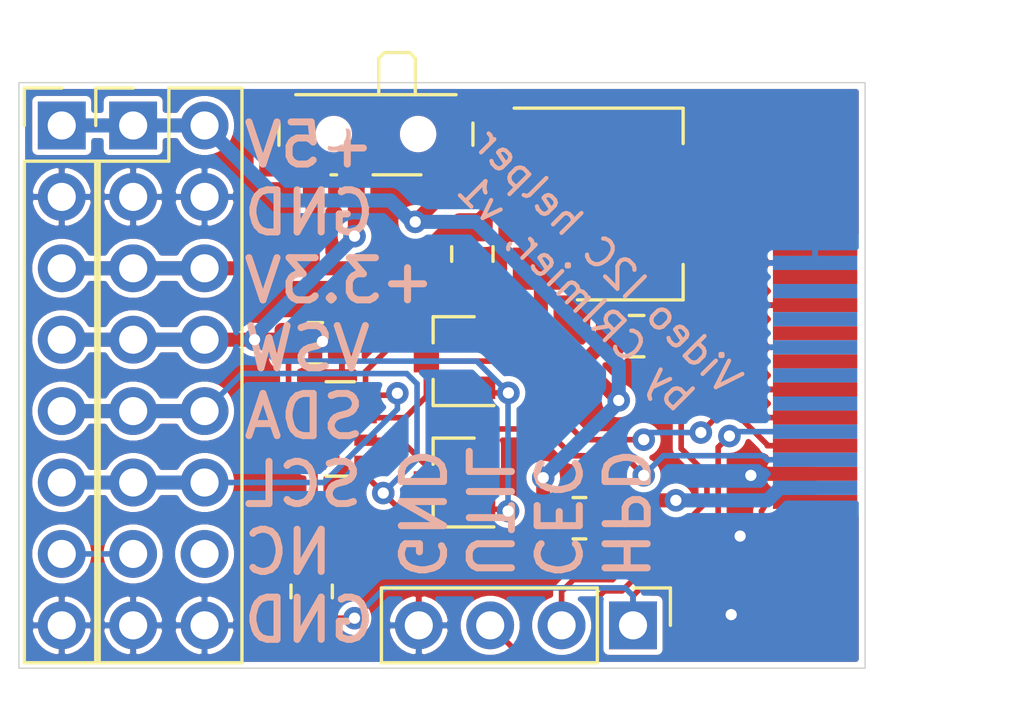
<source format=kicad_pcb>
(kicad_pcb (version 20171130) (host pcbnew 5.1.5+dfsg1-2build2)

  (general
    (thickness 1.6)
    (drawings 7)
    (tracks 199)
    (zones 0)
    (modules 14)
    (nets 23)
  )

  (page A4)
  (layers
    (0 F.Cu signal)
    (31 B.Cu signal)
    (32 B.Adhes user)
    (33 F.Adhes user)
    (34 B.Paste user)
    (35 F.Paste user)
    (36 B.SilkS user)
    (37 F.SilkS user)
    (38 B.Mask user)
    (39 F.Mask user)
    (40 Dwgs.User user)
    (41 Cmts.User user)
    (42 Eco1.User user)
    (43 Eco2.User user)
    (44 Edge.Cuts user)
    (45 Margin user)
    (46 B.CrtYd user)
    (47 F.CrtYd user)
    (48 B.Fab user)
    (49 F.Fab user)
  )

  (setup
    (last_trace_width 0.2)
    (user_trace_width 0.2)
    (user_trace_width 0.5)
    (trace_clearance 0.2)
    (zone_clearance 0.508)
    (zone_45_only no)
    (trace_min 0.2)
    (via_size 0.8)
    (via_drill 0.4)
    (via_min_size 0.4)
    (via_min_drill 0.3)
    (uvia_size 0.3)
    (uvia_drill 0.1)
    (uvias_allowed no)
    (uvia_min_size 0.2)
    (uvia_min_drill 0.1)
    (edge_width 0.05)
    (segment_width 0.2)
    (pcb_text_width 0.3)
    (pcb_text_size 1.5 1.5)
    (mod_edge_width 0.12)
    (mod_text_size 1 1)
    (mod_text_width 0.15)
    (pad_size 1 0.8)
    (pad_drill 0)
    (pad_to_mask_clearance 0.051)
    (solder_mask_min_width 0.25)
    (aux_axis_origin 155.575 84.836)
    (visible_elements FFFFFF7F)
    (pcbplotparams
      (layerselection 0x010fc_ffffffff)
      (usegerberextensions true)
      (usegerberattributes false)
      (usegerberadvancedattributes false)
      (creategerberjobfile false)
      (excludeedgelayer false)
      (linewidth 0.100000)
      (plotframeref false)
      (viasonmask false)
      (mode 1)
      (useauxorigin true)
      (hpglpennumber 1)
      (hpglpenspeed 20)
      (hpglpendiameter 15.000000)
      (psnegative false)
      (psa4output false)
      (plotreference false)
      (plotvalue false)
      (plotinvisibletext false)
      (padsonsilk false)
      (subtractmaskfromsilk false)
      (outputformat 1)
      (mirror false)
      (drillshape 0)
      (scaleselection 1)
      (outputdirectory "gerbers/"))
  )

  (net 0 "")
  (net 1 GND)
  (net 2 +3V3)
  (net 3 +5V)
  (net 4 +VSW)
  (net 5 "Net-(J1-Pad7)")
  (net 6 SCL_SW)
  (net 7 SDA_SW)
  (net 8 "Net-(J2-Pad14)")
  (net 9 UTIL)
  (net 10 CEC)
  (net 11 HPD)
  (net 12 SCL_5V)
  (net 13 SDA_5V)
  (net 14 "Net-(J4-Pad12)")
  (net 15 "Net-(J4-Pad10)")
  (net 16 "Net-(J4-Pad9)")
  (net 17 "Net-(J4-Pad7)")
  (net 18 "Net-(J4-Pad6)")
  (net 19 "Net-(J4-Pad4)")
  (net 20 "Net-(J4-Pad3)")
  (net 21 "Net-(J4-Pad1)")
  (net 22 "Net-(J4-Pad18)")

  (net_class Default "This is the default net class."
    (clearance 0.2)
    (trace_width 0.25)
    (via_dia 0.8)
    (via_drill 0.4)
    (uvia_dia 0.3)
    (uvia_drill 0.1)
    (add_net +3V3)
    (add_net +5V)
    (add_net +VSW)
    (add_net CEC)
    (add_net GND)
    (add_net HPD)
    (add_net "Net-(J1-Pad7)")
    (add_net "Net-(J2-Pad14)")
    (add_net "Net-(J4-Pad1)")
    (add_net "Net-(J4-Pad10)")
    (add_net "Net-(J4-Pad12)")
    (add_net "Net-(J4-Pad18)")
    (add_net "Net-(J4-Pad3)")
    (add_net "Net-(J4-Pad4)")
    (add_net "Net-(J4-Pad6)")
    (add_net "Net-(J4-Pad7)")
    (add_net "Net-(J4-Pad9)")
    (add_net SCL_5V)
    (add_net SCL_SW)
    (add_net SDA_5V)
    (add_net SDA_SW)
    (add_net UTIL)
  )

  (module Resistor_SMD:R_0805_2012Metric (layer F.Cu) (tedit 5F68FEEE) (tstamp 615139C7)
    (at 145.415 100.33 180)
    (descr "Resistor SMD 0805 (2012 Metric), square (rectangular) end terminal, IPC_7351 nominal, (Body size source: IPC-SM-782 page 72, https://www.pcb-3d.com/wordpress/wp-content/uploads/ipc-sm-782a_amendment_1_and_2.pdf), generated with kicad-footprint-generator")
    (tags resistor)
    (path /615DD7C0)
    (attr smd)
    (fp_text reference R2 (at 0 -1.65) (layer F.SilkS) hide
      (effects (font (size 1 1) (thickness 0.15)))
    )
    (fp_text value 0R (at 0 1.65) (layer F.Fab)
      (effects (font (size 1 1) (thickness 0.15)))
    )
    (fp_text user %R (at 0 0) (layer F.Fab)
      (effects (font (size 0.5 0.5) (thickness 0.08)))
    )
    (fp_line (start 1.68 0.95) (end -1.68 0.95) (layer F.CrtYd) (width 0.05))
    (fp_line (start 1.68 -0.95) (end 1.68 0.95) (layer F.CrtYd) (width 0.05))
    (fp_line (start -1.68 -0.95) (end 1.68 -0.95) (layer F.CrtYd) (width 0.05))
    (fp_line (start -1.68 0.95) (end -1.68 -0.95) (layer F.CrtYd) (width 0.05))
    (fp_line (start -0.227064 0.735) (end 0.227064 0.735) (layer F.SilkS) (width 0.12))
    (fp_line (start -0.227064 -0.735) (end 0.227064 -0.735) (layer F.SilkS) (width 0.12))
    (fp_line (start 1 0.625) (end -1 0.625) (layer F.Fab) (width 0.1))
    (fp_line (start 1 -0.625) (end 1 0.625) (layer F.Fab) (width 0.1))
    (fp_line (start -1 -0.625) (end 1 -0.625) (layer F.Fab) (width 0.1))
    (fp_line (start -1 0.625) (end -1 -0.625) (layer F.Fab) (width 0.1))
    (pad 2 smd roundrect (at 0.9125 0 180) (size 1.025 1.4) (layers F.Cu F.Paste F.Mask) (roundrect_rratio 0.243902)
      (net 3 +5V))
    (pad 1 smd roundrect (at -0.9125 0 180) (size 1.025 1.4) (layers F.Cu F.Paste F.Mask) (roundrect_rratio 0.243902)
      (net 22 "Net-(J4-Pad18)"))
    (model ${KISYS3DMOD}/Resistor_SMD.3dshapes/R_0805_2012Metric.wrl
      (at (xyz 0 0 0))
      (scale (xyz 1 1 1))
      (rotate (xyz 0 0 0))
    )
  )

  (module Resistor_SMD:R_0805_2012Metric (layer F.Cu) (tedit 5F68FEEE) (tstamp 615139B6)
    (at 135.89 102.9335 270)
    (descr "Resistor SMD 0805 (2012 Metric), square (rectangular) end terminal, IPC_7351 nominal, (Body size source: IPC-SM-782 page 72, https://www.pcb-3d.com/wordpress/wp-content/uploads/ipc-sm-782a_amendment_1_and_2.pdf), generated with kicad-footprint-generator")
    (tags resistor)
    (path /615D7B0D)
    (attr smd)
    (fp_text reference R1 (at 0 -1.65 90) (layer F.SilkS) hide
      (effects (font (size 1 1) (thickness 0.15)))
    )
    (fp_text value 1K (at 0 1.65 90) (layer F.Fab)
      (effects (font (size 1 1) (thickness 0.15)))
    )
    (fp_text user %R (at 0 0 90) (layer F.Fab)
      (effects (font (size 0.5 0.5) (thickness 0.08)))
    )
    (fp_line (start 1.68 0.95) (end -1.68 0.95) (layer F.CrtYd) (width 0.05))
    (fp_line (start 1.68 -0.95) (end 1.68 0.95) (layer F.CrtYd) (width 0.05))
    (fp_line (start -1.68 -0.95) (end 1.68 -0.95) (layer F.CrtYd) (width 0.05))
    (fp_line (start -1.68 0.95) (end -1.68 -0.95) (layer F.CrtYd) (width 0.05))
    (fp_line (start -0.227064 0.735) (end 0.227064 0.735) (layer F.SilkS) (width 0.12))
    (fp_line (start -0.227064 -0.735) (end 0.227064 -0.735) (layer F.SilkS) (width 0.12))
    (fp_line (start 1 0.625) (end -1 0.625) (layer F.Fab) (width 0.1))
    (fp_line (start 1 -0.625) (end 1 0.625) (layer F.Fab) (width 0.1))
    (fp_line (start -1 -0.625) (end 1 -0.625) (layer F.Fab) (width 0.1))
    (fp_line (start -1 0.625) (end -1 -0.625) (layer F.Fab) (width 0.1))
    (pad 2 smd roundrect (at 0.9125 0 270) (size 1.025 1.4) (layers F.Cu F.Paste F.Mask) (roundrect_rratio 0.243902)
      (net 11 HPD))
    (pad 1 smd roundrect (at -0.9125 0 270) (size 1.025 1.4) (layers F.Cu F.Paste F.Mask) (roundrect_rratio 0.243902)
      (net 3 +5V))
    (model ${KISYS3DMOD}/Resistor_SMD.3dshapes/R_0805_2012Metric.wrl
      (at (xyz 0 0 0))
      (scale (xyz 1 1 1))
      (rotate (xyz 0 0 0))
    )
  )

  (module Connector_PinHeader_2.54mm:PinHeader_1x04_P2.54mm_Vertical (layer F.Cu) (tedit 59FED5CC) (tstamp 6150F66E)
    (at 147.32 104.14 270)
    (descr "Through hole straight pin header, 1x04, 2.54mm pitch, single row")
    (tags "Through hole pin header THT 1x04 2.54mm single row")
    (path /6157A8FC)
    (fp_text reference J3 (at 0 -2.33 90) (layer F.SilkS) hide
      (effects (font (size 1 1) (thickness 0.15)))
    )
    (fp_text value AUX (at 0 9.95 90) (layer F.Fab)
      (effects (font (size 1 1) (thickness 0.15)))
    )
    (fp_text user %R (at 0 3.81) (layer F.Fab)
      (effects (font (size 1 1) (thickness 0.15)))
    )
    (fp_line (start 1.8 -1.8) (end -1.8 -1.8) (layer F.CrtYd) (width 0.05))
    (fp_line (start 1.8 9.4) (end 1.8 -1.8) (layer F.CrtYd) (width 0.05))
    (fp_line (start -1.8 9.4) (end 1.8 9.4) (layer F.CrtYd) (width 0.05))
    (fp_line (start -1.8 -1.8) (end -1.8 9.4) (layer F.CrtYd) (width 0.05))
    (fp_line (start -1.33 -1.33) (end 0 -1.33) (layer F.SilkS) (width 0.12))
    (fp_line (start -1.33 0) (end -1.33 -1.33) (layer F.SilkS) (width 0.12))
    (fp_line (start -1.33 1.27) (end 1.33 1.27) (layer F.SilkS) (width 0.12))
    (fp_line (start 1.33 1.27) (end 1.33 8.95) (layer F.SilkS) (width 0.12))
    (fp_line (start -1.33 1.27) (end -1.33 8.95) (layer F.SilkS) (width 0.12))
    (fp_line (start -1.33 8.95) (end 1.33 8.95) (layer F.SilkS) (width 0.12))
    (fp_line (start -1.27 -0.635) (end -0.635 -1.27) (layer F.Fab) (width 0.1))
    (fp_line (start -1.27 8.89) (end -1.27 -0.635) (layer F.Fab) (width 0.1))
    (fp_line (start 1.27 8.89) (end -1.27 8.89) (layer F.Fab) (width 0.1))
    (fp_line (start 1.27 -1.27) (end 1.27 8.89) (layer F.Fab) (width 0.1))
    (fp_line (start -0.635 -1.27) (end 1.27 -1.27) (layer F.Fab) (width 0.1))
    (pad 4 thru_hole oval (at 0 7.62 270) (size 1.7 1.7) (drill 1) (layers *.Cu *.Mask)
      (net 1 GND))
    (pad 3 thru_hole oval (at 0 5.08 270) (size 1.7 1.7) (drill 1) (layers *.Cu *.Mask)
      (net 9 UTIL))
    (pad 2 thru_hole oval (at 0 2.54 270) (size 1.7 1.7) (drill 1) (layers *.Cu *.Mask)
      (net 10 CEC))
    (pad 1 thru_hole rect (at 0 0 270) (size 1.7 1.7) (drill 1) (layers *.Cu *.Mask)
      (net 11 HPD))
    (model ${KISYS3DMOD}/Connector_PinHeader_2.54mm.3dshapes/PinHeader_1x04_P2.54mm_Vertical.wrl
      (at (xyz 0 0 0))
      (scale (xyz 1 1 1))
      (rotate (xyz 0 0 0))
    )
  )

  (module Button_Switch_SMD:SW_SPDT_PCM12 (layer F.Cu) (tedit 6150AF89) (tstamp 61512922)
    (at 138.176 86.995 180)
    (descr "Ultraminiature Surface Mount Slide Switch, right-angle, https://www.ckswitches.com/media/1424/pcm.pdf")
    (path /615137B6)
    (attr smd)
    (fp_text reference SW1 (at 0 -3.2) (layer F.SilkS) hide
      (effects (font (size 1 1) (thickness 0.15)))
    )
    (fp_text value SW_SPDT (at 0 4.25) (layer F.Fab)
      (effects (font (size 1 1) (thickness 0.15)))
    )
    (fp_line (start 3.45 0.72) (end 3.45 -0.07) (layer F.SilkS) (width 0.12))
    (fp_line (start -3.45 -0.07) (end -3.45 0.72) (layer F.SilkS) (width 0.12))
    (fp_line (start -1.6 -1.12) (end 0.1 -1.12) (layer F.SilkS) (width 0.12))
    (fp_line (start -2.85 1.73) (end 2.85 1.73) (layer F.SilkS) (width 0.12))
    (fp_line (start -0.1 3.02) (end -0.1 1.73) (layer F.SilkS) (width 0.12))
    (fp_line (start -1.2 3.23) (end -0.3 3.23) (layer F.SilkS) (width 0.12))
    (fp_line (start -1.4 1.73) (end -1.4 3.02) (layer F.SilkS) (width 0.12))
    (fp_line (start -0.1 3.02) (end -0.3 3.23) (layer F.SilkS) (width 0.12))
    (fp_line (start -1.4 3.02) (end -1.2 3.23) (layer F.SilkS) (width 0.12))
    (fp_line (start -4.4 2.1) (end -4.4 -2.45) (layer F.CrtYd) (width 0.05))
    (fp_line (start -1.65 2.1) (end -4.4 2.1) (layer F.CrtYd) (width 0.05))
    (fp_line (start -1.65 3.4) (end -1.65 2.1) (layer F.CrtYd) (width 0.05))
    (fp_line (start 1.65 3.4) (end -1.65 3.4) (layer F.CrtYd) (width 0.05))
    (fp_line (start 1.65 2.1) (end 1.65 3.4) (layer F.CrtYd) (width 0.05))
    (fp_line (start 4.4 2.1) (end 1.65 2.1) (layer F.CrtYd) (width 0.05))
    (fp_line (start 4.4 -2.45) (end 4.4 2.1) (layer F.CrtYd) (width 0.05))
    (fp_line (start -4.4 -2.45) (end 4.4 -2.45) (layer F.CrtYd) (width 0.05))
    (fp_line (start 1.4 -1.12) (end 1.6 -1.12) (layer F.SilkS) (width 0.12))
    (fp_line (start 3.35 -1) (end -3.35 -1) (layer F.Fab) (width 0.1))
    (fp_line (start 3.35 1.6) (end 3.35 -1) (layer F.Fab) (width 0.1))
    (fp_line (start -3.35 1.6) (end 3.35 1.6) (layer F.Fab) (width 0.1))
    (fp_line (start -3.35 -1) (end -3.35 1.6) (layer F.Fab) (width 0.1))
    (fp_line (start -0.1 2.9) (end -0.1 1.6) (layer F.Fab) (width 0.1))
    (fp_line (start -0.15 2.95) (end -0.1 2.9) (layer F.Fab) (width 0.1))
    (fp_line (start -0.35 3.15) (end -0.15 2.95) (layer F.Fab) (width 0.1))
    (fp_line (start -1.2 3.15) (end -0.35 3.15) (layer F.Fab) (width 0.1))
    (fp_line (start -1.4 2.95) (end -1.2 3.15) (layer F.Fab) (width 0.1))
    (fp_line (start -1.4 1.65) (end -1.4 2.95) (layer F.Fab) (width 0.1))
    (fp_text user %R (at 0 -3.2) (layer F.Fab)
      (effects (font (size 1 1) (thickness 0.15)))
    )
    (pad "" smd rect (at -3.65 -0.78 180) (size 1 0.8) (layers F.Cu F.Paste F.Mask))
    (pad "" smd rect (at 3.65 -0.78 180) (size 1 0.8) (layers F.Cu F.Paste F.Mask))
    (pad "" smd rect (at 3.65 1.43 180) (size 1 0.8) (layers F.Cu F.Paste F.Mask))
    (pad "" smd rect (at -3.65 1.43 180) (size 1 0.8) (layers F.Cu F.Paste F.Mask))
    (pad 3 smd rect (at 2.25 -1.43 180) (size 0.7 1.5) (layers F.Cu F.Paste F.Mask)
      (net 2 +3V3))
    (pad 2 smd rect (at 0.75 -1.43 180) (size 0.7 1.5) (layers F.Cu F.Paste F.Mask)
      (net 4 +VSW))
    (pad 1 smd rect (at -2.25 -1.43 180) (size 0.7 1.5) (layers F.Cu F.Paste F.Mask)
      (net 3 +5V))
    (pad "" np_thru_hole circle (at 1.5 0.33 180) (size 0.9 0.9) (drill 0.9) (layers *.Cu *.Mask))
    (pad "" np_thru_hole circle (at -1.5 0.33 180) (size 0.9 0.9) (drill 0.9) (layers *.Cu *.Mask))
    (model ${KISYS3DMOD}/Button_Switch_SMD.3dshapes/SW_SPDT_PCM12.wrl
      (at (xyz 0 0 0))
      (scale (xyz 1 1 1))
      (rotate (xyz 0 0 0))
    )
  )

  (module Package_TO_SOT_SMD:SOT-223-3_TabPin2 (layer F.Cu) (tedit 6150A742) (tstamp 6150F6C5)
    (at 147.193 89.154)
    (descr "module CMS SOT223 4 pins")
    (tags "CMS SOT")
    (path /6152B4B2)
    (attr smd)
    (fp_text reference U1 (at 0 -4.5) (layer F.SilkS) hide
      (effects (font (size 1 1) (thickness 0.15)))
    )
    (fp_text value AP1117-33 (at 0 4.5) (layer F.Fab)
      (effects (font (size 1 1) (thickness 0.15)))
    )
    (fp_line (start 1.85 -3.35) (end 1.85 3.35) (layer F.Fab) (width 0.1))
    (fp_line (start -1.85 3.35) (end 1.85 3.35) (layer F.Fab) (width 0.1))
    (fp_line (start -4.1 -3.41) (end 1.91 -3.41) (layer F.SilkS) (width 0.12))
    (fp_line (start -0.85 -3.35) (end 1.85 -3.35) (layer F.Fab) (width 0.1))
    (fp_line (start -1.85 3.41) (end 1.91 3.41) (layer F.SilkS) (width 0.12))
    (fp_line (start -1.85 -2.35) (end -1.85 3.35) (layer F.Fab) (width 0.1))
    (fp_line (start -1.85 -2.35) (end -0.85 -3.35) (layer F.Fab) (width 0.1))
    (fp_line (start -4.4 -3.6) (end -4.4 3.6) (layer F.CrtYd) (width 0.05))
    (fp_line (start -4.4 3.6) (end 4.4 3.6) (layer F.CrtYd) (width 0.05))
    (fp_line (start 4.4 3.6) (end 4.4 -3.6) (layer F.CrtYd) (width 0.05))
    (fp_line (start 4.4 -3.6) (end -4.4 -3.6) (layer F.CrtYd) (width 0.05))
    (fp_line (start 1.91 -3.41) (end 1.91 -2.15) (layer F.SilkS) (width 0.12))
    (fp_line (start 1.91 3.41) (end 1.91 2.15) (layer F.SilkS) (width 0.12))
    (fp_text user %R (at 0 0 90) (layer F.Fab)
      (effects (font (size 0.8 0.8) (thickness 0.12)))
    )
    (pad 1 smd rect (at -3.15 -2.3) (size 2 1.5) (layers F.Cu F.Paste F.Mask)
      (net 1 GND))
    (pad 3 smd rect (at -3.15 2.3) (size 2 1.5) (layers F.Cu F.Paste F.Mask)
      (net 3 +5V))
    (pad 2 smd rect (at -3.15 0) (size 2 1.5) (layers F.Cu F.Paste F.Mask)
      (net 2 +3V3))
    (model ${KISYS3DMOD}/Package_TO_SOT_SMD.3dshapes/SOT-223.wrl
      (at (xyz 0 0 0))
      (scale (xyz 1 1 1))
      (rotate (xyz 0 0 0))
    )
  )

  (module hdmi_i2c_breakout:HDMI_PLUG_SIDE (layer F.Cu) (tedit 6150A28A) (tstamp 61511154)
    (at 153.797 95.25 270)
    (path /6150991C)
    (fp_text reference J4 (at -5.08 9.144 90) (layer F.SilkS) hide
      (effects (font (size 1 1) (thickness 0.15)))
    )
    (fp_text value HDMI_A (at -2.032 -6.604 90) (layer F.Fab)
      (effects (font (size 1 1) (thickness 0.15)))
    )
    (fp_line (start -8 -1.5) (end 8 -1.5) (layer Eco1.User) (width 0.12))
    (pad SH smd rect (at 7 0 270) (size 1 3) (layers F.Cu F.Paste F.Mask)
      (net 1 GND) (zone_connect 2))
    (pad SH smd rect (at -7 0 270) (size 1 3) (layers F.Cu F.Paste F.Mask)
      (net 1 GND) (zone_connect 2))
    (pad 20 smd rect (at 7.75 0 270) (size 0.5 3) (layers *.Mask))
    (pad 20 smd rect (at -7.75 0 270) (size 0.5 3) (layers *.Mask))
    (pad SH smd rect (at 7 0 270) (size 1 3) (layers B.Cu B.Paste B.Mask)
      (net 1 GND) (zone_connect 2))
    (pad SH smd rect (at -7 0 270) (size 1 3) (layers B.Cu B.Paste B.Mask)
      (net 1 GND) (zone_connect 2))
    (pad 19 smd rect (at 4.5 0 270) (size 0.5 3) (layers F.Cu F.Paste F.Mask)
      (net 11 HPD))
    (pad 18 smd rect (at 4 0 270) (size 0.5 3) (layers B.Cu B.Paste B.Mask)
      (net 22 "Net-(J4-Pad18)"))
    (pad 17 smd rect (at 3.5 0 270) (size 0.5 3) (layers F.Cu F.Paste F.Mask)
      (net 1 GND))
    (pad 16 smd rect (at 3 0 270) (size 0.5 3) (layers B.Cu B.Paste B.Mask)
      (net 13 SDA_5V))
    (pad 15 smd rect (at 2.5 0 270) (size 0.5 3) (layers F.Cu F.Paste F.Mask)
      (net 12 SCL_5V))
    (pad 14 smd rect (at 2 0 270) (size 0.5 3) (layers B.Cu B.Paste B.Mask)
      (net 9 UTIL))
    (pad 13 smd rect (at 1.5 0 270) (size 0.5 3) (layers F.Cu F.Paste F.Mask)
      (net 10 CEC))
    (pad 12 smd rect (at 1 0 270) (size 0.5 3) (layers B.Cu B.Paste B.Mask)
      (net 14 "Net-(J4-Pad12)"))
    (pad 11 smd rect (at 0.5 0 270) (size 0.5 3) (layers F.Cu F.Paste F.Mask)
      (net 1 GND))
    (pad 10 smd rect (at 0 0 270) (size 0.5 3) (layers B.Cu B.Paste B.Mask)
      (net 15 "Net-(J4-Pad10)"))
    (pad 9 smd rect (at -0.5 0 270) (size 0.5 3) (layers F.Cu F.Paste F.Mask)
      (net 16 "Net-(J4-Pad9)"))
    (pad 8 smd rect (at -1 0 270) (size 0.5 3) (layers B.Cu B.Paste B.Mask)
      (net 1 GND))
    (pad 7 smd rect (at -1.5 0 270) (size 0.5 3) (layers F.Cu F.Paste F.Mask)
      (net 17 "Net-(J4-Pad7)"))
    (pad 6 smd rect (at -2 0 270) (size 0.5 3) (layers B.Cu B.Paste B.Mask)
      (net 18 "Net-(J4-Pad6)"))
    (pad 5 smd rect (at -2.5 0 270) (size 0.5 3) (layers F.Cu F.Paste F.Mask)
      (net 1 GND))
    (pad 4 smd rect (at -3 0 270) (size 0.5 3) (layers B.Cu B.Paste B.Mask)
      (net 19 "Net-(J4-Pad4)"))
    (pad 3 smd rect (at -3.5 0 270) (size 0.5 3) (layers F.Cu F.Paste F.Mask)
      (net 20 "Net-(J4-Pad3)"))
    (pad 2 smd rect (at -4 0 270) (size 0.5 3) (layers B.Cu B.Paste B.Mask)
      (net 1 GND))
    (pad 1 smd rect (at -4.5 0 270) (size 0.5 3) (layers F.Cu F.Paste F.Mask)
      (net 21 "Net-(J4-Pad1)"))
  )

  (module Resistor_SMD:R_Array_Convex_4x0603 (layer F.Cu) (tedit 58E0A8B2) (tstamp 6150F6AF)
    (at 136.906 97.155)
    (descr "Chip Resistor Network, ROHM MNR14 (see mnr_g.pdf)")
    (tags "resistor array")
    (path /6154B28C)
    (attr smd)
    (fp_text reference RN1 (at 0 -2.8) (layer F.SilkS) hide
      (effects (font (size 1 1) (thickness 0.15)))
    )
    (fp_text value 10K (at 0 2.8) (layer F.Fab)
      (effects (font (size 1 1) (thickness 0.15)))
    )
    (fp_line (start 1.55 1.85) (end -1.55 1.85) (layer F.CrtYd) (width 0.05))
    (fp_line (start 1.55 1.85) (end 1.55 -1.85) (layer F.CrtYd) (width 0.05))
    (fp_line (start -1.55 -1.85) (end -1.55 1.85) (layer F.CrtYd) (width 0.05))
    (fp_line (start -1.55 -1.85) (end 1.55 -1.85) (layer F.CrtYd) (width 0.05))
    (fp_line (start 0.5 -1.68) (end -0.5 -1.68) (layer F.SilkS) (width 0.12))
    (fp_line (start 0.5 1.68) (end -0.5 1.68) (layer F.SilkS) (width 0.12))
    (fp_line (start -0.8 1.6) (end -0.8 -1.6) (layer F.Fab) (width 0.1))
    (fp_line (start 0.8 1.6) (end -0.8 1.6) (layer F.Fab) (width 0.1))
    (fp_line (start 0.8 -1.6) (end 0.8 1.6) (layer F.Fab) (width 0.1))
    (fp_line (start -0.8 -1.6) (end 0.8 -1.6) (layer F.Fab) (width 0.1))
    (fp_text user %R (at 0 0 90) (layer F.Fab)
      (effects (font (size 0.5 0.5) (thickness 0.075)))
    )
    (pad 5 smd rect (at 0.9 1.2) (size 0.8 0.5) (layers F.Cu F.Paste F.Mask)
      (net 7 SDA_SW))
    (pad 6 smd rect (at 0.9 0.4) (size 0.8 0.4) (layers F.Cu F.Paste F.Mask)
      (net 13 SDA_5V))
    (pad 8 smd rect (at 0.9 -1.2) (size 0.8 0.5) (layers F.Cu F.Paste F.Mask)
      (net 6 SCL_SW))
    (pad 7 smd rect (at 0.9 -0.4) (size 0.8 0.4) (layers F.Cu F.Paste F.Mask)
      (net 12 SCL_5V))
    (pad 4 smd rect (at -0.9 1.2) (size 0.8 0.5) (layers F.Cu F.Paste F.Mask)
      (net 3 +5V))
    (pad 2 smd rect (at -0.9 -0.4) (size 0.8 0.4) (layers F.Cu F.Paste F.Mask)
      (net 3 +5V))
    (pad 3 smd rect (at -0.9 0.4) (size 0.8 0.4) (layers F.Cu F.Paste F.Mask)
      (net 4 +VSW))
    (pad 1 smd rect (at -0.9 -1.2) (size 0.8 0.5) (layers F.Cu F.Paste F.Mask)
      (net 4 +VSW))
    (model ${KISYS3DMOD}/Resistor_SMD.3dshapes/R_Array_Convex_4x0603.wrl
      (at (xyz 0 0 0))
      (scale (xyz 1 1 1))
      (rotate (xyz 0 0 0))
    )
  )

  (module Package_TO_SOT_SMD:SOT-23 (layer F.Cu) (tedit 5A02FF57) (tstamp 6150F698)
    (at 140.97 99.06 180)
    (descr "SOT-23, Standard")
    (tags SOT-23)
    (path /6150D8F8)
    (attr smd)
    (fp_text reference Q2 (at 0 -2.5) (layer F.SilkS) hide
      (effects (font (size 1 1) (thickness 0.15)))
    )
    (fp_text value Q_NMOS_GSD (at 0 2.5) (layer F.Fab)
      (effects (font (size 1 1) (thickness 0.15)))
    )
    (fp_line (start 0.76 1.58) (end -0.7 1.58) (layer F.SilkS) (width 0.12))
    (fp_line (start 0.76 -1.58) (end -1.4 -1.58) (layer F.SilkS) (width 0.12))
    (fp_line (start -1.7 1.75) (end -1.7 -1.75) (layer F.CrtYd) (width 0.05))
    (fp_line (start 1.7 1.75) (end -1.7 1.75) (layer F.CrtYd) (width 0.05))
    (fp_line (start 1.7 -1.75) (end 1.7 1.75) (layer F.CrtYd) (width 0.05))
    (fp_line (start -1.7 -1.75) (end 1.7 -1.75) (layer F.CrtYd) (width 0.05))
    (fp_line (start 0.76 -1.58) (end 0.76 -0.65) (layer F.SilkS) (width 0.12))
    (fp_line (start 0.76 1.58) (end 0.76 0.65) (layer F.SilkS) (width 0.12))
    (fp_line (start -0.7 1.52) (end 0.7 1.52) (layer F.Fab) (width 0.1))
    (fp_line (start 0.7 -1.52) (end 0.7 1.52) (layer F.Fab) (width 0.1))
    (fp_line (start -0.7 -0.95) (end -0.15 -1.52) (layer F.Fab) (width 0.1))
    (fp_line (start -0.15 -1.52) (end 0.7 -1.52) (layer F.Fab) (width 0.1))
    (fp_line (start -0.7 -0.95) (end -0.7 1.5) (layer F.Fab) (width 0.1))
    (fp_text user %R (at 0 0 90) (layer F.Fab)
      (effects (font (size 0.5 0.5) (thickness 0.075)))
    )
    (pad 3 smd rect (at 1 0 180) (size 0.9 0.8) (layers F.Cu F.Paste F.Mask)
      (net 13 SDA_5V))
    (pad 2 smd rect (at -1 0.95 180) (size 0.9 0.8) (layers F.Cu F.Paste F.Mask)
      (net 7 SDA_SW))
    (pad 1 smd rect (at -1 -0.95 180) (size 0.9 0.8) (layers F.Cu F.Paste F.Mask)
      (net 4 +VSW))
    (model ${KISYS3DMOD}/Package_TO_SOT_SMD.3dshapes/SOT-23.wrl
      (at (xyz 0 0 0))
      (scale (xyz 1 1 1))
      (rotate (xyz 0 0 0))
    )
  )

  (module Package_TO_SOT_SMD:SOT-23 (layer F.Cu) (tedit 5A02FF57) (tstamp 6150F683)
    (at 140.97 94.742 180)
    (descr "SOT-23, Standard")
    (tags SOT-23)
    (path /6150CE9B)
    (attr smd)
    (fp_text reference Q1 (at 0 -2.5) (layer F.SilkS) hide
      (effects (font (size 1 1) (thickness 0.15)))
    )
    (fp_text value Q_NMOS_GSD (at 0 2.5) (layer F.Fab)
      (effects (font (size 1 1) (thickness 0.15)))
    )
    (fp_line (start 0.76 1.58) (end -0.7 1.58) (layer F.SilkS) (width 0.12))
    (fp_line (start 0.76 -1.58) (end -1.4 -1.58) (layer F.SilkS) (width 0.12))
    (fp_line (start -1.7 1.75) (end -1.7 -1.75) (layer F.CrtYd) (width 0.05))
    (fp_line (start 1.7 1.75) (end -1.7 1.75) (layer F.CrtYd) (width 0.05))
    (fp_line (start 1.7 -1.75) (end 1.7 1.75) (layer F.CrtYd) (width 0.05))
    (fp_line (start -1.7 -1.75) (end 1.7 -1.75) (layer F.CrtYd) (width 0.05))
    (fp_line (start 0.76 -1.58) (end 0.76 -0.65) (layer F.SilkS) (width 0.12))
    (fp_line (start 0.76 1.58) (end 0.76 0.65) (layer F.SilkS) (width 0.12))
    (fp_line (start -0.7 1.52) (end 0.7 1.52) (layer F.Fab) (width 0.1))
    (fp_line (start 0.7 -1.52) (end 0.7 1.52) (layer F.Fab) (width 0.1))
    (fp_line (start -0.7 -0.95) (end -0.15 -1.52) (layer F.Fab) (width 0.1))
    (fp_line (start -0.15 -1.52) (end 0.7 -1.52) (layer F.Fab) (width 0.1))
    (fp_line (start -0.7 -0.95) (end -0.7 1.5) (layer F.Fab) (width 0.1))
    (fp_text user %R (at 0 0 90) (layer F.Fab)
      (effects (font (size 0.5 0.5) (thickness 0.075)))
    )
    (pad 3 smd rect (at 1 0 180) (size 0.9 0.8) (layers F.Cu F.Paste F.Mask)
      (net 12 SCL_5V))
    (pad 2 smd rect (at -1 0.95 180) (size 0.9 0.8) (layers F.Cu F.Paste F.Mask)
      (net 6 SCL_SW))
    (pad 1 smd rect (at -1 -0.95 180) (size 0.9 0.8) (layers F.Cu F.Paste F.Mask)
      (net 4 +VSW))
    (model ${KISYS3DMOD}/Package_TO_SOT_SMD.3dshapes/SOT-23.wrl
      (at (xyz 0 0 0))
      (scale (xyz 1 1 1))
      (rotate (xyz 0 0 0))
    )
  )

  (module Connector_PinHeader_2.54mm:PinHeader_2x08_P2.54mm_Vertical (layer F.Cu) (tedit 59FED5CC) (tstamp 6150F656)
    (at 129.54 86.36)
    (descr "Through hole straight pin header, 2x08, 2.54mm pitch, double rows")
    (tags "Through hole pin header THT 2x08 2.54mm double row")
    (path /61536816)
    (fp_text reference J2 (at 1.27 -2.33) (layer F.SilkS) hide
      (effects (font (size 1 1) (thickness 0.15)))
    )
    (fp_text value ROW23 (at 1.27 20.11) (layer F.Fab)
      (effects (font (size 1 1) (thickness 0.15)))
    )
    (fp_text user %R (at 1.27 8.89 90) (layer F.Fab)
      (effects (font (size 1 1) (thickness 0.15)))
    )
    (fp_line (start 4.35 -1.8) (end -1.8 -1.8) (layer F.CrtYd) (width 0.05))
    (fp_line (start 4.35 19.55) (end 4.35 -1.8) (layer F.CrtYd) (width 0.05))
    (fp_line (start -1.8 19.55) (end 4.35 19.55) (layer F.CrtYd) (width 0.05))
    (fp_line (start -1.8 -1.8) (end -1.8 19.55) (layer F.CrtYd) (width 0.05))
    (fp_line (start -1.33 -1.33) (end 0 -1.33) (layer F.SilkS) (width 0.12))
    (fp_line (start -1.33 0) (end -1.33 -1.33) (layer F.SilkS) (width 0.12))
    (fp_line (start 1.27 -1.33) (end 3.87 -1.33) (layer F.SilkS) (width 0.12))
    (fp_line (start 1.27 1.27) (end 1.27 -1.33) (layer F.SilkS) (width 0.12))
    (fp_line (start -1.33 1.27) (end 1.27 1.27) (layer F.SilkS) (width 0.12))
    (fp_line (start 3.87 -1.33) (end 3.87 19.11) (layer F.SilkS) (width 0.12))
    (fp_line (start -1.33 1.27) (end -1.33 19.11) (layer F.SilkS) (width 0.12))
    (fp_line (start -1.33 19.11) (end 3.87 19.11) (layer F.SilkS) (width 0.12))
    (fp_line (start -1.27 0) (end 0 -1.27) (layer F.Fab) (width 0.1))
    (fp_line (start -1.27 19.05) (end -1.27 0) (layer F.Fab) (width 0.1))
    (fp_line (start 3.81 19.05) (end -1.27 19.05) (layer F.Fab) (width 0.1))
    (fp_line (start 3.81 -1.27) (end 3.81 19.05) (layer F.Fab) (width 0.1))
    (fp_line (start 0 -1.27) (end 3.81 -1.27) (layer F.Fab) (width 0.1))
    (pad 16 thru_hole oval (at 2.54 17.78) (size 1.7 1.7) (drill 1) (layers *.Cu *.Mask)
      (net 1 GND))
    (pad 15 thru_hole oval (at 0 17.78) (size 1.7 1.7) (drill 1) (layers *.Cu *.Mask)
      (net 1 GND))
    (pad 14 thru_hole oval (at 2.54 15.24) (size 1.7 1.7) (drill 1) (layers *.Cu *.Mask)
      (net 8 "Net-(J2-Pad14)"))
    (pad 13 thru_hole oval (at 0 15.24) (size 1.7 1.7) (drill 1) (layers *.Cu *.Mask)
      (net 5 "Net-(J1-Pad7)"))
    (pad 12 thru_hole oval (at 2.54 12.7) (size 1.7 1.7) (drill 1) (layers *.Cu *.Mask)
      (net 6 SCL_SW))
    (pad 11 thru_hole oval (at 0 12.7) (size 1.7 1.7) (drill 1) (layers *.Cu *.Mask)
      (net 6 SCL_SW))
    (pad 10 thru_hole oval (at 2.54 10.16) (size 1.7 1.7) (drill 1) (layers *.Cu *.Mask)
      (net 7 SDA_SW))
    (pad 9 thru_hole oval (at 0 10.16) (size 1.7 1.7) (drill 1) (layers *.Cu *.Mask)
      (net 7 SDA_SW))
    (pad 8 thru_hole oval (at 2.54 7.62) (size 1.7 1.7) (drill 1) (layers *.Cu *.Mask)
      (net 4 +VSW))
    (pad 7 thru_hole oval (at 0 7.62) (size 1.7 1.7) (drill 1) (layers *.Cu *.Mask)
      (net 4 +VSW))
    (pad 6 thru_hole oval (at 2.54 5.08) (size 1.7 1.7) (drill 1) (layers *.Cu *.Mask)
      (net 2 +3V3))
    (pad 5 thru_hole oval (at 0 5.08) (size 1.7 1.7) (drill 1) (layers *.Cu *.Mask)
      (net 2 +3V3))
    (pad 4 thru_hole oval (at 2.54 2.54) (size 1.7 1.7) (drill 1) (layers *.Cu *.Mask)
      (net 1 GND))
    (pad 3 thru_hole oval (at 0 2.54) (size 1.7 1.7) (drill 1) (layers *.Cu *.Mask)
      (net 1 GND))
    (pad 2 thru_hole oval (at 2.54 0) (size 1.7 1.7) (drill 1) (layers *.Cu *.Mask)
      (net 3 +5V))
    (pad 1 thru_hole rect (at 0 0) (size 1.7 1.7) (drill 1) (layers *.Cu *.Mask)
      (net 3 +5V))
    (model ${KISYS3DMOD}/Connector_PinHeader_2.54mm.3dshapes/PinHeader_2x08_P2.54mm_Vertical.wrl
      (at (xyz 0 0 0))
      (scale (xyz 1 1 1))
      (rotate (xyz 0 0 0))
    )
  )

  (module Connector_PinHeader_2.54mm:PinHeader_1x08_P2.54mm_Vertical (layer F.Cu) (tedit 59FED5CC) (tstamp 6150F630)
    (at 127 86.36)
    (descr "Through hole straight pin header, 1x08, 2.54mm pitch, single row")
    (tags "Through hole pin header THT 1x08 2.54mm single row")
    (path /615470D5)
    (fp_text reference J1 (at 0 -2.33) (layer F.SilkS) hide
      (effects (font (size 1 1) (thickness 0.15)))
    )
    (fp_text value ROW1 (at 0 20.11) (layer F.Fab)
      (effects (font (size 1 1) (thickness 0.15)))
    )
    (fp_text user %R (at 0 8.89 90) (layer F.Fab)
      (effects (font (size 1 1) (thickness 0.15)))
    )
    (fp_line (start 1.8 -1.8) (end -1.8 -1.8) (layer F.CrtYd) (width 0.05))
    (fp_line (start 1.8 19.55) (end 1.8 -1.8) (layer F.CrtYd) (width 0.05))
    (fp_line (start -1.8 19.55) (end 1.8 19.55) (layer F.CrtYd) (width 0.05))
    (fp_line (start -1.8 -1.8) (end -1.8 19.55) (layer F.CrtYd) (width 0.05))
    (fp_line (start -1.33 -1.33) (end 0 -1.33) (layer F.SilkS) (width 0.12))
    (fp_line (start -1.33 0) (end -1.33 -1.33) (layer F.SilkS) (width 0.12))
    (fp_line (start -1.33 1.27) (end 1.33 1.27) (layer F.SilkS) (width 0.12))
    (fp_line (start 1.33 1.27) (end 1.33 19.11) (layer F.SilkS) (width 0.12))
    (fp_line (start -1.33 1.27) (end -1.33 19.11) (layer F.SilkS) (width 0.12))
    (fp_line (start -1.33 19.11) (end 1.33 19.11) (layer F.SilkS) (width 0.12))
    (fp_line (start -1.27 -0.635) (end -0.635 -1.27) (layer F.Fab) (width 0.1))
    (fp_line (start -1.27 19.05) (end -1.27 -0.635) (layer F.Fab) (width 0.1))
    (fp_line (start 1.27 19.05) (end -1.27 19.05) (layer F.Fab) (width 0.1))
    (fp_line (start 1.27 -1.27) (end 1.27 19.05) (layer F.Fab) (width 0.1))
    (fp_line (start -0.635 -1.27) (end 1.27 -1.27) (layer F.Fab) (width 0.1))
    (pad 8 thru_hole oval (at 0 17.78) (size 1.7 1.7) (drill 1) (layers *.Cu *.Mask)
      (net 1 GND))
    (pad 7 thru_hole oval (at 0 15.24) (size 1.7 1.7) (drill 1) (layers *.Cu *.Mask)
      (net 5 "Net-(J1-Pad7)"))
    (pad 6 thru_hole oval (at 0 12.7) (size 1.7 1.7) (drill 1) (layers *.Cu *.Mask)
      (net 6 SCL_SW))
    (pad 5 thru_hole oval (at 0 10.16) (size 1.7 1.7) (drill 1) (layers *.Cu *.Mask)
      (net 7 SDA_SW))
    (pad 4 thru_hole oval (at 0 7.62) (size 1.7 1.7) (drill 1) (layers *.Cu *.Mask)
      (net 4 +VSW))
    (pad 3 thru_hole oval (at 0 5.08) (size 1.7 1.7) (drill 1) (layers *.Cu *.Mask)
      (net 2 +3V3))
    (pad 2 thru_hole oval (at 0 2.54) (size 1.7 1.7) (drill 1) (layers *.Cu *.Mask)
      (net 1 GND))
    (pad 1 thru_hole rect (at 0 0) (size 1.7 1.7) (drill 1) (layers *.Cu *.Mask)
      (net 3 +5V))
    (model ${KISYS3DMOD}/Connector_PinHeader_2.54mm.3dshapes/PinHeader_1x08_P2.54mm_Vertical.wrl
      (at (xyz 0 0 0))
      (scale (xyz 1 1 1))
      (rotate (xyz 0 0 0))
    )
  )

  (module Capacitor_SMD:C_0805_2012Metric (layer F.Cu) (tedit 5F68FEEE) (tstamp 6150F614)
    (at 136.017 94.107)
    (descr "Capacitor SMD 0805 (2012 Metric), square (rectangular) end terminal, IPC_7351 nominal, (Body size source: IPC-SM-782 page 76, https://www.pcb-3d.com/wordpress/wp-content/uploads/ipc-sm-782a_amendment_1_and_2.pdf, https://docs.google.com/spreadsheets/d/1BsfQQcO9C6DZCsRaXUlFlo91Tg2WpOkGARC1WS5S8t0/edit?usp=sharing), generated with kicad-footprint-generator")
    (tags capacitor)
    (path /6151A249)
    (attr smd)
    (fp_text reference C3 (at 0 -1.68) (layer F.SilkS) hide
      (effects (font (size 1 1) (thickness 0.15)))
    )
    (fp_text value 100nF (at 0 1.68) (layer F.Fab)
      (effects (font (size 1 1) (thickness 0.15)))
    )
    (fp_text user %R (at 0 0) (layer F.Fab)
      (effects (font (size 0.5 0.5) (thickness 0.08)))
    )
    (fp_line (start 1.7 0.98) (end -1.7 0.98) (layer F.CrtYd) (width 0.05))
    (fp_line (start 1.7 -0.98) (end 1.7 0.98) (layer F.CrtYd) (width 0.05))
    (fp_line (start -1.7 -0.98) (end 1.7 -0.98) (layer F.CrtYd) (width 0.05))
    (fp_line (start -1.7 0.98) (end -1.7 -0.98) (layer F.CrtYd) (width 0.05))
    (fp_line (start -0.261252 0.735) (end 0.261252 0.735) (layer F.SilkS) (width 0.12))
    (fp_line (start -0.261252 -0.735) (end 0.261252 -0.735) (layer F.SilkS) (width 0.12))
    (fp_line (start 1 0.625) (end -1 0.625) (layer F.Fab) (width 0.1))
    (fp_line (start 1 -0.625) (end 1 0.625) (layer F.Fab) (width 0.1))
    (fp_line (start -1 -0.625) (end 1 -0.625) (layer F.Fab) (width 0.1))
    (fp_line (start -1 0.625) (end -1 -0.625) (layer F.Fab) (width 0.1))
    (pad 2 smd roundrect (at 0.95 0) (size 1 1.45) (layers F.Cu F.Paste F.Mask) (roundrect_rratio 0.25)
      (net 1 GND))
    (pad 1 smd roundrect (at -0.95 0) (size 1 1.45) (layers F.Cu F.Paste F.Mask) (roundrect_rratio 0.25)
      (net 4 +VSW))
    (model ${KISYS3DMOD}/Capacitor_SMD.3dshapes/C_0805_2012Metric.wrl
      (at (xyz 0 0 0))
      (scale (xyz 1 1 1))
      (rotate (xyz 0 0 0))
    )
  )

  (module Capacitor_SMD:C_0805_2012Metric (layer F.Cu) (tedit 5F68FEEE) (tstamp 6150F603)
    (at 147.447 93.853)
    (descr "Capacitor SMD 0805 (2012 Metric), square (rectangular) end terminal, IPC_7351 nominal, (Body size source: IPC-SM-782 page 76, https://www.pcb-3d.com/wordpress/wp-content/uploads/ipc-sm-782a_amendment_1_and_2.pdf, https://docs.google.com/spreadsheets/d/1BsfQQcO9C6DZCsRaXUlFlo91Tg2WpOkGARC1WS5S8t0/edit?usp=sharing), generated with kicad-footprint-generator")
    (tags capacitor)
    (path /6151D019)
    (attr smd)
    (fp_text reference C2 (at 0 -1.68) (layer F.SilkS) hide
      (effects (font (size 1 1) (thickness 0.15)))
    )
    (fp_text value 100nF (at 0 1.68) (layer F.Fab)
      (effects (font (size 1 1) (thickness 0.15)))
    )
    (fp_text user %R (at 0 0) (layer F.Fab)
      (effects (font (size 0.5 0.5) (thickness 0.08)))
    )
    (fp_line (start 1.7 0.98) (end -1.7 0.98) (layer F.CrtYd) (width 0.05))
    (fp_line (start 1.7 -0.98) (end 1.7 0.98) (layer F.CrtYd) (width 0.05))
    (fp_line (start -1.7 -0.98) (end 1.7 -0.98) (layer F.CrtYd) (width 0.05))
    (fp_line (start -1.7 0.98) (end -1.7 -0.98) (layer F.CrtYd) (width 0.05))
    (fp_line (start -0.261252 0.735) (end 0.261252 0.735) (layer F.SilkS) (width 0.12))
    (fp_line (start -0.261252 -0.735) (end 0.261252 -0.735) (layer F.SilkS) (width 0.12))
    (fp_line (start 1 0.625) (end -1 0.625) (layer F.Fab) (width 0.1))
    (fp_line (start 1 -0.625) (end 1 0.625) (layer F.Fab) (width 0.1))
    (fp_line (start -1 -0.625) (end 1 -0.625) (layer F.Fab) (width 0.1))
    (fp_line (start -1 0.625) (end -1 -0.625) (layer F.Fab) (width 0.1))
    (pad 2 smd roundrect (at 0.95 0) (size 1 1.45) (layers F.Cu F.Paste F.Mask) (roundrect_rratio 0.25)
      (net 1 GND))
    (pad 1 smd roundrect (at -0.95 0) (size 1 1.45) (layers F.Cu F.Paste F.Mask) (roundrect_rratio 0.25)
      (net 3 +5V))
    (model ${KISYS3DMOD}/Capacitor_SMD.3dshapes/C_0805_2012Metric.wrl
      (at (xyz 0 0 0))
      (scale (xyz 1 1 1))
      (rotate (xyz 0 0 0))
    )
  )

  (module Capacitor_SMD:C_0805_2012Metric (layer F.Cu) (tedit 5F68FEEE) (tstamp 6150F5F2)
    (at 141.605 90.932 270)
    (descr "Capacitor SMD 0805 (2012 Metric), square (rectangular) end terminal, IPC_7351 nominal, (Body size source: IPC-SM-782 page 76, https://www.pcb-3d.com/wordpress/wp-content/uploads/ipc-sm-782a_amendment_1_and_2.pdf, https://docs.google.com/spreadsheets/d/1BsfQQcO9C6DZCsRaXUlFlo91Tg2WpOkGARC1WS5S8t0/edit?usp=sharing), generated with kicad-footprint-generator")
    (tags capacitor)
    (path /6151D377)
    (attr smd)
    (fp_text reference C1 (at 0 -1.68 90) (layer F.SilkS) hide
      (effects (font (size 1 1) (thickness 0.15)))
    )
    (fp_text value 100nF (at 0 1.68 90) (layer F.Fab)
      (effects (font (size 1 1) (thickness 0.15)))
    )
    (fp_text user %R (at 0 0 90) (layer F.Fab)
      (effects (font (size 0.5 0.5) (thickness 0.08)))
    )
    (fp_line (start 1.7 0.98) (end -1.7 0.98) (layer F.CrtYd) (width 0.05))
    (fp_line (start 1.7 -0.98) (end 1.7 0.98) (layer F.CrtYd) (width 0.05))
    (fp_line (start -1.7 -0.98) (end 1.7 -0.98) (layer F.CrtYd) (width 0.05))
    (fp_line (start -1.7 0.98) (end -1.7 -0.98) (layer F.CrtYd) (width 0.05))
    (fp_line (start -0.261252 0.735) (end 0.261252 0.735) (layer F.SilkS) (width 0.12))
    (fp_line (start -0.261252 -0.735) (end 0.261252 -0.735) (layer F.SilkS) (width 0.12))
    (fp_line (start 1 0.625) (end -1 0.625) (layer F.Fab) (width 0.1))
    (fp_line (start 1 -0.625) (end 1 0.625) (layer F.Fab) (width 0.1))
    (fp_line (start -1 -0.625) (end 1 -0.625) (layer F.Fab) (width 0.1))
    (fp_line (start -1 0.625) (end -1 -0.625) (layer F.Fab) (width 0.1))
    (pad 2 smd roundrect (at 0.95 0 270) (size 1 1.45) (layers F.Cu F.Paste F.Mask) (roundrect_rratio 0.25)
      (net 1 GND))
    (pad 1 smd roundrect (at -0.95 0 270) (size 1 1.45) (layers F.Cu F.Paste F.Mask) (roundrect_rratio 0.25)
      (net 2 +3V3))
    (model ${KISYS3DMOD}/Capacitor_SMD.3dshapes/C_0805_2012Metric.wrl
      (at (xyz 0 0 0))
      (scale (xyz 1 1 1))
      (rotate (xyz 0 0 0))
    )
  )

  (gr_text "Video I2C helper\nby CRImier, v1" (at 145.8595 91.7575 315) (layer B.SilkS)
    (effects (font (size 1 1) (thickness 0.15)) (justify mirror))
  )
  (gr_text "HPD\nCEC\nUTIL\nGND" (at 143.383 102.616 270) (layer B.SilkS)
    (effects (font (size 1.5 1.5) (thickness 0.25)) (justify left mirror))
  )
  (gr_text "+5V\nGND\n+3.3V\nVSW\nSDA\nSCL\nNC\nGND" (at 133.35 95.504) (layer B.SilkS)
    (effects (font (size 1.5 1.5) (thickness 0.25)) (justify right mirror))
  )
  (gr_line (start 155.575 105.664) (end 155.575 84.836) (layer Edge.Cuts) (width 0.05) (tstamp 615113DD))
  (gr_line (start 125.476 105.664) (end 155.575 105.664) (layer Edge.Cuts) (width 0.05))
  (gr_line (start 125.476 105.664) (end 125.476 84.836) (layer Edge.Cuts) (width 0.05) (tstamp 615113DA))
  (gr_line (start 125.476 84.836) (end 155.575 84.836) (layer Edge.Cuts) (width 0.05))

  (via (at 151.511 98.806) (size 0.8) (drill 0.4) (layers F.Cu B.Cu) (net 1))
  (segment (start 151.567 98.75) (end 151.511 98.806) (width 0.5) (layer F.Cu) (net 1))
  (segment (start 153.797 98.75) (end 151.567 98.75) (width 0.5) (layer F.Cu) (net 1))
  (via (at 151.13 100.965) (size 0.8) (drill 0.4) (layers F.Cu B.Cu) (net 1))
  (via (at 136.271 94.04199) (size 0.8) (drill 0.4) (layers F.Cu B.Cu) (net 1))
  (segment (start 136.967 94.107) (end 136.33601 94.107) (width 0.2) (layer F.Cu) (net 1))
  (segment (start 136.33601 94.107) (end 136.271 94.04199) (width 0.2) (layer F.Cu) (net 1))
  (via (at 150.8125 103.759) (size 0.8) (drill 0.4) (layers F.Cu B.Cu) (net 1))
  (segment (start 132.08 91.44) (end 129.54 91.44) (width 0.5) (layer F.Cu) (net 2))
  (segment (start 129.54 91.44) (end 127 91.44) (width 0.5) (layer F.Cu) (net 2))
  (segment (start 142.433 89.154) (end 141.605 89.982) (width 0.5) (layer F.Cu) (net 2))
  (segment (start 144.043 89.154) (end 142.433 89.154) (width 0.5) (layer F.Cu) (net 2))
  (segment (start 140.777 89.982) (end 141.605 89.982) (width 0.5) (layer F.Cu) (net 2))
  (segment (start 139.319 91.44) (end 140.777 89.982) (width 0.5) (layer F.Cu) (net 2))
  (segment (start 135.926 91.404) (end 135.926 88.425) (width 0.5) (layer F.Cu) (net 2))
  (segment (start 135.89 91.44) (end 135.926 91.404) (width 0.5) (layer F.Cu) (net 2))
  (segment (start 132.08 91.44) (end 135.89 91.44) (width 0.5) (layer F.Cu) (net 2))
  (segment (start 135.89 91.44) (end 139.319 91.44) (width 0.5) (layer F.Cu) (net 2))
  (segment (start 132.08 91.44) (end 127 91.44) (width 0.5) (layer B.Cu) (net 2))
  (segment (start 136.606 98.355) (end 136.006 98.355) (width 0.2) (layer F.Cu) (net 3))
  (segment (start 136.779 98.182) (end 136.606 98.355) (width 0.2) (layer F.Cu) (net 3))
  (segment (start 136.779 96.928) (end 136.779 98.182) (width 0.2) (layer F.Cu) (net 3))
  (segment (start 136.606 96.755) (end 136.779 96.928) (width 0.2) (layer F.Cu) (net 3))
  (segment (start 136.006 96.755) (end 136.606 96.755) (width 0.2) (layer F.Cu) (net 3))
  (segment (start 127 86.36) (end 129.54 86.36) (width 0.5) (layer F.Cu) (net 3))
  (segment (start 129.54 86.36) (end 132.08 86.36) (width 0.5) (layer F.Cu) (net 3))
  (via (at 146.812 96.139) (size 0.8) (drill 0.4) (layers F.Cu B.Cu) (net 3))
  (segment (start 144.043 91.454) (end 144.043 93.37) (width 0.5) (layer F.Cu) (net 3))
  (segment (start 145.608 94.742) (end 146.497 93.853) (width 0.5) (layer F.Cu) (net 3))
  (segment (start 145.415 94.742) (end 145.608 94.742) (width 0.5) (layer F.Cu) (net 3))
  (segment (start 144.043 93.37) (end 145.415 94.742) (width 0.5) (layer F.Cu) (net 3))
  (segment (start 145.415 94.742) (end 146.812 96.139) (width 0.5) (layer F.Cu) (net 3))
  (segment (start 148.805001 99.656001) (end 148.844 99.695) (width 0.5) (layer B.Cu) (net 22))
  (via (at 148.844 99.695) (size 0.8) (drill 0.4) (layers F.Cu B.Cu) (net 22))
  (segment (start 136.006 99.557) (end 136.006 98.355) (width 0.2) (layer F.Cu) (net 3))
  (segment (start 146.812 94.869) (end 141.732 89.789) (width 0.5) (layer B.Cu) (net 3))
  (segment (start 146.812 96.139) (end 146.812 94.869) (width 0.5) (layer B.Cu) (net 3))
  (via (at 139.573 89.789) (size 0.8) (drill 0.4) (layers F.Cu B.Cu) (net 3))
  (segment (start 139.446 89.789) (end 139.573 89.789) (width 0.5) (layer B.Cu) (net 3))
  (segment (start 141.732 89.789) (end 139.446 89.789) (width 0.5) (layer B.Cu) (net 3))
  (segment (start 140.426 88.936) (end 139.573 89.789) (width 0.5) (layer F.Cu) (net 3))
  (segment (start 140.426 88.425) (end 140.426 88.936) (width 0.5) (layer F.Cu) (net 3))
  (segment (start 134.747 89.027) (end 132.08 86.36) (width 0.5) (layer B.Cu) (net 3))
  (segment (start 138.684 89.027) (end 134.747 89.027) (width 0.5) (layer B.Cu) (net 3))
  (segment (start 139.446 89.789) (end 138.684 89.027) (width 0.5) (layer B.Cu) (net 3))
  (segment (start 132.08 86.36) (end 127 86.36) (width 0.5) (layer B.Cu) (net 3))
  (segment (start 138.049 101.6) (end 137.287 100.838) (width 0.2) (layer F.Cu) (net 3))
  (segment (start 137.287 100.838) (end 136.006 99.557) (width 0.2) (layer F.Cu) (net 3))
  (segment (start 136.104 102.021) (end 135.89 102.021) (width 0.2) (layer F.Cu) (net 3))
  (segment (start 137.287 100.838) (end 136.104 102.021) (width 0.2) (layer F.Cu) (net 3))
  (via (at 144.126275 98.888225) (size 0.8) (drill 0.4) (layers F.Cu B.Cu) (net 3))
  (segment (start 146.812 96.2025) (end 144.126275 98.888225) (width 0.5) (layer B.Cu) (net 3))
  (segment (start 146.812 96.139) (end 146.812 96.2025) (width 0.5) (layer B.Cu) (net 3))
  (segment (start 144.126275 99.953775) (end 144.5025 100.33) (width 0.5) (layer F.Cu) (net 3))
  (segment (start 144.126275 98.888225) (end 144.126275 99.953775) (width 0.5) (layer F.Cu) (net 3))
  (segment (start 144.5025 101.03) (end 144.5025 100.33) (width 0.2) (layer F.Cu) (net 3))
  (segment (start 143.9325 101.6) (end 144.5025 101.03) (width 0.2) (layer F.Cu) (net 3))
  (segment (start 143.3195 101.6) (end 143.9325 101.6) (width 0.2) (layer F.Cu) (net 3))
  (segment (start 143.3195 101.6) (end 138.049 101.6) (width 0.2) (layer F.Cu) (net 3))
  (segment (start 135.406 97.555) (end 136.006 97.555) (width 0.2) (layer F.Cu) (net 4))
  (segment (start 135.255 97.404) (end 135.406 97.555) (width 0.2) (layer F.Cu) (net 4))
  (segment (start 135.255 96.106) (end 135.255 97.404) (width 0.2) (layer F.Cu) (net 4))
  (segment (start 135.406 95.955) (end 135.255 96.106) (width 0.2) (layer F.Cu) (net 4))
  (segment (start 136.006 95.955) (end 135.406 95.955) (width 0.2) (layer F.Cu) (net 4))
  (segment (start 132.08 93.98) (end 129.54 93.98) (width 0.5) (layer F.Cu) (net 4))
  (segment (start 127 93.98) (end 129.54 93.98) (width 0.5) (layer F.Cu) (net 4))
  (segment (start 134.94 93.98) (end 135.067 94.107) (width 0.5) (layer F.Cu) (net 4))
  (segment (start 135.067 95.616) (end 135.067 94.107) (width 0.2) (layer F.Cu) (net 4))
  (segment (start 135.406 95.955) (end 135.067 95.616) (width 0.2) (layer F.Cu) (net 4))
  (via (at 142.875 100.076) (size 0.8) (drill 0.4) (layers F.Cu B.Cu) (net 4))
  (segment (start 142.809 100.01) (end 142.875 100.076) (width 0.2) (layer F.Cu) (net 4))
  (segment (start 141.97 100.01) (end 142.809 100.01) (width 0.2) (layer F.Cu) (net 4))
  (via (at 142.888025 95.871975) (size 0.8) (drill 0.4) (layers F.Cu B.Cu) (net 4))
  (segment (start 142.875 95.885) (end 142.888025 95.871975) (width 0.2) (layer B.Cu) (net 4))
  (segment (start 142.875 100.076) (end 142.875 95.885) (width 0.2) (layer B.Cu) (net 4))
  (segment (start 142.149975 95.871975) (end 141.97 95.692) (width 0.2) (layer F.Cu) (net 4))
  (segment (start 142.888025 95.871975) (end 142.149975 95.871975) (width 0.2) (layer F.Cu) (net 4))
  (via (at 133.858 93.98) (size 0.8) (drill 0.4) (layers F.Cu B.Cu) (net 4))
  (segment (start 133.858 93.98) (end 134.94 93.98) (width 0.5) (layer F.Cu) (net 4))
  (segment (start 132.08 93.98) (end 133.858 93.98) (width 0.5) (layer F.Cu) (net 4))
  (segment (start 141.75805 94.742) (end 134.62 94.742) (width 0.2) (layer B.Cu) (net 4))
  (segment (start 142.888025 95.871975) (end 141.75805 94.742) (width 0.2) (layer B.Cu) (net 4))
  (segment (start 134.62 94.742) (end 133.858 93.98) (width 0.2) (layer B.Cu) (net 4))
  (via (at 137.414 90.297) (size 0.8) (drill 0.4) (layers F.Cu B.Cu) (net 4))
  (segment (start 137.426 90.285) (end 137.414 90.297) (width 0.5) (layer F.Cu) (net 4))
  (segment (start 137.426 88.425) (end 137.426 90.285) (width 0.5) (layer F.Cu) (net 4))
  (segment (start 133.858 93.853) (end 133.858 93.98) (width 0.5) (layer B.Cu) (net 4))
  (segment (start 137.414 90.297) (end 133.858 93.853) (width 0.5) (layer B.Cu) (net 4))
  (segment (start 127 93.98) (end 132.08 93.98) (width 0.5) (layer B.Cu) (net 4))
  (segment (start 129.54 101.6) (end 127 101.6) (width 0.2) (layer B.Cu) (net 5))
  (segment (start 137.806 95.112) (end 137.806 95.955) (width 0.2) (layer F.Cu) (net 6))
  (segment (start 139.126 93.792) (end 137.806 95.112) (width 0.2) (layer F.Cu) (net 6))
  (segment (start 141.97 93.792) (end 139.126 93.792) (width 0.2) (layer F.Cu) (net 6))
  (segment (start 127 99.06) (end 129.54 99.06) (width 0.5) (layer F.Cu) (net 6))
  (segment (start 129.54 99.06) (end 132.08 99.06) (width 0.5) (layer F.Cu) (net 6))
  (via (at 138.938 95.885) (size 0.8) (drill 0.4) (layers F.Cu B.Cu) (net 6))
  (segment (start 138.868 95.955) (end 138.938 95.885) (width 0.2) (layer F.Cu) (net 6))
  (segment (start 137.806 95.955) (end 138.868 95.955) (width 0.2) (layer F.Cu) (net 6))
  (segment (start 133.282081 99.06) (end 132.08 99.06) (width 0.2) (layer B.Cu) (net 6))
  (segment (start 136.328685 99.06) (end 133.282081 99.06) (width 0.2) (layer B.Cu) (net 6))
  (segment (start 138.938 96.450685) (end 136.328685 99.06) (width 0.2) (layer B.Cu) (net 6))
  (segment (start 138.938 95.885) (end 138.938 96.450685) (width 0.2) (layer B.Cu) (net 6))
  (segment (start 127 99.06) (end 132.08 99.06) (width 0.5) (layer B.Cu) (net 6))
  (segment (start 141.097 99.583) (end 140.731 99.949) (width 0.2) (layer F.Cu) (net 7))
  (segment (start 141.097 98.933) (end 141.097 99.583) (width 0.2) (layer F.Cu) (net 7))
  (segment (start 137.806 98.805) (end 137.806 98.355) (width 0.2) (layer F.Cu) (net 7))
  (segment (start 140.731 99.949) (end 138.95 99.949) (width 0.2) (layer F.Cu) (net 7))
  (segment (start 141.351 98.679) (end 141.097 98.933) (width 0.2) (layer F.Cu) (net 7))
  (segment (start 141.401 98.679) (end 141.351 98.679) (width 0.2) (layer F.Cu) (net 7))
  (segment (start 141.97 98.11) (end 141.401 98.679) (width 0.2) (layer F.Cu) (net 7))
  (segment (start 127 96.52) (end 129.54 96.52) (width 0.5) (layer F.Cu) (net 7))
  (segment (start 129.54 96.52) (end 132.08 96.52) (width 0.5) (layer F.Cu) (net 7))
  (via (at 138.436 99.435) (size 0.8) (drill 0.4) (layers F.Cu B.Cu) (net 7))
  (segment (start 139.274001 95.184999) (end 139.638001 95.548999) (width 0.2) (layer B.Cu) (net 7))
  (segment (start 139.638001 98.232999) (end 138.436 99.435) (width 0.2) (layer B.Cu) (net 7))
  (segment (start 139.638001 95.548999) (end 139.638001 98.232999) (width 0.2) (layer B.Cu) (net 7))
  (segment (start 133.415001 95.184999) (end 139.274001 95.184999) (width 0.2) (layer B.Cu) (net 7))
  (segment (start 132.08 96.52) (end 133.415001 95.184999) (width 0.2) (layer B.Cu) (net 7))
  (segment (start 138.436 99.435) (end 137.806 98.805) (width 0.2) (layer F.Cu) (net 7))
  (segment (start 138.95 99.949) (end 138.436 99.435) (width 0.2) (layer F.Cu) (net 7))
  (segment (start 132.08 96.52) (end 127 96.52) (width 0.5) (layer B.Cu) (net 7))
  (segment (start 151.055002 97.25) (end 150.769002 97.536) (width 0.2) (layer B.Cu) (net 9))
  (segment (start 153.797 97.25) (end 151.055002 97.25) (width 0.2) (layer B.Cu) (net 9))
  (via (at 150.749 97.405999) (size 0.8) (drill 0.4) (layers F.Cu B.Cu) (net 9))
  (segment (start 150.769002 97.426001) (end 150.749 97.405999) (width 0.2) (layer B.Cu) (net 9))
  (segment (start 150.769002 97.536) (end 150.769002 97.426001) (width 0.2) (layer B.Cu) (net 9))
  (segment (start 143.43899 105.33899) (end 143.089999 104.989999) (width 0.2) (layer F.Cu) (net 9))
  (segment (start 146.05 103.169998) (end 146.05 104.775) (width 0.2) (layer F.Cu) (net 9))
  (segment (start 146.306044 102.913954) (end 146.05 103.169998) (width 0.2) (layer F.Cu) (net 9))
  (segment (start 146.930347 102.913954) (end 146.306044 102.913954) (width 0.2) (layer F.Cu) (net 9))
  (segment (start 148.822282 101.022019) (end 146.930347 102.913954) (width 0.2) (layer F.Cu) (net 9))
  (segment (start 143.089999 104.989999) (end 142.24 104.14) (width 0.2) (layer F.Cu) (net 9))
  (segment (start 149.548981 101.022019) (end 148.822282 101.022019) (width 0.2) (layer F.Cu) (net 9))
  (segment (start 150.349001 100.221999) (end 149.548981 101.022019) (width 0.2) (layer F.Cu) (net 9))
  (segment (start 145.48601 105.33899) (end 143.43899 105.33899) (width 0.2) (layer F.Cu) (net 9))
  (segment (start 150.349001 97.805998) (end 150.349001 100.221999) (width 0.2) (layer F.Cu) (net 9))
  (segment (start 146.05 104.775) (end 145.48601 105.33899) (width 0.2) (layer F.Cu) (net 9))
  (segment (start 150.749 97.405999) (end 150.349001 97.805998) (width 0.2) (layer F.Cu) (net 9))
  (segment (start 149.032999 97.851999) (end 149.948991 98.767991) (width 0.2) (layer F.Cu) (net 10))
  (segment (start 149.032999 96.945999) (end 149.032999 97.851999) (width 0.2) (layer F.Cu) (net 10))
  (segment (start 149.67301 96.305988) (end 149.032999 96.945999) (width 0.2) (layer F.Cu) (net 10))
  (segment (start 151.25069 96.305988) (end 149.67301 96.305988) (width 0.2) (layer F.Cu) (net 10))
  (segment (start 151.694701 96.75) (end 151.25069 96.305988) (width 0.2) (layer F.Cu) (net 10))
  (segment (start 153.797 96.75) (end 151.694701 96.75) (width 0.2) (layer F.Cu) (net 10))
  (segment (start 145.203975 102.513944) (end 144.78 102.937919) (width 0.2) (layer F.Cu) (net 10))
  (segment (start 148.482689 100.622009) (end 146.590754 102.513944) (width 0.2) (layer F.Cu) (net 10))
  (segment (start 146.590754 102.513944) (end 145.203975 102.513944) (width 0.2) (layer F.Cu) (net 10))
  (segment (start 144.78 102.937919) (end 144.78 104.14) (width 0.2) (layer F.Cu) (net 10))
  (segment (start 149.059991 100.622009) (end 148.482689 100.622009) (width 0.2) (layer F.Cu) (net 10))
  (segment (start 149.948991 99.733009) (end 149.059991 100.622009) (width 0.2) (layer F.Cu) (net 10))
  (segment (start 149.948991 99.542509) (end 149.948991 99.733009) (width 0.2) (layer F.Cu) (net 10))
  (segment (start 149.948991 98.767991) (end 149.948991 99.542509) (width 0.2) (layer F.Cu) (net 10))
  (segment (start 147.32 103.09) (end 147.32 104.14) (width 0.2) (layer F.Cu) (net 11))
  (segment (start 151.5715 101.9205) (end 148.4895 101.9205) (width 0.2) (layer F.Cu) (net 11))
  (segment (start 151.892 100.076) (end 151.892 101.6) (width 0.2) (layer F.Cu) (net 11))
  (segment (start 148.4895 101.9205) (end 147.32 103.09) (width 0.2) (layer F.Cu) (net 11))
  (segment (start 151.892 101.6) (end 151.5715 101.9205) (width 0.2) (layer F.Cu) (net 11))
  (segment (start 152.097 99.75) (end 151.892 100.076) (width 0.2) (layer F.Cu) (net 11))
  (segment (start 153.797 99.75) (end 152.097 99.75) (width 0.2) (layer F.Cu) (net 11))
  (segment (start 147.32 103.09) (end 147.0365 102.8065) (width 0.2) (layer B.Cu) (net 11))
  (segment (start 147.32 104.14) (end 147.32 103.09) (width 0.2) (layer B.Cu) (net 11))
  (via (at 137.414 103.886) (size 0.8) (drill 0.4) (layers F.Cu B.Cu) (net 11))
  (segment (start 138.4935 102.8065) (end 137.414 103.886) (width 0.2) (layer B.Cu) (net 11))
  (segment (start 147.0365 102.8065) (end 138.4935 102.8065) (width 0.2) (layer B.Cu) (net 11))
  (segment (start 135.93 103.886) (end 135.89 103.846) (width 0.2) (layer F.Cu) (net 11))
  (segment (start 137.414 103.886) (end 135.93 103.886) (width 0.2) (layer F.Cu) (net 11))
  (segment (start 153.797 97.75) (end 152.097 97.75) (width 0.2) (layer F.Cu) (net 12))
  (segment (start 152.097 97.717997) (end 151.085001 96.705998) (width 0.2) (layer F.Cu) (net 12))
  (segment (start 152.097 97.75) (end 152.097 97.717997) (width 0.2) (layer F.Cu) (net 12))
  (via (at 149.733 97.282) (size 0.8) (drill 0.4) (layers F.Cu B.Cu) (net 12))
  (segment (start 150.309002 96.705998) (end 149.733 97.282) (width 0.2) (layer F.Cu) (net 12))
  (segment (start 151.085001 96.705998) (end 150.309002 96.705998) (width 0.2) (layer F.Cu) (net 12))
  (via (at 147.701 97.536) (size 0.8) (drill 0.4) (layers F.Cu B.Cu) (net 12))
  (segment (start 147.955 97.282) (end 147.701 97.536) (width 0.2) (layer B.Cu) (net 12))
  (segment (start 149.733 97.282) (end 147.955 97.282) (width 0.2) (layer B.Cu) (net 12))
  (segment (start 139.97 94.742) (end 142.748 94.742) (width 0.2) (layer F.Cu) (net 12))
  (segment (start 145.542 97.536) (end 147.701 97.536) (width 0.2) (layer F.Cu) (net 12))
  (segment (start 142.748 94.742) (end 145.542 97.536) (width 0.2) (layer F.Cu) (net 12))
  (segment (start 139.97 95.996) (end 139.97 94.742) (width 0.2) (layer F.Cu) (net 12))
  (segment (start 139.211 96.755) (end 139.97 95.996) (width 0.2) (layer F.Cu) (net 12))
  (segment (start 137.806 96.755) (end 139.211 96.755) (width 0.2) (layer F.Cu) (net 12))
  (segment (start 151.952999 98.105999) (end 148.401001 98.105999) (width 0.2) (layer B.Cu) (net 13))
  (segment (start 152.097 98.25) (end 151.952999 98.105999) (width 0.2) (layer B.Cu) (net 13))
  (segment (start 153.797 98.25) (end 152.097 98.25) (width 0.2) (layer B.Cu) (net 13))
  (via (at 147.701 98.806) (size 0.8) (drill 0.4) (layers F.Cu B.Cu) (net 13))
  (segment (start 148.401001 98.105999) (end 147.701 98.806) (width 0.2) (layer B.Cu) (net 13))
  (segment (start 139.97 98.46) (end 139.97 99.06) (width 0.2) (layer F.Cu) (net 13))
  (segment (start 139.065 97.555) (end 139.97 98.46) (width 0.2) (layer F.Cu) (net 13))
  (segment (start 137.806 97.555) (end 139.065 97.555) (width 0.2) (layer F.Cu) (net 13))
  (segment (start 145.161 98.1075) (end 147.0025 98.1075) (width 0.2) (layer F.Cu) (net 13))
  (segment (start 141.275 97.155) (end 144.2085 97.155) (width 0.2) (layer F.Cu) (net 13))
  (segment (start 147.0025 98.1075) (end 147.701 98.806) (width 0.2) (layer F.Cu) (net 13))
  (segment (start 144.2085 97.155) (end 145.161 98.1075) (width 0.2) (layer F.Cu) (net 13))
  (segment (start 139.97 98.46) (end 141.275 97.155) (width 0.2) (layer F.Cu) (net 13))
  (segment (start 152.547 99.25) (end 153.797 99.25) (width 0.5) (layer B.Cu) (net 22))
  (segment (start 152.102 99.695) (end 152.547 99.25) (width 0.5) (layer B.Cu) (net 22))
  (segment (start 148.844 99.695) (end 152.102 99.695) (width 0.5) (layer B.Cu) (net 22))
  (segment (start 146.9625 99.695) (end 146.3275 100.33) (width 0.5) (layer F.Cu) (net 22))
  (segment (start 148.844 99.695) (end 146.9625 99.695) (width 0.5) (layer F.Cu) (net 22))

  (zone (net 1) (net_name GND) (layer F.Cu) (tstamp 0) (hatch edge 0.508)
    (connect_pads (clearance 0.2))
    (min_thickness 0.2)
    (fill yes (arc_segments 32) (thermal_gap 0.2) (thermal_bridge_width 0.21))
    (polygon
      (pts
        (xy 155.575 105.664) (xy 125.476 105.664) (xy 125.476 84.836) (xy 155.575 84.836)
      )
    )
    (filled_polygon
      (pts
        (xy 133.724549 85.165) (xy 133.724549 85.965) (xy 133.730341 86.02381) (xy 133.747496 86.08036) (xy 133.775353 86.132477)
        (xy 133.812842 86.178158) (xy 133.858523 86.215647) (xy 133.91064 86.243504) (xy 133.96719 86.260659) (xy 134.026 86.266451)
        (xy 135.026 86.266451) (xy 135.08481 86.260659) (xy 135.14136 86.243504) (xy 135.193477 86.215647) (xy 135.239158 86.178158)
        (xy 135.276647 86.132477) (xy 135.304504 86.08036) (xy 135.321659 86.02381) (xy 135.327451 85.965) (xy 135.327451 85.165)
        (xy 135.327057 85.161) (xy 141.024943 85.161) (xy 141.024549 85.165) (xy 141.024549 85.965) (xy 141.030341 86.02381)
        (xy 141.047496 86.08036) (xy 141.075353 86.132477) (xy 141.112842 86.178158) (xy 141.158523 86.215647) (xy 141.21064 86.243504)
        (xy 141.26719 86.260659) (xy 141.326 86.266451) (xy 142.326 86.266451) (xy 142.38481 86.260659) (xy 142.44136 86.243504)
        (xy 142.493477 86.215647) (xy 142.539158 86.178158) (xy 142.576647 86.132477) (xy 142.591868 86.104) (xy 142.741548 86.104)
        (xy 142.743 86.774) (xy 142.818 86.849) (xy 144.038 86.849) (xy 144.038 85.879) (xy 144.048 85.879)
        (xy 144.048 86.849) (xy 145.268 86.849) (xy 145.343 86.774) (xy 145.344452 86.104) (xy 145.33866 86.04519)
        (xy 145.321505 85.988639) (xy 145.293648 85.936522) (xy 145.256159 85.890841) (xy 145.210478 85.853352) (xy 145.158361 85.825495)
        (xy 145.10181 85.80834) (xy 145.043 85.802548) (xy 144.123 85.804) (xy 144.048 85.879) (xy 144.038 85.879)
        (xy 143.963 85.804) (xy 143.043 85.802548) (xy 142.98419 85.80834) (xy 142.927639 85.825495) (xy 142.875522 85.853352)
        (xy 142.829841 85.890841) (xy 142.792352 85.936522) (xy 142.764495 85.988639) (xy 142.74734 86.04519) (xy 142.741548 86.104)
        (xy 142.591868 86.104) (xy 142.604504 86.08036) (xy 142.621659 86.02381) (xy 142.627451 85.965) (xy 142.627451 85.165)
        (xy 142.627057 85.161) (xy 155.250001 85.161) (xy 155.250001 90.198549) (xy 152.297 90.198549) (xy 152.23819 90.204341)
        (xy 152.18164 90.221496) (xy 152.129523 90.249353) (xy 152.083842 90.286842) (xy 152.046353 90.332523) (xy 152.018496 90.38464)
        (xy 152.001341 90.44119) (xy 151.995549 90.5) (xy 151.995549 91) (xy 152.001341 91.05881) (xy 152.018496 91.11536)
        (xy 152.046353 91.167477) (xy 152.083842 91.213158) (xy 152.128735 91.25) (xy 152.083842 91.286842) (xy 152.046353 91.332523)
        (xy 152.018496 91.38464) (xy 152.001341 91.44119) (xy 151.995549 91.5) (xy 151.995549 92) (xy 152.001341 92.05881)
        (xy 152.018496 92.11536) (xy 152.046353 92.167477) (xy 152.083842 92.213158) (xy 152.128734 92.249999) (xy 152.083841 92.286841)
        (xy 152.046352 92.332522) (xy 152.018495 92.384639) (xy 152.00134 92.44119) (xy 151.995548 92.5) (xy 151.997 92.67)
        (xy 152.072 92.745) (xy 153.792 92.745) (xy 153.792 92.725) (xy 153.802 92.725) (xy 153.802 92.745)
        (xy 153.822 92.745) (xy 153.822 92.755) (xy 153.802 92.755) (xy 153.802 92.775) (xy 153.792 92.775)
        (xy 153.792 92.755) (xy 152.072 92.755) (xy 151.997 92.83) (xy 151.995548 93) (xy 152.00134 93.05881)
        (xy 152.018495 93.115361) (xy 152.046352 93.167478) (xy 152.083841 93.213159) (xy 152.128734 93.250001) (xy 152.083842 93.286842)
        (xy 152.046353 93.332523) (xy 152.018496 93.38464) (xy 152.001341 93.44119) (xy 151.995549 93.5) (xy 151.995549 94)
        (xy 152.001341 94.05881) (xy 152.018496 94.11536) (xy 152.046353 94.167477) (xy 152.083842 94.213158) (xy 152.128735 94.25)
        (xy 152.083842 94.286842) (xy 152.046353 94.332523) (xy 152.018496 94.38464) (xy 152.001341 94.44119) (xy 151.995549 94.5)
        (xy 151.995549 95) (xy 152.001341 95.05881) (xy 152.018496 95.11536) (xy 152.046353 95.167477) (xy 152.083842 95.213158)
        (xy 152.128734 95.249999) (xy 152.083841 95.286841) (xy 152.046352 95.332522) (xy 152.018495 95.384639) (xy 152.00134 95.44119)
        (xy 151.995548 95.5) (xy 151.997 95.67) (xy 152.072 95.745) (xy 153.792 95.745) (xy 153.792 95.725)
        (xy 153.802 95.725) (xy 153.802 95.745) (xy 153.822 95.745) (xy 153.822 95.755) (xy 153.802 95.755)
        (xy 153.802 95.775) (xy 153.792 95.775) (xy 153.792 95.755) (xy 152.072 95.755) (xy 151.997 95.83)
        (xy 151.995548 96) (xy 152.00134 96.05881) (xy 152.018495 96.115361) (xy 152.046352 96.167478) (xy 152.083841 96.213159)
        (xy 152.128734 96.250001) (xy 152.083842 96.286842) (xy 152.046353 96.332523) (xy 152.037011 96.35) (xy 151.860386 96.35)
        (xy 151.547432 96.037046) (xy 151.534901 96.021777) (xy 151.473993 95.971791) (xy 151.404504 95.934648) (xy 151.329104 95.911776)
        (xy 151.270337 95.905988) (xy 151.270334 95.905988) (xy 151.25069 95.904053) (xy 151.231044 95.905988) (xy 149.692645 95.905988)
        (xy 149.673009 95.904054) (xy 149.653373 95.905988) (xy 149.653363 95.905988) (xy 149.594596 95.911776) (xy 149.519196 95.934648)
        (xy 149.449707 95.971791) (xy 149.449705 95.971792) (xy 149.449706 95.971792) (xy 149.404059 96.009253) (xy 149.404058 96.009254)
        (xy 149.388799 96.021777) (xy 149.376277 96.037035) (xy 148.764051 96.649262) (xy 148.748788 96.661788) (xy 148.698802 96.722697)
        (xy 148.661659 96.792186) (xy 148.641145 96.859812) (xy 148.638787 96.867586) (xy 148.631064 96.945999) (xy 148.632999 96.965646)
        (xy 148.633 97.832343) (xy 148.631064 97.851999) (xy 148.638787 97.930412) (xy 148.66166 98.005813) (xy 148.698802 98.075301)
        (xy 148.736264 98.120949) (xy 148.736267 98.120952) (xy 148.748789 98.13621) (xy 148.764047 98.148732) (xy 149.548991 98.933677)
        (xy 149.548992 99.522853) (xy 149.548991 99.522863) (xy 149.548991 99.567323) (xy 149.535084 99.581231) (xy 149.517099 99.490818)
        (xy 149.464332 99.363426) (xy 149.387726 99.248776) (xy 149.290224 99.151274) (xy 149.175574 99.074668) (xy 149.048182 99.021901)
        (xy 148.912944 98.995) (xy 148.775056 98.995) (xy 148.639818 99.021901) (xy 148.512426 99.074668) (xy 148.407166 99.145)
        (xy 148.31637 99.145) (xy 148.321332 99.137574) (xy 148.374099 99.010182) (xy 148.401 98.874944) (xy 148.401 98.737056)
        (xy 148.374099 98.601818) (xy 148.321332 98.474426) (xy 148.244726 98.359776) (xy 148.147224 98.262274) (xy 148.032574 98.185668)
        (xy 147.997162 98.171) (xy 148.032574 98.156332) (xy 148.147224 98.079726) (xy 148.244726 97.982224) (xy 148.321332 97.867574)
        (xy 148.374099 97.740182) (xy 148.401 97.604944) (xy 148.401 97.467056) (xy 148.374099 97.331818) (xy 148.321332 97.204426)
        (xy 148.244726 97.089776) (xy 148.147224 96.992274) (xy 148.032574 96.915668) (xy 147.905182 96.862901) (xy 147.769944 96.836)
        (xy 147.632056 96.836) (xy 147.496818 96.862901) (xy 147.369426 96.915668) (xy 147.254776 96.992274) (xy 147.157274 97.089776)
        (xy 147.126388 97.136) (xy 145.707685 97.136) (xy 143.044737 94.473052) (xy 143.032211 94.457789) (xy 142.971303 94.407803)
        (xy 142.901814 94.37066) (xy 142.826414 94.347788) (xy 142.767647 94.342) (xy 142.767646 94.342) (xy 142.748 94.340065)
        (xy 142.728354 94.342) (xy 142.679989 94.342) (xy 142.698504 94.30736) (xy 142.715659 94.25081) (xy 142.721451 94.192)
        (xy 142.721451 93.392) (xy 142.715659 93.33319) (xy 142.698504 93.27664) (xy 142.670647 93.224523) (xy 142.633158 93.178842)
        (xy 142.587477 93.141353) (xy 142.53536 93.113496) (xy 142.47881 93.096341) (xy 142.42 93.090549) (xy 141.52 93.090549)
        (xy 141.46119 93.096341) (xy 141.40464 93.113496) (xy 141.352523 93.141353) (xy 141.306842 93.178842) (xy 141.269353 93.224523)
        (xy 141.241496 93.27664) (xy 141.224341 93.33319) (xy 141.218549 93.392) (xy 139.145646 93.392) (xy 139.126 93.390065)
        (xy 139.106353 93.392) (xy 139.055404 93.397018) (xy 139.047586 93.397788) (xy 138.972185 93.42066) (xy 138.902697 93.457803)
        (xy 138.857049 93.495265) (xy 138.857047 93.495267) (xy 138.841789 93.507789) (xy 138.829267 93.523047) (xy 137.767895 94.58442)
        (xy 137.767 94.187) (xy 137.692 94.112) (xy 136.972 94.112) (xy 136.972 95.057) (xy 137.047 95.132)
        (xy 137.406 95.133241) (xy 137.406 95.403549) (xy 137.34719 95.409341) (xy 137.29064 95.426496) (xy 137.238523 95.454353)
        (xy 137.192842 95.491842) (xy 137.155353 95.537523) (xy 137.127496 95.58964) (xy 137.110341 95.64619) (xy 137.104549 95.705)
        (xy 137.104549 96.205) (xy 137.110341 96.26381) (xy 137.127496 96.32036) (xy 137.155353 96.372477) (xy 137.161527 96.38)
        (xy 137.155353 96.387523) (xy 137.127496 96.43964) (xy 137.110341 96.49619) (xy 137.104549 96.555) (xy 137.104549 96.694159)
        (xy 137.063211 96.643789) (xy 137.047949 96.631264) (xy 136.902735 96.48605) (xy 136.890211 96.470789) (xy 136.829303 96.420803)
        (xy 136.759814 96.38366) (xy 136.684414 96.360788) (xy 136.663971 96.358775) (xy 136.684504 96.32036) (xy 136.701659 96.26381)
        (xy 136.707451 96.205) (xy 136.707451 95.705) (xy 136.701659 95.64619) (xy 136.684504 95.58964) (xy 136.656647 95.537523)
        (xy 136.619158 95.491842) (xy 136.573477 95.454353) (xy 136.52136 95.426496) (xy 136.46481 95.409341) (xy 136.406 95.403549)
        (xy 135.606 95.403549) (xy 135.54719 95.409341) (xy 135.49064 95.426496) (xy 135.467 95.439132) (xy 135.467 95.109988)
        (xy 135.528031 95.091474) (xy 135.62337 95.040515) (xy 135.706935 94.971935) (xy 135.775515 94.88837) (xy 135.805644 94.832)
        (xy 136.165548 94.832) (xy 136.17134 94.89081) (xy 136.188495 94.947361) (xy 136.216352 94.999478) (xy 136.253841 95.045159)
        (xy 136.299522 95.082648) (xy 136.351639 95.110505) (xy 136.40819 95.12766) (xy 136.467 95.133452) (xy 136.887 95.132)
        (xy 136.962 95.057) (xy 136.962 94.112) (xy 136.242 94.112) (xy 136.167 94.187) (xy 136.165548 94.832)
        (xy 135.805644 94.832) (xy 135.826474 94.793031) (xy 135.857855 94.689583) (xy 135.868451 94.582) (xy 135.868451 93.632)
        (xy 135.857855 93.524417) (xy 135.826474 93.420969) (xy 135.805645 93.382) (xy 136.165548 93.382) (xy 136.167 94.027)
        (xy 136.242 94.102) (xy 136.962 94.102) (xy 136.962 93.157) (xy 136.972 93.157) (xy 136.972 94.102)
        (xy 137.692 94.102) (xy 137.767 94.027) (xy 137.768452 93.382) (xy 137.76266 93.32319) (xy 137.745505 93.266639)
        (xy 137.717648 93.214522) (xy 137.680159 93.168841) (xy 137.634478 93.131352) (xy 137.582361 93.103495) (xy 137.52581 93.08634)
        (xy 137.467 93.080548) (xy 137.047 93.082) (xy 136.972 93.157) (xy 136.962 93.157) (xy 136.887 93.082)
        (xy 136.467 93.080548) (xy 136.40819 93.08634) (xy 136.351639 93.103495) (xy 136.299522 93.131352) (xy 136.253841 93.168841)
        (xy 136.216352 93.214522) (xy 136.188495 93.266639) (xy 136.17134 93.32319) (xy 136.165548 93.382) (xy 135.805645 93.382)
        (xy 135.775515 93.32563) (xy 135.706935 93.242065) (xy 135.62337 93.173485) (xy 135.528031 93.122526) (xy 135.424583 93.091145)
        (xy 135.317 93.080549) (xy 134.817 93.080549) (xy 134.709417 93.091145) (xy 134.605969 93.122526) (xy 134.51063 93.173485)
        (xy 134.427065 93.242065) (xy 134.358485 93.32563) (xy 134.307526 93.420969) (xy 134.304786 93.43) (xy 134.294834 93.43)
        (xy 134.189574 93.359668) (xy 134.062182 93.306901) (xy 133.926944 93.28) (xy 133.789056 93.28) (xy 133.653818 93.306901)
        (xy 133.526426 93.359668) (xy 133.421166 93.43) (xy 133.095594 93.43) (xy 132.973263 93.246918) (xy 132.813082 93.086737)
        (xy 132.624729 92.960884) (xy 132.415443 92.874194) (xy 132.193265 92.83) (xy 131.966735 92.83) (xy 131.744557 92.874194)
        (xy 131.535271 92.960884) (xy 131.346918 93.086737) (xy 131.186737 93.246918) (xy 131.064406 93.43) (xy 130.555594 93.43)
        (xy 130.433263 93.246918) (xy 130.273082 93.086737) (xy 130.084729 92.960884) (xy 129.875443 92.874194) (xy 129.653265 92.83)
        (xy 129.426735 92.83) (xy 129.204557 92.874194) (xy 128.995271 92.960884) (xy 128.806918 93.086737) (xy 128.646737 93.246918)
        (xy 128.524406 93.43) (xy 128.015594 93.43) (xy 127.893263 93.246918) (xy 127.733082 93.086737) (xy 127.544729 92.960884)
        (xy 127.335443 92.874194) (xy 127.113265 92.83) (xy 126.886735 92.83) (xy 126.664557 92.874194) (xy 126.455271 92.960884)
        (xy 126.266918 93.086737) (xy 126.106737 93.246918) (xy 125.980884 93.435271) (xy 125.894194 93.644557) (xy 125.85 93.866735)
        (xy 125.85 94.093265) (xy 125.894194 94.315443) (xy 125.980884 94.524729) (xy 126.106737 94.713082) (xy 126.266918 94.873263)
        (xy 126.455271 94.999116) (xy 126.664557 95.085806) (xy 126.886735 95.13) (xy 127.113265 95.13) (xy 127.335443 95.085806)
        (xy 127.544729 94.999116) (xy 127.733082 94.873263) (xy 127.893263 94.713082) (xy 128.015594 94.53) (xy 128.524406 94.53)
        (xy 128.646737 94.713082) (xy 128.806918 94.873263) (xy 128.995271 94.999116) (xy 129.204557 95.085806) (xy 129.426735 95.13)
        (xy 129.653265 95.13) (xy 129.875443 95.085806) (xy 130.084729 94.999116) (xy 130.273082 94.873263) (xy 130.433263 94.713082)
        (xy 130.555594 94.53) (xy 131.064406 94.53) (xy 131.186737 94.713082) (xy 131.346918 94.873263) (xy 131.535271 94.999116)
        (xy 131.744557 95.085806) (xy 131.966735 95.13) (xy 132.193265 95.13) (xy 132.415443 95.085806) (xy 132.624729 94.999116)
        (xy 132.813082 94.873263) (xy 132.973263 94.713082) (xy 133.095594 94.53) (xy 133.421166 94.53) (xy 133.526426 94.600332)
        (xy 133.653818 94.653099) (xy 133.789056 94.68) (xy 133.926944 94.68) (xy 134.062182 94.653099) (xy 134.189574 94.600332)
        (xy 134.265549 94.549568) (xy 134.265549 94.582) (xy 134.276145 94.689583) (xy 134.307526 94.793031) (xy 134.358485 94.88837)
        (xy 134.427065 94.971935) (xy 134.51063 95.040515) (xy 134.605969 95.091474) (xy 134.667 95.109988) (xy 134.667 95.596353)
        (xy 134.665065 95.616) (xy 134.667 95.635646) (xy 134.672788 95.694413) (xy 134.69566 95.769813) (xy 134.732803 95.839302)
        (xy 134.782789 95.900211) (xy 134.798052 95.912737) (xy 134.872917 95.987602) (xy 134.866059 96.010212) (xy 134.860788 96.027587)
        (xy 134.853065 96.106) (xy 134.855 96.125647) (xy 134.855001 97.384344) (xy 134.853065 97.404) (xy 134.860788 97.482413)
        (xy 134.883661 97.557814) (xy 134.920803 97.627302) (xy 134.958265 97.67295) (xy 134.958268 97.672953) (xy 134.97079 97.688211)
        (xy 134.986048 97.700733) (xy 135.109263 97.823948) (xy 135.121789 97.839211) (xy 135.182697 97.889197) (xy 135.252186 97.92634)
        (xy 135.327586 97.949212) (xy 135.348029 97.951225) (xy 135.327496 97.98964) (xy 135.310341 98.04619) (xy 135.304549 98.105)
        (xy 135.304549 98.605) (xy 135.310341 98.66381) (xy 135.327496 98.72036) (xy 135.355353 98.772477) (xy 135.392842 98.818158)
        (xy 135.438523 98.855647) (xy 135.49064 98.883504) (xy 135.54719 98.900659) (xy 135.606 98.906451) (xy 135.606001 98.906451)
        (xy 135.606 99.537353) (xy 135.604065 99.557) (xy 135.608501 99.602042) (xy 135.611788 99.635413) (xy 135.63466 99.710813)
        (xy 135.671803 99.780302) (xy 135.721789 99.841211) (xy 135.737052 99.853737) (xy 136.721315 100.838) (xy 136.351166 101.208149)
        (xy 136.340001 101.207049) (xy 135.439999 101.207049) (xy 135.332416 101.217645) (xy 135.228968 101.249026) (xy 135.13363 101.299985)
        (xy 135.050065 101.368565) (xy 134.981485 101.45213) (xy 134.930526 101.547468) (xy 134.899145 101.650916) (xy 134.888549 101.758499)
        (xy 134.888549 102.283501) (xy 134.899145 102.391084) (xy 134.930526 102.494532) (xy 134.981485 102.58987) (xy 135.050065 102.673435)
        (xy 135.13363 102.742015) (xy 135.228968 102.792974) (xy 135.332416 102.824355) (xy 135.439999 102.834951) (xy 136.340001 102.834951)
        (xy 136.447584 102.824355) (xy 136.551032 102.792974) (xy 136.64637 102.742015) (xy 136.729935 102.673435) (xy 136.798515 102.58987)
        (xy 136.849474 102.494532) (xy 136.880855 102.391084) (xy 136.891451 102.283501) (xy 136.891451 101.799234) (xy 137.287 101.403685)
        (xy 137.752263 101.868948) (xy 137.764789 101.884211) (xy 137.825697 101.934197) (xy 137.895186 101.97134) (xy 137.970586 101.994212)
        (xy 138.018317 101.998913) (xy 138.049 102.001935) (xy 138.068647 102) (xy 143.912854 102) (xy 143.9325 102.001935)
        (xy 143.952146 102) (xy 143.952147 102) (xy 144.010914 101.994212) (xy 144.086314 101.97134) (xy 144.155803 101.934197)
        (xy 144.216711 101.884211) (xy 144.229237 101.868948) (xy 144.766923 101.331262) (xy 144.872584 101.320855) (xy 144.976032 101.289474)
        (xy 145.07137 101.238515) (xy 145.154935 101.169935) (xy 145.223515 101.08637) (xy 145.274474 100.991032) (xy 145.305855 100.887584)
        (xy 145.316451 100.780001) (xy 145.316451 99.879999) (xy 145.305855 99.772416) (xy 145.274474 99.668968) (xy 145.223515 99.57363)
        (xy 145.154935 99.490065) (xy 145.07137 99.421485) (xy 144.976032 99.370526) (xy 144.872584 99.339145) (xy 144.765001 99.328549)
        (xy 144.676275 99.328549) (xy 144.676275 99.325059) (xy 144.746607 99.219799) (xy 144.799374 99.092407) (xy 144.826275 98.957169)
        (xy 144.826275 98.819281) (xy 144.799374 98.684043) (xy 144.746607 98.556651) (xy 144.670001 98.442001) (xy 144.572499 98.344499)
        (xy 144.457849 98.267893) (xy 144.330457 98.215126) (xy 144.195219 98.188225) (xy 144.057331 98.188225) (xy 143.922093 98.215126)
        (xy 143.794701 98.267893) (xy 143.680051 98.344499) (xy 143.582549 98.442001) (xy 143.505943 98.556651) (xy 143.453176 98.684043)
        (xy 143.426275 98.819281) (xy 143.426275 98.957169) (xy 143.453176 99.092407) (xy 143.505943 99.219799) (xy 143.576275 99.32506)
        (xy 143.576276 99.926758) (xy 143.573615 99.953775) (xy 143.576276 99.980793) (xy 143.584234 100.061594) (xy 143.600544 100.11536)
        (xy 143.615684 100.165269) (xy 143.666754 100.260817) (xy 143.688549 100.287374) (xy 143.688549 100.780001) (xy 143.699145 100.887584)
        (xy 143.730526 100.991032) (xy 143.781485 101.08637) (xy 143.826092 101.140723) (xy 143.766815 101.2) (xy 138.214685 101.2)
        (xy 137.583735 100.56905) (xy 137.571211 100.553789) (xy 137.555948 100.541263) (xy 136.406 99.391315) (xy 136.406 98.906451)
        (xy 136.46481 98.900659) (xy 136.52136 98.883504) (xy 136.573477 98.855647) (xy 136.619158 98.818158) (xy 136.656647 98.772477)
        (xy 136.66823 98.750806) (xy 136.684414 98.749212) (xy 136.759814 98.72634) (xy 136.829303 98.689197) (xy 136.890211 98.639211)
        (xy 136.902737 98.623948) (xy 137.047948 98.478737) (xy 137.063211 98.466211) (xy 137.104549 98.415841) (xy 137.104549 98.605)
        (xy 137.110341 98.66381) (xy 137.127496 98.72036) (xy 137.155353 98.772477) (xy 137.192842 98.818158) (xy 137.238523 98.855647)
        (xy 137.29064 98.883504) (xy 137.34719 98.900659) (xy 137.406 98.906451) (xy 137.418776 98.906451) (xy 137.43466 98.958813)
        (xy 137.471803 99.028302) (xy 137.521789 99.089211) (xy 137.537052 99.101737) (xy 137.746846 99.311531) (xy 137.736 99.366056)
        (xy 137.736 99.503944) (xy 137.762901 99.639182) (xy 137.815668 99.766574) (xy 137.892274 99.881224) (xy 137.989776 99.978726)
        (xy 138.104426 100.055332) (xy 138.231818 100.108099) (xy 138.367056 100.135) (xy 138.504944 100.135) (xy 138.559468 100.124154)
        (xy 138.653267 100.217953) (xy 138.665789 100.233211) (xy 138.681047 100.245733) (xy 138.681049 100.245735) (xy 138.726697 100.283197)
        (xy 138.796186 100.32034) (xy 138.871586 100.343212) (xy 138.95 100.350935) (xy 138.969647 100.349) (xy 140.711354 100.349)
        (xy 140.731 100.350935) (xy 140.750646 100.349) (xy 140.750647 100.349) (xy 140.809414 100.343212) (xy 140.884814 100.32034)
        (xy 140.954303 100.283197) (xy 141.015211 100.233211) (xy 141.027737 100.217948) (xy 141.218549 100.027137) (xy 141.218549 100.41)
        (xy 141.224341 100.46881) (xy 141.241496 100.52536) (xy 141.269353 100.577477) (xy 141.306842 100.623158) (xy 141.352523 100.660647)
        (xy 141.40464 100.688504) (xy 141.46119 100.705659) (xy 141.52 100.711451) (xy 142.42 100.711451) (xy 142.47881 100.705659)
        (xy 142.53285 100.689265) (xy 142.543426 100.696332) (xy 142.670818 100.749099) (xy 142.806056 100.776) (xy 142.943944 100.776)
        (xy 143.079182 100.749099) (xy 143.206574 100.696332) (xy 143.321224 100.619726) (xy 143.418726 100.522224) (xy 143.495332 100.407574)
        (xy 143.548099 100.280182) (xy 143.575 100.144944) (xy 143.575 100.007056) (xy 143.548099 99.871818) (xy 143.495332 99.744426)
        (xy 143.418726 99.629776) (xy 143.321224 99.532274) (xy 143.206574 99.455668) (xy 143.079182 99.402901) (xy 142.943944 99.376)
        (xy 142.806056 99.376) (xy 142.670818 99.402901) (xy 142.646423 99.413006) (xy 142.633158 99.396842) (xy 142.587477 99.359353)
        (xy 142.53536 99.331496) (xy 142.47881 99.314341) (xy 142.42 99.308549) (xy 141.52 99.308549) (xy 141.497 99.310814)
        (xy 141.497 99.098685) (xy 141.541222 99.054463) (xy 141.554814 99.05034) (xy 141.624303 99.013197) (xy 141.685211 98.963211)
        (xy 141.697737 98.947948) (xy 141.834234 98.811451) (xy 142.42 98.811451) (xy 142.47881 98.805659) (xy 142.53536 98.788504)
        (xy 142.587477 98.760647) (xy 142.633158 98.723158) (xy 142.670647 98.677477) (xy 142.698504 98.62536) (xy 142.715659 98.56881)
        (xy 142.721451 98.51) (xy 142.721451 97.71) (xy 142.715659 97.65119) (xy 142.698504 97.59464) (xy 142.677316 97.555)
        (xy 144.042815 97.555) (xy 144.864263 98.376448) (xy 144.876789 98.391711) (xy 144.937697 98.441697) (xy 145.007186 98.47884)
        (xy 145.082586 98.501712) (xy 145.141353 98.5075) (xy 145.141363 98.5075) (xy 145.160999 98.509434) (xy 145.180635 98.5075)
        (xy 146.836815 98.5075) (xy 147.011846 98.682531) (xy 147.001 98.737056) (xy 147.001 98.874944) (xy 147.027901 99.010182)
        (xy 147.080668 99.137574) (xy 147.08563 99.145) (xy 146.989511 99.145) (xy 146.9625 99.14234) (xy 146.935489 99.145)
        (xy 146.935482 99.145) (xy 146.854681 99.152958) (xy 146.751006 99.184408) (xy 146.655458 99.235479) (xy 146.599765 99.281186)
        (xy 146.57171 99.30421) (xy 146.554487 99.325196) (xy 146.551134 99.328549) (xy 146.064999 99.328549) (xy 145.957416 99.339145)
        (xy 145.853968 99.370526) (xy 145.75863 99.421485) (xy 145.675065 99.490065) (xy 145.606485 99.57363) (xy 145.555526 99.668968)
        (xy 145.524145 99.772416) (xy 145.513549 99.879999) (xy 145.513549 100.780001) (xy 145.524145 100.887584) (xy 145.555526 100.991032)
        (xy 145.606485 101.08637) (xy 145.675065 101.169935) (xy 145.75863 101.238515) (xy 145.853968 101.289474) (xy 145.957416 101.320855)
        (xy 146.064999 101.331451) (xy 146.590001 101.331451) (xy 146.697584 101.320855) (xy 146.801032 101.289474) (xy 146.89637 101.238515)
        (xy 146.979935 101.169935) (xy 147.048515 101.08637) (xy 147.099474 100.991032) (xy 147.130855 100.887584) (xy 147.141451 100.780001)
        (xy 147.141451 100.293866) (xy 147.190317 100.245) (xy 148.347563 100.245) (xy 148.328875 100.250669) (xy 148.259386 100.287812)
        (xy 148.259384 100.287813) (xy 148.259385 100.287813) (xy 148.213738 100.325274) (xy 148.213736 100.325276) (xy 148.198478 100.337798)
        (xy 148.185956 100.353056) (xy 146.425069 102.113944) (xy 145.22361 102.113944) (xy 145.203974 102.11201) (xy 145.184338 102.113944)
        (xy 145.184328 102.113944) (xy 145.125561 102.119732) (xy 145.050161 102.142604) (xy 144.980672 102.179747) (xy 144.98067 102.179748)
        (xy 144.980671 102.179748) (xy 144.935024 102.217209) (xy 144.935022 102.217211) (xy 144.919764 102.229733) (xy 144.907242 102.244991)
        (xy 144.511052 102.641182) (xy 144.495789 102.653708) (xy 144.445803 102.714617) (xy 144.40866 102.784106) (xy 144.385788 102.859505)
        (xy 144.385788 102.859506) (xy 144.378065 102.937919) (xy 144.38 102.957566) (xy 144.38 103.060935) (xy 144.235271 103.120884)
        (xy 144.046918 103.246737) (xy 143.886737 103.406918) (xy 143.760884 103.595271) (xy 143.674194 103.804557) (xy 143.63 104.026735)
        (xy 143.63 104.253265) (xy 143.674194 104.475443) (xy 143.760884 104.684729) (xy 143.886737 104.873082) (xy 143.952645 104.93899)
        (xy 143.604676 104.93899) (xy 143.386738 104.721053) (xy 143.386734 104.721048) (xy 143.285857 104.620171) (xy 143.345806 104.475443)
        (xy 143.39 104.253265) (xy 143.39 104.026735) (xy 143.345806 103.804557) (xy 143.259116 103.595271) (xy 143.133263 103.406918)
        (xy 142.973082 103.246737) (xy 142.784729 103.120884) (xy 142.575443 103.034194) (xy 142.353265 102.99) (xy 142.126735 102.99)
        (xy 141.904557 103.034194) (xy 141.695271 103.120884) (xy 141.506918 103.246737) (xy 141.346737 103.406918) (xy 141.220884 103.595271)
        (xy 141.134194 103.804557) (xy 141.09 104.026735) (xy 141.09 104.253265) (xy 141.134194 104.475443) (xy 141.220884 104.684729)
        (xy 141.346737 104.873082) (xy 141.506918 105.033263) (xy 141.695271 105.159116) (xy 141.904557 105.245806) (xy 142.126735 105.29)
        (xy 142.353265 105.29) (xy 142.575443 105.245806) (xy 142.720171 105.185857) (xy 142.821048 105.286734) (xy 142.821053 105.286738)
        (xy 142.873315 105.339) (xy 125.801 105.339) (xy 125.801 104.324836) (xy 125.864951 104.324836) (xy 125.880618 104.403598)
        (xy 125.953552 104.616914) (xy 126.0667 104.811902) (xy 126.215715 104.981069) (xy 126.394869 105.117915) (xy 126.597278 105.21718)
        (xy 126.815164 105.275049) (xy 126.995 105.214989) (xy 126.995 104.145) (xy 127.005 104.145) (xy 127.005 105.214989)
        (xy 127.184836 105.275049) (xy 127.402722 105.21718) (xy 127.605131 105.117915) (xy 127.784285 104.981069) (xy 127.9333 104.811902)
        (xy 128.046448 104.616914) (xy 128.119382 104.403598) (xy 128.135049 104.324836) (xy 128.404951 104.324836) (xy 128.420618 104.403598)
        (xy 128.493552 104.616914) (xy 128.6067 104.811902) (xy 128.755715 104.981069) (xy 128.934869 105.117915) (xy 129.137278 105.21718)
        (xy 129.355164 105.275049) (xy 129.535 105.214989) (xy 129.535 104.145) (xy 129.545 104.145) (xy 129.545 105.214989)
        (xy 129.724836 105.275049) (xy 129.942722 105.21718) (xy 130.145131 105.117915) (xy 130.324285 104.981069) (xy 130.4733 104.811902)
        (xy 130.586448 104.616914) (xy 130.659382 104.403598) (xy 130.675049 104.324836) (xy 130.944951 104.324836) (xy 130.960618 104.403598)
        (xy 131.033552 104.616914) (xy 131.1467 104.811902) (xy 131.295715 104.981069) (xy 131.474869 105.117915) (xy 131.677278 105.21718)
        (xy 131.895164 105.275049) (xy 132.075 105.214989) (xy 132.075 104.145) (xy 132.085 104.145) (xy 132.085 105.214989)
        (xy 132.264836 105.275049) (xy 132.482722 105.21718) (xy 132.685131 105.117915) (xy 132.864285 104.981069) (xy 133.0133 104.811902)
        (xy 133.126448 104.616914) (xy 133.199382 104.403598) (xy 133.215049 104.324836) (xy 133.154988 104.145) (xy 132.085 104.145)
        (xy 132.075 104.145) (xy 131.005012 104.145) (xy 130.944951 104.324836) (xy 130.675049 104.324836) (xy 130.614988 104.145)
        (xy 129.545 104.145) (xy 129.535 104.145) (xy 128.465012 104.145) (xy 128.404951 104.324836) (xy 128.135049 104.324836)
        (xy 128.074988 104.145) (xy 127.005 104.145) (xy 126.995 104.145) (xy 125.925012 104.145) (xy 125.864951 104.324836)
        (xy 125.801 104.324836) (xy 125.801 103.955164) (xy 125.864951 103.955164) (xy 125.925012 104.135) (xy 126.995 104.135)
        (xy 126.995 103.065011) (xy 127.005 103.065011) (xy 127.005 104.135) (xy 128.074988 104.135) (xy 128.135049 103.955164)
        (xy 128.404951 103.955164) (xy 128.465012 104.135) (xy 129.535 104.135) (xy 129.535 103.065011) (xy 129.545 103.065011)
        (xy 129.545 104.135) (xy 130.614988 104.135) (xy 130.675049 103.955164) (xy 130.944951 103.955164) (xy 131.005012 104.135)
        (xy 132.075 104.135) (xy 132.075 103.065011) (xy 132.085 103.065011) (xy 132.085 104.135) (xy 133.154988 104.135)
        (xy 133.215049 103.955164) (xy 133.199382 103.876402) (xy 133.126448 103.663086) (xy 133.080266 103.583499) (xy 134.888549 103.583499)
        (xy 134.888549 104.108501) (xy 134.899145 104.216084) (xy 134.930526 104.319532) (xy 134.981485 104.41487) (xy 135.050065 104.498435)
        (xy 135.13363 104.567015) (xy 135.228968 104.617974) (xy 135.332416 104.649355) (xy 135.439999 104.659951) (xy 136.340001 104.659951)
        (xy 136.447584 104.649355) (xy 136.551032 104.617974) (xy 136.64637 104.567015) (xy 136.729935 104.498435) (xy 136.798515 104.41487)
        (xy 136.849474 104.319532) (xy 136.853321 104.306851) (xy 136.870274 104.332224) (xy 136.967776 104.429726) (xy 137.082426 104.506332)
        (xy 137.209818 104.559099) (xy 137.345056 104.586) (xy 137.482944 104.586) (xy 137.618182 104.559099) (xy 137.745574 104.506332)
        (xy 137.860224 104.429726) (xy 137.957726 104.332224) (xy 137.962662 104.324836) (xy 138.564951 104.324836) (xy 138.62282 104.542722)
        (xy 138.722085 104.745131) (xy 138.858931 104.924285) (xy 139.028098 105.0733) (xy 139.223086 105.186448) (xy 139.436402 105.259382)
        (xy 139.515164 105.275049) (xy 139.695 105.214988) (xy 139.695 104.145) (xy 139.705 104.145) (xy 139.705 105.214988)
        (xy 139.884836 105.275049) (xy 139.963598 105.259382) (xy 140.176914 105.186448) (xy 140.371902 105.0733) (xy 140.541069 104.924285)
        (xy 140.677915 104.745131) (xy 140.77718 104.542722) (xy 140.835049 104.324836) (xy 140.774989 104.145) (xy 139.705 104.145)
        (xy 139.695 104.145) (xy 138.625011 104.145) (xy 138.564951 104.324836) (xy 137.962662 104.324836) (xy 138.034332 104.217574)
        (xy 138.087099 104.090182) (xy 138.113956 103.955164) (xy 138.564951 103.955164) (xy 138.625011 104.135) (xy 139.695 104.135)
        (xy 139.695 103.065012) (xy 139.705 103.065012) (xy 139.705 104.135) (xy 140.774989 104.135) (xy 140.835049 103.955164)
        (xy 140.77718 103.737278) (xy 140.677915 103.534869) (xy 140.541069 103.355715) (xy 140.371902 103.2067) (xy 140.176914 103.093552)
        (xy 139.963598 103.020618) (xy 139.884836 103.004951) (xy 139.705 103.065012) (xy 139.695 103.065012) (xy 139.515164 103.004951)
        (xy 139.436402 103.020618) (xy 139.223086 103.093552) (xy 139.028098 103.2067) (xy 138.858931 103.355715) (xy 138.722085 103.534869)
        (xy 138.62282 103.737278) (xy 138.564951 103.955164) (xy 138.113956 103.955164) (xy 138.114 103.954944) (xy 138.114 103.817056)
        (xy 138.087099 103.681818) (xy 138.034332 103.554426) (xy 137.957726 103.439776) (xy 137.860224 103.342274) (xy 137.745574 103.265668)
        (xy 137.618182 103.212901) (xy 137.482944 103.186) (xy 137.345056 103.186) (xy 137.209818 103.212901) (xy 137.082426 103.265668)
        (xy 136.967776 103.342274) (xy 136.870274 103.439776) (xy 136.870011 103.440169) (xy 136.849474 103.372468) (xy 136.798515 103.27713)
        (xy 136.729935 103.193565) (xy 136.64637 103.124985) (xy 136.551032 103.074026) (xy 136.447584 103.042645) (xy 136.340001 103.032049)
        (xy 135.439999 103.032049) (xy 135.332416 103.042645) (xy 135.228968 103.074026) (xy 135.13363 103.124985) (xy 135.050065 103.193565)
        (xy 134.981485 103.27713) (xy 134.930526 103.372468) (xy 134.899145 103.475916) (xy 134.888549 103.583499) (xy 133.080266 103.583499)
        (xy 133.0133 103.468098) (xy 132.864285 103.298931) (xy 132.685131 103.162085) (xy 132.482722 103.06282) (xy 132.264836 103.004951)
        (xy 132.085 103.065011) (xy 132.075 103.065011) (xy 131.895164 103.004951) (xy 131.677278 103.06282) (xy 131.474869 103.162085)
        (xy 131.295715 103.298931) (xy 131.1467 103.468098) (xy 131.033552 103.663086) (xy 130.960618 103.876402) (xy 130.944951 103.955164)
        (xy 130.675049 103.955164) (xy 130.659382 103.876402) (xy 130.586448 103.663086) (xy 130.4733 103.468098) (xy 130.324285 103.298931)
        (xy 130.145131 103.162085) (xy 129.942722 103.06282) (xy 129.724836 103.004951) (xy 129.545 103.065011) (xy 129.535 103.065011)
        (xy 129.355164 103.004951) (xy 129.137278 103.06282) (xy 128.934869 103.162085) (xy 128.755715 103.298931) (xy 128.6067 103.468098)
        (xy 128.493552 103.663086) (xy 128.420618 103.876402) (xy 128.404951 103.955164) (xy 128.135049 103.955164) (xy 128.119382 103.876402)
        (xy 128.046448 103.663086) (xy 127.9333 103.468098) (xy 127.784285 103.298931) (xy 127.605131 103.162085) (xy 127.402722 103.06282)
        (xy 127.184836 103.004951) (xy 127.005 103.065011) (xy 126.995 103.065011) (xy 126.815164 103.004951) (xy 126.597278 103.06282)
        (xy 126.394869 103.162085) (xy 126.215715 103.298931) (xy 126.0667 103.468098) (xy 125.953552 103.663086) (xy 125.880618 103.876402)
        (xy 125.864951 103.955164) (xy 125.801 103.955164) (xy 125.801 101.486735) (xy 125.85 101.486735) (xy 125.85 101.713265)
        (xy 125.894194 101.935443) (xy 125.980884 102.144729) (xy 126.106737 102.333082) (xy 126.266918 102.493263) (xy 126.455271 102.619116)
        (xy 126.664557 102.705806) (xy 126.886735 102.75) (xy 127.113265 102.75) (xy 127.335443 102.705806) (xy 127.544729 102.619116)
        (xy 127.733082 102.493263) (xy 127.893263 102.333082) (xy 128.019116 102.144729) (xy 128.105806 101.935443) (xy 128.15 101.713265)
        (xy 128.15 101.486735) (xy 128.39 101.486735) (xy 128.39 101.713265) (xy 128.434194 101.935443) (xy 128.520884 102.144729)
        (xy 128.646737 102.333082) (xy 128.806918 102.493263) (xy 128.995271 102.619116) (xy 129.204557 102.705806) (xy 129.426735 102.75)
        (xy 129.653265 102.75) (xy 129.875443 102.705806) (xy 130.084729 102.619116) (xy 130.273082 102.493263) (xy 130.433263 102.333082)
        (xy 130.559116 102.144729) (xy 130.645806 101.935443) (xy 130.69 101.713265) (xy 130.69 101.486735) (xy 130.93 101.486735)
        (xy 130.93 101.713265) (xy 130.974194 101.935443) (xy 131.060884 102.144729) (xy 131.186737 102.333082) (xy 131.346918 102.493263)
        (xy 131.535271 102.619116) (xy 131.744557 102.705806) (xy 131.966735 102.75) (xy 132.193265 102.75) (xy 132.415443 102.705806)
        (xy 132.624729 102.619116) (xy 132.813082 102.493263) (xy 132.973263 102.333082) (xy 133.099116 102.144729) (xy 133.185806 101.935443)
        (xy 133.23 101.713265) (xy 133.23 101.486735) (xy 133.185806 101.264557) (xy 133.099116 101.055271) (xy 132.973263 100.866918)
        (xy 132.813082 100.706737) (xy 132.624729 100.580884) (xy 132.415443 100.494194) (xy 132.193265 100.45) (xy 131.966735 100.45)
        (xy 131.744557 100.494194) (xy 131.535271 100.580884) (xy 131.346918 100.706737) (xy 131.186737 100.866918) (xy 131.060884 101.055271)
        (xy 130.974194 101.264557) (xy 130.93 101.486735) (xy 130.69 101.486735) (xy 130.645806 101.264557) (xy 130.559116 101.055271)
        (xy 130.433263 100.866918) (xy 130.273082 100.706737) (xy 130.084729 100.580884) (xy 129.875443 100.494194) (xy 129.653265 100.45)
        (xy 129.426735 100.45) (xy 129.204557 100.494194) (xy 128.995271 100.580884) (xy 128.806918 100.706737) (xy 128.646737 100.866918)
        (xy 128.520884 101.055271) (xy 128.434194 101.264557) (xy 128.39 101.486735) (xy 128.15 101.486735) (xy 128.105806 101.264557)
        (xy 128.019116 101.055271) (xy 127.893263 100.866918) (xy 127.733082 100.706737) (xy 127.544729 100.580884) (xy 127.335443 100.494194)
        (xy 127.113265 100.45) (xy 126.886735 100.45) (xy 126.664557 100.494194) (xy 126.455271 100.580884) (xy 126.266918 100.706737)
        (xy 126.106737 100.866918) (xy 125.980884 101.055271) (xy 125.894194 101.264557) (xy 125.85 101.486735) (xy 125.801 101.486735)
        (xy 125.801 98.946735) (xy 125.85 98.946735) (xy 125.85 99.173265) (xy 125.894194 99.395443) (xy 125.980884 99.604729)
        (xy 126.106737 99.793082) (xy 126.266918 99.953263) (xy 126.455271 100.079116) (xy 126.664557 100.165806) (xy 126.886735 100.21)
        (xy 127.113265 100.21) (xy 127.335443 100.165806) (xy 127.544729 100.079116) (xy 127.733082 99.953263) (xy 127.893263 99.793082)
        (xy 128.015594 99.61) (xy 128.524406 99.61) (xy 128.646737 99.793082) (xy 128.806918 99.953263) (xy 128.995271 100.079116)
        (xy 129.204557 100.165806) (xy 129.426735 100.21) (xy 129.653265 100.21) (xy 129.875443 100.165806) (xy 130.084729 100.079116)
        (xy 130.273082 99.953263) (xy 130.433263 99.793082) (xy 130.555594 99.61) (xy 131.064406 99.61) (xy 131.186737 99.793082)
        (xy 131.346918 99.953263) (xy 131.535271 100.079116) (xy 131.744557 100.165806) (xy 131.966735 100.21) (xy 132.193265 100.21)
        (xy 132.415443 100.165806) (xy 132.624729 100.079116) (xy 132.813082 99.953263) (xy 132.973263 99.793082) (xy 133.099116 99.604729)
        (xy 133.185806 99.395443) (xy 133.23 99.173265) (xy 133.23 98.946735) (xy 133.185806 98.724557) (xy 133.099116 98.515271)
        (xy 132.973263 98.326918) (xy 132.813082 98.166737) (xy 132.624729 98.040884) (xy 132.415443 97.954194) (xy 132.193265 97.91)
        (xy 131.966735 97.91) (xy 131.744557 97.954194) (xy 131.535271 98.040884) (xy 131.346918 98.166737) (xy 131.186737 98.326918)
        (xy 131.064406 98.51) (xy 130.555594 98.51) (xy 130.433263 98.326918) (xy 130.273082 98.166737) (xy 130.084729 98.040884)
        (xy 129.875443 97.954194) (xy 129.653265 97.91) (xy 129.426735 97.91) (xy 129.204557 97.954194) (xy 128.995271 98.040884)
        (xy 128.806918 98.166737) (xy 128.646737 98.326918) (xy 128.524406 98.51) (xy 128.015594 98.51) (xy 127.893263 98.326918)
        (xy 127.733082 98.166737) (xy 127.544729 98.040884) (xy 127.335443 97.954194) (xy 127.113265 97.91) (xy 126.886735 97.91)
        (xy 126.664557 97.954194) (xy 126.455271 98.040884) (xy 126.266918 98.166737) (xy 126.106737 98.326918) (xy 125.980884 98.515271)
        (xy 125.894194 98.724557) (xy 125.85 98.946735) (xy 125.801 98.946735) (xy 125.801 96.406735) (xy 125.85 96.406735)
        (xy 125.85 96.633265) (xy 125.894194 96.855443) (xy 125.980884 97.064729) (xy 126.106737 97.253082) (xy 126.266918 97.413263)
        (xy 126.455271 97.539116) (xy 126.664557 97.625806) (xy 126.886735 97.67) (xy 127.113265 97.67) (xy 127.335443 97.625806)
        (xy 127.544729 97.539116) (xy 127.733082 97.413263) (xy 127.893263 97.253082) (xy 128.015594 97.07) (xy 128.524406 97.07)
        (xy 128.646737 97.253082) (xy 128.806918 97.413263) (xy 128.995271 97.539116) (xy 129.204557 97.625806) (xy 129.426735 97.67)
        (xy 129.653265 97.67) (xy 129.875443 97.625806) (xy 130.084729 97.539116) (xy 130.273082 97.413263) (xy 130.433263 97.253082)
        (xy 130.555594 97.07) (xy 131.064406 97.07) (xy 131.186737 97.253082) (xy 131.346918 97.413263) (xy 131.535271 97.539116)
        (xy 131.744557 97.625806) (xy 131.966735 97.67) (xy 132.193265 97.67) (xy 132.415443 97.625806) (xy 132.624729 97.539116)
        (xy 132.813082 97.413263) (xy 132.973263 97.253082) (xy 133.099116 97.064729) (xy 133.185806 96.855443) (xy 133.23 96.633265)
        (xy 133.23 96.406735) (xy 133.185806 96.184557) (xy 133.099116 95.975271) (xy 132.973263 95.786918) (xy 132.813082 95.626737)
        (xy 132.624729 95.500884) (xy 132.415443 95.414194) (xy 132.193265 95.37) (xy 131.966735 95.37) (xy 131.744557 95.414194)
        (xy 131.535271 95.500884) (xy 131.346918 95.626737) (xy 131.186737 95.786918) (xy 131.064406 95.97) (xy 130.555594 95.97)
        (xy 130.433263 95.786918) (xy 130.273082 95.626737) (xy 130.084729 95.500884) (xy 129.875443 95.414194) (xy 129.653265 95.37)
        (xy 129.426735 95.37) (xy 129.204557 95.414194) (xy 128.995271 95.500884) (xy 128.806918 95.626737) (xy 128.646737 95.786918)
        (xy 128.524406 95.97) (xy 128.015594 95.97) (xy 127.893263 95.786918) (xy 127.733082 95.626737) (xy 127.544729 95.500884)
        (xy 127.335443 95.414194) (xy 127.113265 95.37) (xy 126.886735 95.37) (xy 126.664557 95.414194) (xy 126.455271 95.500884)
        (xy 126.266918 95.626737) (xy 126.106737 95.786918) (xy 125.980884 95.975271) (xy 125.894194 96.184557) (xy 125.85 96.406735)
        (xy 125.801 96.406735) (xy 125.801 91.326735) (xy 125.85 91.326735) (xy 125.85 91.553265) (xy 125.894194 91.775443)
        (xy 125.980884 91.984729) (xy 126.106737 92.173082) (xy 126.266918 92.333263) (xy 126.455271 92.459116) (xy 126.664557 92.545806)
        (xy 126.886735 92.59) (xy 127.113265 92.59) (xy 127.335443 92.545806) (xy 127.544729 92.459116) (xy 127.733082 92.333263)
        (xy 127.893263 92.173082) (xy 128.015594 91.99) (xy 128.524406 91.99) (xy 128.646737 92.173082) (xy 128.806918 92.333263)
        (xy 128.995271 92.459116) (xy 129.204557 92.545806) (xy 129.426735 92.59) (xy 129.653265 92.59) (xy 129.875443 92.545806)
        (xy 130.084729 92.459116) (xy 130.273082 92.333263) (xy 130.433263 92.173082) (xy 130.555594 91.99) (xy 131.064406 91.99)
        (xy 131.186737 92.173082) (xy 131.346918 92.333263) (xy 131.535271 92.459116) (xy 131.744557 92.545806) (xy 131.966735 92.59)
        (xy 132.193265 92.59) (xy 132.415443 92.545806) (xy 132.624729 92.459116) (xy 132.740141 92.382) (xy 140.578548 92.382)
        (xy 140.58434 92.44081) (xy 140.601495 92.497361) (xy 140.629352 92.549478) (xy 140.666841 92.595159) (xy 140.712522 92.632648)
        (xy 140.764639 92.660505) (xy 140.82119 92.67766) (xy 140.88 92.683452) (xy 141.525 92.682) (xy 141.6 92.607)
        (xy 141.6 91.887) (xy 141.61 91.887) (xy 141.61 92.607) (xy 141.685 92.682) (xy 142.33 92.683452)
        (xy 142.38881 92.67766) (xy 142.445361 92.660505) (xy 142.497478 92.632648) (xy 142.543159 92.595159) (xy 142.580648 92.549478)
        (xy 142.608505 92.497361) (xy 142.62566 92.44081) (xy 142.631452 92.382) (xy 142.63 91.962) (xy 142.555 91.887)
        (xy 141.61 91.887) (xy 141.6 91.887) (xy 140.655 91.887) (xy 140.58 91.962) (xy 140.578548 92.382)
        (xy 132.740141 92.382) (xy 132.813082 92.333263) (xy 132.973263 92.173082) (xy 133.095594 91.99) (xy 135.862992 91.99)
        (xy 135.89 91.99266) (xy 135.917008 91.99) (xy 139.291992 91.99) (xy 139.319 91.99266) (xy 139.346008 91.99)
        (xy 139.346018 91.99) (xy 139.426819 91.982042) (xy 139.530494 91.950592) (xy 139.626042 91.899521) (xy 139.70979 91.83079)
        (xy 139.727013 91.809804) (xy 140.154817 91.382) (xy 140.578548 91.382) (xy 140.58 91.802) (xy 140.655 91.877)
        (xy 141.6 91.877) (xy 141.6 91.157) (xy 141.61 91.157) (xy 141.61 91.877) (xy 142.555 91.877)
        (xy 142.63 91.802) (xy 142.631452 91.382) (xy 142.62566 91.32319) (xy 142.608505 91.266639) (xy 142.580648 91.214522)
        (xy 142.543159 91.168841) (xy 142.497478 91.131352) (xy 142.445361 91.103495) (xy 142.38881 91.08634) (xy 142.33 91.080548)
        (xy 141.685 91.082) (xy 141.61 91.157) (xy 141.6 91.157) (xy 141.525 91.082) (xy 140.88 91.080548)
        (xy 140.82119 91.08634) (xy 140.764639 91.103495) (xy 140.712522 91.131352) (xy 140.666841 91.168841) (xy 140.629352 91.214522)
        (xy 140.601495 91.266639) (xy 140.58434 91.32319) (xy 140.578548 91.382) (xy 140.154817 91.382) (xy 140.838405 90.698412)
        (xy 140.918969 90.741474) (xy 141.022417 90.772855) (xy 141.13 90.783451) (xy 142.08 90.783451) (xy 142.187583 90.772855)
        (xy 142.291031 90.741474) (xy 142.36114 90.704) (xy 142.741549 90.704) (xy 142.741549 92.204) (xy 142.747341 92.26281)
        (xy 142.764496 92.31936) (xy 142.792353 92.371477) (xy 142.829842 92.417158) (xy 142.875523 92.454647) (xy 142.92764 92.482504)
        (xy 142.98419 92.499659) (xy 143.043 92.505451) (xy 143.493001 92.505451) (xy 143.493001 93.342982) (xy 143.49034 93.37)
        (xy 143.493001 93.397018) (xy 143.500959 93.477819) (xy 143.5139 93.520479) (xy 143.532409 93.581494) (xy 143.583479 93.677042)
        (xy 143.634987 93.739804) (xy 143.634993 93.73981) (xy 143.652211 93.76079) (xy 143.673191 93.778008) (xy 145.006992 95.11181)
        (xy 145.02421 95.13279) (xy 145.04519 95.150008) (xy 145.045195 95.150013) (xy 145.0452 95.150017) (xy 146.114203 96.219021)
        (xy 146.138901 96.343182) (xy 146.191668 96.470574) (xy 146.268274 96.585224) (xy 146.365776 96.682726) (xy 146.480426 96.759332)
        (xy 146.607818 96.812099) (xy 146.743056 96.839) (xy 146.880944 96.839) (xy 147.016182 96.812099) (xy 147.143574 96.759332)
        (xy 147.258224 96.682726) (xy 147.355726 96.585224) (xy 147.432332 96.470574) (xy 147.485099 96.343182) (xy 147.512 96.207944)
        (xy 147.512 96.070056) (xy 147.485099 95.934818) (xy 147.432332 95.807426) (xy 147.355726 95.692776) (xy 147.258224 95.595274)
        (xy 147.143574 95.518668) (xy 147.016182 95.465901) (xy 146.892021 95.441203) (xy 146.330268 94.879451) (xy 146.747 94.879451)
        (xy 146.854583 94.868855) (xy 146.958031 94.837474) (xy 147.05337 94.786515) (xy 147.136935 94.717935) (xy 147.205515 94.63437)
        (xy 147.235644 94.578) (xy 147.595548 94.578) (xy 147.60134 94.63681) (xy 147.618495 94.693361) (xy 147.646352 94.745478)
        (xy 147.683841 94.791159) (xy 147.729522 94.828648) (xy 147.781639 94.856505) (xy 147.83819 94.87366) (xy 147.897 94.879452)
        (xy 148.317 94.878) (xy 148.392 94.803) (xy 148.392 93.858) (xy 148.402 93.858) (xy 148.402 94.803)
        (xy 148.477 94.878) (xy 148.897 94.879452) (xy 148.95581 94.87366) (xy 149.012361 94.856505) (xy 149.064478 94.828648)
        (xy 149.110159 94.791159) (xy 149.147648 94.745478) (xy 149.175505 94.693361) (xy 149.19266 94.63681) (xy 149.198452 94.578)
        (xy 149.197 93.933) (xy 149.122 93.858) (xy 148.402 93.858) (xy 148.392 93.858) (xy 147.672 93.858)
        (xy 147.597 93.933) (xy 147.595548 94.578) (xy 147.235644 94.578) (xy 147.256474 94.539031) (xy 147.287855 94.435583)
        (xy 147.298451 94.328) (xy 147.298451 93.378) (xy 147.287855 93.270417) (xy 147.256474 93.166969) (xy 147.235645 93.128)
        (xy 147.595548 93.128) (xy 147.597 93.773) (xy 147.672 93.848) (xy 148.392 93.848) (xy 148.392 92.903)
        (xy 148.402 92.903) (xy 148.402 93.848) (xy 149.122 93.848) (xy 149.197 93.773) (xy 149.198452 93.128)
        (xy 149.19266 93.06919) (xy 149.175505 93.012639) (xy 149.147648 92.960522) (xy 149.110159 92.914841) (xy 149.064478 92.877352)
        (xy 149.012361 92.849495) (xy 148.95581 92.83234) (xy 148.897 92.826548) (xy 148.477 92.828) (xy 148.402 92.903)
        (xy 148.392 92.903) (xy 148.317 92.828) (xy 147.897 92.826548) (xy 147.83819 92.83234) (xy 147.781639 92.849495)
        (xy 147.729522 92.877352) (xy 147.683841 92.914841) (xy 147.646352 92.960522) (xy 147.618495 93.012639) (xy 147.60134 93.06919)
        (xy 147.595548 93.128) (xy 147.235645 93.128) (xy 147.205515 93.07163) (xy 147.136935 92.988065) (xy 147.05337 92.919485)
        (xy 146.958031 92.868526) (xy 146.854583 92.837145) (xy 146.747 92.826549) (xy 146.247 92.826549) (xy 146.139417 92.837145)
        (xy 146.035969 92.868526) (xy 145.94063 92.919485) (xy 145.857065 92.988065) (xy 145.788485 93.07163) (xy 145.737526 93.166969)
        (xy 145.706145 93.270417) (xy 145.695549 93.378) (xy 145.695549 93.876633) (xy 145.5115 94.060682) (xy 144.593 93.142183)
        (xy 144.593 92.505451) (xy 145.043 92.505451) (xy 145.10181 92.499659) (xy 145.15836 92.482504) (xy 145.210477 92.454647)
        (xy 145.256158 92.417158) (xy 145.293647 92.371477) (xy 145.321504 92.31936) (xy 145.338659 92.26281) (xy 145.344451 92.204)
        (xy 145.344451 90.704) (xy 145.338659 90.64519) (xy 145.321504 90.58864) (xy 145.293647 90.536523) (xy 145.256158 90.490842)
        (xy 145.210477 90.453353) (xy 145.15836 90.425496) (xy 145.10181 90.408341) (xy 145.043 90.402549) (xy 143.043 90.402549)
        (xy 142.98419 90.408341) (xy 142.92764 90.425496) (xy 142.875523 90.453353) (xy 142.829842 90.490842) (xy 142.792353 90.536523)
        (xy 142.764496 90.58864) (xy 142.747341 90.64519) (xy 142.741549 90.704) (xy 142.36114 90.704) (xy 142.38637 90.690515)
        (xy 142.469935 90.621935) (xy 142.538515 90.53837) (xy 142.589474 90.443031) (xy 142.620855 90.339583) (xy 142.631451 90.232)
        (xy 142.631451 89.733366) (xy 142.660817 89.704) (xy 142.741549 89.704) (xy 142.741549 89.904) (xy 142.747341 89.96281)
        (xy 142.764496 90.01936) (xy 142.792353 90.071477) (xy 142.829842 90.117158) (xy 142.875523 90.154647) (xy 142.92764 90.182504)
        (xy 142.98419 90.199659) (xy 143.043 90.205451) (xy 145.043 90.205451) (xy 145.10181 90.199659) (xy 145.15836 90.182504)
        (xy 145.210477 90.154647) (xy 145.256158 90.117158) (xy 145.293647 90.071477) (xy 145.321504 90.01936) (xy 145.338659 89.96281)
        (xy 145.344451 89.904) (xy 145.344451 88.404) (xy 145.338659 88.34519) (xy 145.321504 88.28864) (xy 145.293647 88.236523)
        (xy 145.256158 88.190842) (xy 145.210477 88.153353) (xy 145.15836 88.125496) (xy 145.10181 88.108341) (xy 145.043 88.102549)
        (xy 143.043 88.102549) (xy 142.98419 88.108341) (xy 142.92764 88.125496) (xy 142.875523 88.153353) (xy 142.829842 88.190842)
        (xy 142.792353 88.236523) (xy 142.764496 88.28864) (xy 142.747341 88.34519) (xy 142.741549 88.404) (xy 142.741549 88.604)
        (xy 142.460011 88.604) (xy 142.433 88.60134) (xy 142.405989 88.604) (xy 142.405982 88.604) (xy 142.325181 88.611958)
        (xy 142.221505 88.643408) (xy 142.125958 88.694479) (xy 142.04221 88.76321) (xy 142.024987 88.784196) (xy 141.628634 89.180549)
        (xy 141.13 89.180549) (xy 141.076384 89.18583) (xy 141.077451 89.175) (xy 141.077451 88.345033) (xy 141.112842 88.388158)
        (xy 141.158523 88.425647) (xy 141.21064 88.453504) (xy 141.26719 88.470659) (xy 141.326 88.476451) (xy 142.326 88.476451)
        (xy 142.38481 88.470659) (xy 142.44136 88.453504) (xy 142.493477 88.425647) (xy 142.539158 88.388158) (xy 142.576647 88.342477)
        (xy 142.604504 88.29036) (xy 142.621659 88.23381) (xy 142.627451 88.175) (xy 142.627451 87.604) (xy 142.741548 87.604)
        (xy 142.74734 87.66281) (xy 142.764495 87.719361) (xy 142.792352 87.771478) (xy 142.829841 87.817159) (xy 142.875522 87.854648)
        (xy 142.927639 87.882505) (xy 142.98419 87.89966) (xy 143.043 87.905452) (xy 143.963 87.904) (xy 144.038 87.829)
        (xy 144.038 86.859) (xy 144.048 86.859) (xy 144.048 87.829) (xy 144.123 87.904) (xy 145.043 87.905452)
        (xy 145.10181 87.89966) (xy 145.158361 87.882505) (xy 145.210478 87.854648) (xy 145.256159 87.817159) (xy 145.293648 87.771478)
        (xy 145.321505 87.719361) (xy 145.33866 87.66281) (xy 145.344452 87.604) (xy 145.343 86.934) (xy 145.268 86.859)
        (xy 144.048 86.859) (xy 144.038 86.859) (xy 142.818 86.859) (xy 142.743 86.934) (xy 142.741548 87.604)
        (xy 142.627451 87.604) (xy 142.627451 87.375) (xy 142.621659 87.31619) (xy 142.604504 87.25964) (xy 142.576647 87.207523)
        (xy 142.539158 87.161842) (xy 142.493477 87.124353) (xy 142.44136 87.096496) (xy 142.38481 87.079341) (xy 142.326 87.073549)
        (xy 141.326 87.073549) (xy 141.26719 87.079341) (xy 141.21064 87.096496) (xy 141.158523 87.124353) (xy 141.112842 87.161842)
        (xy 141.075353 87.207523) (xy 141.047496 87.25964) (xy 141.030341 87.31619) (xy 141.024549 87.375) (xy 141.024549 87.504967)
        (xy 140.989158 87.461842) (xy 140.943477 87.424353) (xy 140.89136 87.396496) (xy 140.83481 87.379341) (xy 140.776 87.373549)
        (xy 140.076 87.373549) (xy 140.01719 87.379341) (xy 139.96064 87.396496) (xy 139.908523 87.424353) (xy 139.862842 87.461842)
        (xy 139.825353 87.507523) (xy 139.797496 87.55964) (xy 139.780341 87.61619) (xy 139.774549 87.675) (xy 139.774549 88.809633)
        (xy 139.492979 89.091203) (xy 139.368818 89.115901) (xy 139.241426 89.168668) (xy 139.126776 89.245274) (xy 139.029274 89.342776)
        (xy 138.952668 89.457426) (xy 138.899901 89.584818) (xy 138.873 89.720056) (xy 138.873 89.857944) (xy 138.899901 89.993182)
        (xy 138.952668 90.120574) (xy 139.029274 90.235224) (xy 139.126776 90.332726) (xy 139.241426 90.409332) (xy 139.368818 90.462099)
        (xy 139.494153 90.48703) (xy 139.091183 90.89) (xy 137.78648 90.89) (xy 137.860224 90.840726) (xy 137.957726 90.743224)
        (xy 138.034332 90.628574) (xy 138.087099 90.501182) (xy 138.114 90.365944) (xy 138.114 90.228056) (xy 138.087099 90.092818)
        (xy 138.034332 89.965426) (xy 137.976 89.878125) (xy 137.976 89.398956) (xy 137.989158 89.388158) (xy 138.026647 89.342477)
        (xy 138.054504 89.29036) (xy 138.071659 89.23381) (xy 138.077451 89.175) (xy 138.077451 87.675) (xy 138.071659 87.61619)
        (xy 138.054504 87.55964) (xy 138.026647 87.507523) (xy 137.989158 87.461842) (xy 137.943477 87.424353) (xy 137.89136 87.396496)
        (xy 137.83481 87.379341) (xy 137.776 87.373549) (xy 137.076 87.373549) (xy 137.01719 87.379341) (xy 136.96064 87.396496)
        (xy 136.908523 87.424353) (xy 136.862842 87.461842) (xy 136.825353 87.507523) (xy 136.797496 87.55964) (xy 136.780341 87.61619)
        (xy 136.774549 87.675) (xy 136.774549 89.175) (xy 136.780341 89.23381) (xy 136.797496 89.29036) (xy 136.825353 89.342477)
        (xy 136.862842 89.388158) (xy 136.876001 89.398957) (xy 136.876001 89.845049) (xy 136.870274 89.850776) (xy 136.793668 89.965426)
        (xy 136.740901 90.092818) (xy 136.714 90.228056) (xy 136.714 90.365944) (xy 136.740901 90.501182) (xy 136.793668 90.628574)
        (xy 136.870274 90.743224) (xy 136.967776 90.840726) (xy 137.04152 90.89) (xy 136.476 90.89) (xy 136.476 89.398956)
        (xy 136.489158 89.388158) (xy 136.526647 89.342477) (xy 136.554504 89.29036) (xy 136.571659 89.23381) (xy 136.577451 89.175)
        (xy 136.577451 87.675) (xy 136.571659 87.61619) (xy 136.554504 87.55964) (xy 136.526647 87.507523) (xy 136.489158 87.461842)
        (xy 136.443477 87.424353) (xy 136.39136 87.396496) (xy 136.33481 87.379341) (xy 136.276 87.373549) (xy 135.576 87.373549)
        (xy 135.51719 87.379341) (xy 135.46064 87.396496) (xy 135.408523 87.424353) (xy 135.362842 87.461842) (xy 135.327451 87.504967)
        (xy 135.327451 87.375) (xy 135.321659 87.31619) (xy 135.304504 87.25964) (xy 135.276647 87.207523) (xy 135.239158 87.161842)
        (xy 135.193477 87.124353) (xy 135.14136 87.096496) (xy 135.08481 87.079341) (xy 135.026 87.073549) (xy 134.026 87.073549)
        (xy 133.96719 87.079341) (xy 133.91064 87.096496) (xy 133.858523 87.124353) (xy 133.812842 87.161842) (xy 133.775353 87.207523)
        (xy 133.747496 87.25964) (xy 133.730341 87.31619) (xy 133.724549 87.375) (xy 133.724549 88.175) (xy 133.730341 88.23381)
        (xy 133.747496 88.29036) (xy 133.775353 88.342477) (xy 133.812842 88.388158) (xy 133.858523 88.425647) (xy 133.91064 88.453504)
        (xy 133.96719 88.470659) (xy 134.026 88.476451) (xy 135.026 88.476451) (xy 135.08481 88.470659) (xy 135.14136 88.453504)
        (xy 135.193477 88.425647) (xy 135.239158 88.388158) (xy 135.274549 88.345033) (xy 135.274549 89.175) (xy 135.280341 89.23381)
        (xy 135.297496 89.29036) (xy 135.325353 89.342477) (xy 135.362842 89.388158) (xy 135.376001 89.398957) (xy 135.376 90.89)
        (xy 133.095594 90.89) (xy 132.973263 90.706918) (xy 132.813082 90.546737) (xy 132.624729 90.420884) (xy 132.415443 90.334194)
        (xy 132.193265 90.29) (xy 131.966735 90.29) (xy 131.744557 90.334194) (xy 131.535271 90.420884) (xy 131.346918 90.546737)
        (xy 131.186737 90.706918) (xy 131.064406 90.89) (xy 130.555594 90.89) (xy 130.433263 90.706918) (xy 130.273082 90.546737)
        (xy 130.084729 90.420884) (xy 129.875443 90.334194) (xy 129.653265 90.29) (xy 129.426735 90.29) (xy 129.204557 90.334194)
        (xy 128.995271 90.420884) (xy 128.806918 90.546737) (xy 128.646737 90.706918) (xy 128.524406 90.89) (xy 128.015594 90.89)
        (xy 127.893263 90.706918) (xy 127.733082 90.546737) (xy 127.544729 90.420884) (xy 127.335443 90.334194) (xy 127.113265 90.29)
        (xy 126.886735 90.29) (xy 126.664557 90.334194) (xy 126.455271 90.420884) (xy 126.266918 90.546737) (xy 126.106737 90.706918)
        (xy 125.980884 90.895271) (xy 125.894194 91.104557) (xy 125.85 91.326735) (xy 125.801 91.326735) (xy 125.801 89.084836)
        (xy 125.864951 89.084836) (xy 125.880618 89.163598) (xy 125.953552 89.376914) (xy 126.0667 89.571902) (xy 126.215715 89.741069)
        (xy 126.394869 89.877915) (xy 126.597278 89.97718) (xy 126.815164 90.035049) (xy 126.995 89.974989) (xy 126.995 88.905)
        (xy 127.005 88.905) (xy 127.005 89.974989) (xy 127.184836 90.035049) (xy 127.402722 89.97718) (xy 127.605131 89.877915)
        (xy 127.784285 89.741069) (xy 127.9333 89.571902) (xy 128.046448 89.376914) (xy 128.119382 89.163598) (xy 128.135049 89.084836)
        (xy 128.404951 89.084836) (xy 128.420618 89.163598) (xy 128.493552 89.376914) (xy 128.6067 89.571902) (xy 128.755715 89.741069)
        (xy 128.934869 89.877915) (xy 129.137278 89.97718) (xy 129.355164 90.035049) (xy 129.535 89.974989) (xy 129.535 88.905)
        (xy 129.545 88.905) (xy 129.545 89.974989) (xy 129.724836 90.035049) (xy 129.942722 89.97718) (xy 130.145131 89.877915)
        (xy 130.324285 89.741069) (xy 130.4733 89.571902) (xy 130.586448 89.376914) (xy 130.659382 89.163598) (xy 130.675049 89.084836)
        (xy 130.944951 89.084836) (xy 130.960618 89.163598) (xy 131.033552 89.376914) (xy 131.1467 89.571902) (xy 131.295715 89.741069)
        (xy 131.474869 89.877915) (xy 131.677278 89.97718) (xy 131.895164 90.035049) (xy 132.075 89.974989) (xy 132.075 88.905)
        (xy 132.085 88.905) (xy 132.085 89.974989) (xy 132.264836 90.035049) (xy 132.482722 89.97718) (xy 132.685131 89.877915)
        (xy 132.864285 89.741069) (xy 133.0133 89.571902) (xy 133.126448 89.376914) (xy 133.199382 89.163598) (xy 133.215049 89.084836)
        (xy 133.154988 88.905) (xy 132.085 88.905) (xy 132.075 88.905) (xy 131.005012 88.905) (xy 130.944951 89.084836)
        (xy 130.675049 89.084836) (xy 130.614988 88.905) (xy 129.545 88.905) (xy 129.535 88.905) (xy 128.465012 88.905)
        (xy 128.404951 89.084836) (xy 128.135049 89.084836) (xy 128.074988 88.905) (xy 127.005 88.905) (xy 126.995 88.905)
        (xy 125.925012 88.905) (xy 125.864951 89.084836) (xy 125.801 89.084836) (xy 125.801 88.715164) (xy 125.864951 88.715164)
        (xy 125.925012 88.895) (xy 126.995 88.895) (xy 126.995 87.825011) (xy 127.005 87.825011) (xy 127.005 88.895)
        (xy 128.074988 88.895) (xy 128.135049 88.715164) (xy 128.404951 88.715164) (xy 128.465012 88.895) (xy 129.535 88.895)
        (xy 129.535 87.825011) (xy 129.545 87.825011) (xy 129.545 88.895) (xy 130.614988 88.895) (xy 130.675049 88.715164)
        (xy 130.944951 88.715164) (xy 131.005012 88.895) (xy 132.075 88.895) (xy 132.075 87.825011) (xy 132.085 87.825011)
        (xy 132.085 88.895) (xy 133.154988 88.895) (xy 133.215049 88.715164) (xy 133.199382 88.636402) (xy 133.126448 88.423086)
        (xy 133.0133 88.228098) (xy 132.864285 88.058931) (xy 132.685131 87.922085) (xy 132.482722 87.82282) (xy 132.264836 87.764951)
        (xy 132.085 87.825011) (xy 132.075 87.825011) (xy 131.895164 87.764951) (xy 131.677278 87.82282) (xy 131.474869 87.922085)
        (xy 131.295715 88.058931) (xy 131.1467 88.228098) (xy 131.033552 88.423086) (xy 130.960618 88.636402) (xy 130.944951 88.715164)
        (xy 130.675049 88.715164) (xy 130.659382 88.636402) (xy 130.586448 88.423086) (xy 130.4733 88.228098) (xy 130.324285 88.058931)
        (xy 130.145131 87.922085) (xy 129.942722 87.82282) (xy 129.724836 87.764951) (xy 129.545 87.825011) (xy 129.535 87.825011)
        (xy 129.355164 87.764951) (xy 129.137278 87.82282) (xy 128.934869 87.922085) (xy 128.755715 88.058931) (xy 128.6067 88.228098)
        (xy 128.493552 88.423086) (xy 128.420618 88.636402) (xy 128.404951 88.715164) (xy 128.135049 88.715164) (xy 128.119382 88.636402)
        (xy 128.046448 88.423086) (xy 127.9333 88.228098) (xy 127.784285 88.058931) (xy 127.605131 87.922085) (xy 127.402722 87.82282)
        (xy 127.184836 87.764951) (xy 127.005 87.825011) (xy 126.995 87.825011) (xy 126.815164 87.764951) (xy 126.597278 87.82282)
        (xy 126.394869 87.922085) (xy 126.215715 88.058931) (xy 126.0667 88.228098) (xy 125.953552 88.423086) (xy 125.880618 88.636402)
        (xy 125.864951 88.715164) (xy 125.801 88.715164) (xy 125.801 85.51) (xy 125.848549 85.51) (xy 125.848549 87.21)
        (xy 125.854341 87.26881) (xy 125.871496 87.32536) (xy 125.899353 87.377477) (xy 125.936842 87.423158) (xy 125.982523 87.460647)
        (xy 126.03464 87.488504) (xy 126.09119 87.505659) (xy 126.15 87.511451) (xy 127.85 87.511451) (xy 127.90881 87.505659)
        (xy 127.96536 87.488504) (xy 128.017477 87.460647) (xy 128.063158 87.423158) (xy 128.100647 87.377477) (xy 128.128504 87.32536)
        (xy 128.145659 87.26881) (xy 128.151451 87.21) (xy 128.151451 86.91) (xy 128.388549 86.91) (xy 128.388549 87.21)
        (xy 128.394341 87.26881) (xy 128.411496 87.32536) (xy 128.439353 87.377477) (xy 128.476842 87.423158) (xy 128.522523 87.460647)
        (xy 128.57464 87.488504) (xy 128.63119 87.505659) (xy 128.69 87.511451) (xy 130.39 87.511451) (xy 130.44881 87.505659)
        (xy 130.50536 87.488504) (xy 130.557477 87.460647) (xy 130.603158 87.423158) (xy 130.640647 87.377477) (xy 130.668504 87.32536)
        (xy 130.685659 87.26881) (xy 130.691451 87.21) (xy 130.691451 86.91) (xy 131.064406 86.91) (xy 131.186737 87.093082)
        (xy 131.346918 87.253263) (xy 131.535271 87.379116) (xy 131.744557 87.465806) (xy 131.966735 87.51) (xy 132.193265 87.51)
        (xy 132.415443 87.465806) (xy 132.624729 87.379116) (xy 132.813082 87.253263) (xy 132.973263 87.093082) (xy 133.099116 86.904729)
        (xy 133.185806 86.695443) (xy 133.206554 86.591131) (xy 135.926 86.591131) (xy 135.926 86.738869) (xy 135.954822 86.883767)
        (xy 136.011359 87.020258) (xy 136.093437 87.143097) (xy 136.197903 87.247563) (xy 136.320742 87.329641) (xy 136.457233 87.386178)
        (xy 136.602131 87.415) (xy 136.749869 87.415) (xy 136.894767 87.386178) (xy 137.031258 87.329641) (xy 137.154097 87.247563)
        (xy 137.258563 87.143097) (xy 137.340641 87.020258) (xy 137.397178 86.883767) (xy 137.426 86.738869) (xy 137.426 86.591131)
        (xy 138.926 86.591131) (xy 138.926 86.738869) (xy 138.954822 86.883767) (xy 139.011359 87.020258) (xy 139.093437 87.143097)
        (xy 139.197903 87.247563) (xy 139.320742 87.329641) (xy 139.457233 87.386178) (xy 139.602131 87.415) (xy 139.749869 87.415)
        (xy 139.894767 87.386178) (xy 140.031258 87.329641) (xy 140.154097 87.247563) (xy 140.258563 87.143097) (xy 140.340641 87.020258)
        (xy 140.397178 86.883767) (xy 140.426 86.738869) (xy 140.426 86.591131) (xy 140.397178 86.446233) (xy 140.340641 86.309742)
        (xy 140.258563 86.186903) (xy 140.154097 86.082437) (xy 140.031258 86.000359) (xy 139.894767 85.943822) (xy 139.749869 85.915)
        (xy 139.602131 85.915) (xy 139.457233 85.943822) (xy 139.320742 86.000359) (xy 139.197903 86.082437) (xy 139.093437 86.186903)
        (xy 139.011359 86.309742) (xy 138.954822 86.446233) (xy 138.926 86.591131) (xy 137.426 86.591131) (xy 137.397178 86.446233)
        (xy 137.340641 86.309742) (xy 137.258563 86.186903) (xy 137.154097 86.082437) (xy 137.031258 86.000359) (xy 136.894767 85.943822)
        (xy 136.749869 85.915) (xy 136.602131 85.915) (xy 136.457233 85.943822) (xy 136.320742 86.000359) (xy 136.197903 86.082437)
        (xy 136.093437 86.186903) (xy 136.011359 86.309742) (xy 135.954822 86.446233) (xy 135.926 86.591131) (xy 133.206554 86.591131)
        (xy 133.23 86.473265) (xy 133.23 86.246735) (xy 133.185806 86.024557) (xy 133.099116 85.815271) (xy 132.973263 85.626918)
        (xy 132.813082 85.466737) (xy 132.624729 85.340884) (xy 132.415443 85.254194) (xy 132.193265 85.21) (xy 131.966735 85.21)
        (xy 131.744557 85.254194) (xy 131.535271 85.340884) (xy 131.346918 85.466737) (xy 131.186737 85.626918) (xy 131.064406 85.81)
        (xy 130.691451 85.81) (xy 130.691451 85.51) (xy 130.685659 85.45119) (xy 130.668504 85.39464) (xy 130.640647 85.342523)
        (xy 130.603158 85.296842) (xy 130.557477 85.259353) (xy 130.50536 85.231496) (xy 130.44881 85.214341) (xy 130.39 85.208549)
        (xy 128.69 85.208549) (xy 128.63119 85.214341) (xy 128.57464 85.231496) (xy 128.522523 85.259353) (xy 128.476842 85.296842)
        (xy 128.439353 85.342523) (xy 128.411496 85.39464) (xy 128.394341 85.45119) (xy 128.388549 85.51) (xy 128.388549 85.81)
        (xy 128.151451 85.81) (xy 128.151451 85.51) (xy 128.145659 85.45119) (xy 128.128504 85.39464) (xy 128.100647 85.342523)
        (xy 128.063158 85.296842) (xy 128.017477 85.259353) (xy 127.96536 85.231496) (xy 127.90881 85.214341) (xy 127.85 85.208549)
        (xy 126.15 85.208549) (xy 126.09119 85.214341) (xy 126.03464 85.231496) (xy 125.982523 85.259353) (xy 125.936842 85.296842)
        (xy 125.899353 85.342523) (xy 125.871496 85.39464) (xy 125.854341 85.45119) (xy 125.848549 85.51) (xy 125.801 85.51)
        (xy 125.801 85.161) (xy 133.724943 85.161)
      )
    )
    (filled_polygon
      (pts
        (xy 152.297 100.301451) (xy 155.25 100.301451) (xy 155.25 105.339) (xy 146.051686 105.339) (xy 146.225599 105.165087)
        (xy 146.256842 105.203158) (xy 146.302523 105.240647) (xy 146.35464 105.268504) (xy 146.41119 105.285659) (xy 146.47 105.291451)
        (xy 148.17 105.291451) (xy 148.22881 105.285659) (xy 148.28536 105.268504) (xy 148.337477 105.240647) (xy 148.383158 105.203158)
        (xy 148.420647 105.157477) (xy 148.448504 105.10536) (xy 148.465659 105.04881) (xy 148.471451 104.99) (xy 148.471451 103.29)
        (xy 148.465659 103.23119) (xy 148.448504 103.17464) (xy 148.420647 103.122523) (xy 148.383158 103.076842) (xy 148.337477 103.039353)
        (xy 148.28536 103.011496) (xy 148.22881 102.994341) (xy 148.17 102.988549) (xy 147.987136 102.988549) (xy 148.655186 102.3205)
        (xy 151.551854 102.3205) (xy 151.5715 102.322435) (xy 151.591146 102.3205) (xy 151.591147 102.3205) (xy 151.649914 102.314712)
        (xy 151.725314 102.29184) (xy 151.794803 102.254697) (xy 151.855711 102.204711) (xy 151.868237 102.189448) (xy 152.16095 101.896735)
        (xy 152.176211 101.884211) (xy 152.226197 101.823303) (xy 152.26334 101.753814) (xy 152.286212 101.678414) (xy 152.292 101.619647)
        (xy 152.292 101.619637) (xy 152.293934 101.600001) (xy 152.292 101.580365) (xy 152.292 100.300959)
      )
    )
    (filled_polygon
      (pts
        (xy 151.735453 97.922135) (xy 151.762803 97.973303) (xy 151.796803 98.014732) (xy 151.812789 98.034211) (xy 151.873697 98.084197)
        (xy 151.943186 98.12134) (xy 152.018586 98.144212) (xy 152.03477 98.145806) (xy 152.046353 98.167477) (xy 152.083842 98.213158)
        (xy 152.128734 98.249999) (xy 152.083841 98.286841) (xy 152.046352 98.332522) (xy 152.018495 98.384639) (xy 152.00134 98.44119)
        (xy 151.995548 98.5) (xy 151.997 98.67) (xy 152.072 98.745) (xy 153.792 98.745) (xy 153.792 98.725)
        (xy 153.802 98.725) (xy 153.802 98.745) (xy 153.822 98.745) (xy 153.822 98.755) (xy 153.802 98.755)
        (xy 153.802 98.775) (xy 153.792 98.775) (xy 153.792 98.755) (xy 152.072 98.755) (xy 151.997 98.83)
        (xy 151.995548 99) (xy 152.00134 99.05881) (xy 152.018495 99.115361) (xy 152.046352 99.167478) (xy 152.083841 99.213159)
        (xy 152.128734 99.250001) (xy 152.083842 99.286842) (xy 152.046353 99.332523) (xy 152.03477 99.354194) (xy 152.018586 99.355788)
        (xy 152.013239 99.35741) (xy 152.007699 99.358111) (xy 151.975603 99.368827) (xy 151.943186 99.37866) (xy 151.938256 99.381295)
        (xy 151.932961 99.383063) (xy 151.903567 99.399837) (xy 151.873697 99.415803) (xy 151.869379 99.419347) (xy 151.864528 99.422115)
        (xy 151.83897 99.444303) (xy 151.812789 99.465789) (xy 151.809243 99.47011) (xy 151.805028 99.473769) (xy 151.784301 99.500502)
        (xy 151.762803 99.526697) (xy 151.750875 99.549013) (xy 151.566803 99.841731) (xy 151.557803 99.852698) (xy 151.54588 99.875003)
        (xy 151.542927 99.8797) (xy 151.536626 99.892316) (xy 151.52066 99.922187) (xy 151.519037 99.927537) (xy 151.516544 99.932529)
        (xy 151.507623 99.965166) (xy 151.497788 99.997587) (xy 151.49724 100.003148) (xy 151.495768 100.008534) (xy 151.493384 100.042304)
        (xy 151.492 100.056354) (xy 151.492 100.061904) (xy 151.490219 100.08713) (xy 151.492 100.101204) (xy 151.492001 101.434314)
        (xy 151.405815 101.5205) (xy 148.889487 101.5205) (xy 148.987968 101.422019) (xy 149.529335 101.422019) (xy 149.548981 101.423954)
        (xy 149.568627 101.422019) (xy 149.568628 101.422019) (xy 149.627395 101.416231) (xy 149.702795 101.393359) (xy 149.772284 101.356216)
        (xy 149.833192 101.30623) (xy 149.845718 101.290967) (xy 150.617954 100.518732) (xy 150.633212 100.50621) (xy 150.663906 100.46881)
        (xy 150.671942 100.459017) (xy 150.683198 100.445302) (xy 150.720341 100.375813) (xy 150.743213 100.300413) (xy 150.749001 100.241646)
        (xy 150.749001 100.241636) (xy 150.750935 100.222) (xy 150.749001 100.202364) (xy 150.749001 98.105999) (xy 150.817944 98.105999)
        (xy 150.953182 98.079098) (xy 151.080574 98.026331) (xy 151.195224 97.949725) (xy 151.292726 97.852223) (xy 151.369332 97.737573)
        (xy 151.422099 97.610181) (xy 151.422331 97.609013)
      )
    )
  )
  (zone (net 1) (net_name GND) (layer B.Cu) (tstamp 6151144E) (hatch edge 0.508)
    (connect_pads (clearance 0.2))
    (min_thickness 0.2)
    (fill yes (arc_segments 32) (thermal_gap 0.2) (thermal_bridge_width 0.21))
    (polygon
      (pts
        (xy 125.476 105.664) (xy 155.575 105.664) (xy 155.575 84.836) (xy 125.476 84.836)
      )
    )
    (filled_polygon
      (pts
        (xy 155.250001 90.698596) (xy 153.877 90.7) (xy 153.802 90.775) (xy 153.802 91.245) (xy 153.822 91.245)
        (xy 153.822 91.255) (xy 153.802 91.255) (xy 153.802 91.275) (xy 153.792 91.275) (xy 153.792 91.255)
        (xy 152.072 91.255) (xy 151.997 91.33) (xy 151.995548 91.5) (xy 152.00134 91.55881) (xy 152.018495 91.615361)
        (xy 152.046352 91.667478) (xy 152.083841 91.713159) (xy 152.128734 91.750001) (xy 152.083842 91.786842) (xy 152.046353 91.832523)
        (xy 152.018496 91.88464) (xy 152.001341 91.94119) (xy 151.995549 92) (xy 151.995549 92.5) (xy 152.001341 92.55881)
        (xy 152.018496 92.61536) (xy 152.046353 92.667477) (xy 152.083842 92.713158) (xy 152.128735 92.75) (xy 152.083842 92.786842)
        (xy 152.046353 92.832523) (xy 152.018496 92.88464) (xy 152.001341 92.94119) (xy 151.995549 93) (xy 151.995549 93.5)
        (xy 152.001341 93.55881) (xy 152.018496 93.61536) (xy 152.046353 93.667477) (xy 152.083842 93.713158) (xy 152.128734 93.749999)
        (xy 152.083841 93.786841) (xy 152.046352 93.832522) (xy 152.018495 93.884639) (xy 152.00134 93.94119) (xy 151.995548 94)
        (xy 151.997 94.17) (xy 152.072 94.245) (xy 153.792 94.245) (xy 153.792 94.225) (xy 153.802 94.225)
        (xy 153.802 94.245) (xy 153.822 94.245) (xy 153.822 94.255) (xy 153.802 94.255) (xy 153.802 94.275)
        (xy 153.792 94.275) (xy 153.792 94.255) (xy 152.072 94.255) (xy 151.997 94.33) (xy 151.995548 94.5)
        (xy 152.00134 94.55881) (xy 152.018495 94.615361) (xy 152.046352 94.667478) (xy 152.083841 94.713159) (xy 152.128734 94.750001)
        (xy 152.083842 94.786842) (xy 152.046353 94.832523) (xy 152.018496 94.88464) (xy 152.001341 94.94119) (xy 151.995549 95)
        (xy 151.995549 95.5) (xy 152.001341 95.55881) (xy 152.018496 95.61536) (xy 152.046353 95.667477) (xy 152.083842 95.713158)
        (xy 152.128735 95.75) (xy 152.083842 95.786842) (xy 152.046353 95.832523) (xy 152.018496 95.88464) (xy 152.001341 95.94119)
        (xy 151.995549 96) (xy 151.995549 96.5) (xy 152.001341 96.55881) (xy 152.018496 96.61536) (xy 152.046353 96.667477)
        (xy 152.083842 96.713158) (xy 152.128735 96.75) (xy 152.083842 96.786842) (xy 152.046353 96.832523) (xy 152.037011 96.85)
        (xy 151.176856 96.85) (xy 151.080574 96.785667) (xy 150.953182 96.7329) (xy 150.817944 96.705999) (xy 150.680056 96.705999)
        (xy 150.544818 96.7329) (xy 150.417426 96.785667) (xy 150.302776 96.862273) (xy 150.297773 96.867276) (xy 150.276726 96.835776)
        (xy 150.179224 96.738274) (xy 150.064574 96.661668) (xy 149.937182 96.608901) (xy 149.801944 96.582) (xy 149.664056 96.582)
        (xy 149.528818 96.608901) (xy 149.401426 96.661668) (xy 149.286776 96.738274) (xy 149.189274 96.835776) (xy 149.158388 96.882)
        (xy 147.974635 96.882) (xy 147.954999 96.880066) (xy 147.948232 96.880733) (xy 147.905182 96.862901) (xy 147.769944 96.836)
        (xy 147.632056 96.836) (xy 147.496818 96.862901) (xy 147.369426 96.915668) (xy 147.254776 96.992274) (xy 147.157274 97.089776)
        (xy 147.080668 97.204426) (xy 147.027901 97.331818) (xy 147.001 97.467056) (xy 147.001 97.604944) (xy 147.027901 97.740182)
        (xy 147.080668 97.867574) (xy 147.157274 97.982224) (xy 147.254776 98.079726) (xy 147.369426 98.156332) (xy 147.404838 98.171)
        (xy 147.369426 98.185668) (xy 147.254776 98.262274) (xy 147.157274 98.359776) (xy 147.080668 98.474426) (xy 147.027901 98.601818)
        (xy 147.001 98.737056) (xy 147.001 98.874944) (xy 147.027901 99.010182) (xy 147.080668 99.137574) (xy 147.157274 99.252224)
        (xy 147.254776 99.349726) (xy 147.369426 99.426332) (xy 147.496818 99.479099) (xy 147.632056 99.506) (xy 147.769944 99.506)
        (xy 147.905182 99.479099) (xy 148.032574 99.426332) (xy 148.147224 99.349726) (xy 148.244726 99.252224) (xy 148.321332 99.137574)
        (xy 148.374099 99.010182) (xy 148.401 98.874944) (xy 148.401 98.737056) (xy 148.390154 98.682531) (xy 148.566687 98.505999)
        (xy 151.787314 98.505999) (xy 151.800263 98.518948) (xy 151.812789 98.534211) (xy 151.873697 98.584197) (xy 151.943186 98.62134)
        (xy 152.018586 98.644212) (xy 152.03477 98.645806) (xy 152.046353 98.667477) (xy 152.083842 98.713158) (xy 152.128735 98.75)
        (xy 152.083842 98.786842) (xy 152.046353 98.832523) (xy 152.018496 98.88464) (xy 152.001341 98.94119) (xy 151.995549 99)
        (xy 151.995549 99.023633) (xy 151.874183 99.145) (xy 149.280834 99.145) (xy 149.175574 99.074668) (xy 149.048182 99.021901)
        (xy 148.912944 98.995) (xy 148.775056 98.995) (xy 148.639818 99.021901) (xy 148.512426 99.074668) (xy 148.397776 99.151274)
        (xy 148.300274 99.248776) (xy 148.223668 99.363426) (xy 148.170901 99.490818) (xy 148.144 99.626056) (xy 148.144 99.763944)
        (xy 148.170901 99.899182) (xy 148.223668 100.026574) (xy 148.300274 100.141224) (xy 148.397776 100.238726) (xy 148.512426 100.315332)
        (xy 148.639818 100.368099) (xy 148.775056 100.395) (xy 148.912944 100.395) (xy 149.048182 100.368099) (xy 149.175574 100.315332)
        (xy 149.280834 100.245) (xy 152.074992 100.245) (xy 152.102 100.24766) (xy 152.129008 100.245) (xy 152.129018 100.245)
        (xy 152.209819 100.237042) (xy 152.313494 100.205592) (xy 152.409042 100.154521) (xy 152.49279 100.08579) (xy 152.510012 100.064805)
        (xy 152.773367 99.801451) (xy 155.25 99.801451) (xy 155.25 105.339) (xy 125.801 105.339) (xy 125.801 104.324836)
        (xy 125.864951 104.324836) (xy 125.880618 104.403598) (xy 125.953552 104.616914) (xy 126.0667 104.811902) (xy 126.215715 104.981069)
        (xy 126.394869 105.117915) (xy 126.597278 105.21718) (xy 126.815164 105.275049) (xy 126.995 105.214989) (xy 126.995 104.145)
        (xy 127.005 104.145) (xy 127.005 105.214989) (xy 127.184836 105.275049) (xy 127.402722 105.21718) (xy 127.605131 105.117915)
        (xy 127.784285 104.981069) (xy 127.9333 104.811902) (xy 128.046448 104.616914) (xy 128.119382 104.403598) (xy 128.135049 104.324836)
        (xy 128.404951 104.324836) (xy 128.420618 104.403598) (xy 128.493552 104.616914) (xy 128.6067 104.811902) (xy 128.755715 104.981069)
        (xy 128.934869 105.117915) (xy 129.137278 105.21718) (xy 129.355164 105.275049) (xy 129.535 105.214989) (xy 129.535 104.145)
        (xy 129.545 104.145) (xy 129.545 105.214989) (xy 129.724836 105.275049) (xy 129.942722 105.21718) (xy 130.145131 105.117915)
        (xy 130.324285 104.981069) (xy 130.4733 104.811902) (xy 130.586448 104.616914) (xy 130.659382 104.403598) (xy 130.675049 104.324836)
        (xy 130.944951 104.324836) (xy 130.960618 104.403598) (xy 131.033552 104.616914) (xy 131.1467 104.811902) (xy 131.295715 104.981069)
        (xy 131.474869 105.117915) (xy 131.677278 105.21718) (xy 131.895164 105.275049) (xy 132.075 105.214989) (xy 132.075 104.145)
        (xy 132.085 104.145) (xy 132.085 105.214989) (xy 132.264836 105.275049) (xy 132.482722 105.21718) (xy 132.685131 105.117915)
        (xy 132.864285 104.981069) (xy 133.0133 104.811902) (xy 133.126448 104.616914) (xy 133.199382 104.403598) (xy 133.215049 104.324836)
        (xy 133.154988 104.145) (xy 132.085 104.145) (xy 132.075 104.145) (xy 131.005012 104.145) (xy 130.944951 104.324836)
        (xy 130.675049 104.324836) (xy 130.614988 104.145) (xy 129.545 104.145) (xy 129.535 104.145) (xy 128.465012 104.145)
        (xy 128.404951 104.324836) (xy 128.135049 104.324836) (xy 128.074988 104.145) (xy 127.005 104.145) (xy 126.995 104.145)
        (xy 125.925012 104.145) (xy 125.864951 104.324836) (xy 125.801 104.324836) (xy 125.801 103.955164) (xy 125.864951 103.955164)
        (xy 125.925012 104.135) (xy 126.995 104.135) (xy 126.995 103.065011) (xy 127.005 103.065011) (xy 127.005 104.135)
        (xy 128.074988 104.135) (xy 128.135049 103.955164) (xy 128.404951 103.955164) (xy 128.465012 104.135) (xy 129.535 104.135)
        (xy 129.535 103.065011) (xy 129.545 103.065011) (xy 129.545 104.135) (xy 130.614988 104.135) (xy 130.675049 103.955164)
        (xy 130.944951 103.955164) (xy 131.005012 104.135) (xy 132.075 104.135) (xy 132.075 103.065011) (xy 132.085 103.065011)
        (xy 132.085 104.135) (xy 133.154988 104.135) (xy 133.215049 103.955164) (xy 133.199382 103.876402) (xy 133.179092 103.817056)
        (xy 136.714 103.817056) (xy 136.714 103.954944) (xy 136.740901 104.090182) (xy 136.793668 104.217574) (xy 136.870274 104.332224)
        (xy 136.967776 104.429726) (xy 137.082426 104.506332) (xy 137.209818 104.559099) (xy 137.345056 104.586) (xy 137.482944 104.586)
        (xy 137.618182 104.559099) (xy 137.745574 104.506332) (xy 137.860224 104.429726) (xy 137.957726 104.332224) (xy 137.962662 104.324836)
        (xy 138.564951 104.324836) (xy 138.62282 104.542722) (xy 138.722085 104.745131) (xy 138.858931 104.924285) (xy 139.028098 105.0733)
        (xy 139.223086 105.186448) (xy 139.436402 105.259382) (xy 139.515164 105.275049) (xy 139.695 105.214988) (xy 139.695 104.145)
        (xy 139.705 104.145) (xy 139.705 105.214988) (xy 139.884836 105.275049) (xy 139.963598 105.259382) (xy 140.176914 105.186448)
        (xy 140.371902 105.0733) (xy 140.541069 104.924285) (xy 140.677915 104.745131) (xy 140.77718 104.542722) (xy 140.835049 104.324836)
        (xy 140.774989 104.145) (xy 139.705 104.145) (xy 139.695 104.145) (xy 138.625011 104.145) (xy 138.564951 104.324836)
        (xy 137.962662 104.324836) (xy 138.034332 104.217574) (xy 138.087099 104.090182) (xy 138.114 103.954944) (xy 138.114 103.817056)
        (xy 138.103154 103.762531) (xy 138.659185 103.2065) (xy 139.028443 103.2065) (xy 139.028098 103.2067) (xy 138.858931 103.355715)
        (xy 138.722085 103.534869) (xy 138.62282 103.737278) (xy 138.564951 103.955164) (xy 138.625011 104.135) (xy 139.695 104.135)
        (xy 139.695 104.115) (xy 139.705 104.115) (xy 139.705 104.135) (xy 140.774989 104.135) (xy 140.835049 103.955164)
        (xy 140.77718 103.737278) (xy 140.677915 103.534869) (xy 140.541069 103.355715) (xy 140.371902 103.2067) (xy 140.371557 103.2065)
        (xy 141.567137 103.2065) (xy 141.506918 103.246737) (xy 141.346737 103.406918) (xy 141.220884 103.595271) (xy 141.134194 103.804557)
        (xy 141.09 104.026735) (xy 141.09 104.253265) (xy 141.134194 104.475443) (xy 141.220884 104.684729) (xy 141.346737 104.873082)
        (xy 141.506918 105.033263) (xy 141.695271 105.159116) (xy 141.904557 105.245806) (xy 142.126735 105.29) (xy 142.353265 105.29)
        (xy 142.575443 105.245806) (xy 142.784729 105.159116) (xy 142.973082 105.033263) (xy 143.133263 104.873082) (xy 143.259116 104.684729)
        (xy 143.345806 104.475443) (xy 143.39 104.253265) (xy 143.39 104.026735) (xy 143.345806 103.804557) (xy 143.259116 103.595271)
        (xy 143.133263 103.406918) (xy 142.973082 103.246737) (xy 142.912863 103.2065) (xy 144.107137 103.2065) (xy 144.046918 103.246737)
        (xy 143.886737 103.406918) (xy 143.760884 103.595271) (xy 143.674194 103.804557) (xy 143.63 104.026735) (xy 143.63 104.253265)
        (xy 143.674194 104.475443) (xy 143.760884 104.684729) (xy 143.886737 104.873082) (xy 144.046918 105.033263) (xy 144.235271 105.159116)
        (xy 144.444557 105.245806) (xy 144.666735 105.29) (xy 144.893265 105.29) (xy 145.115443 105.245806) (xy 145.324729 105.159116)
        (xy 145.513082 105.033263) (xy 145.673263 104.873082) (xy 145.799116 104.684729) (xy 145.885806 104.475443) (xy 145.93 104.253265)
        (xy 145.93 104.026735) (xy 145.885806 103.804557) (xy 145.799116 103.595271) (xy 145.673263 103.406918) (xy 145.513082 103.246737)
        (xy 145.452863 103.2065) (xy 146.181831 103.2065) (xy 146.174341 103.23119) (xy 146.168549 103.29) (xy 146.168549 104.99)
        (xy 146.174341 105.04881) (xy 146.191496 105.10536) (xy 146.219353 105.157477) (xy 146.256842 105.203158) (xy 146.302523 105.240647)
        (xy 146.35464 105.268504) (xy 146.41119 105.285659) (xy 146.47 105.291451) (xy 148.17 105.291451) (xy 148.22881 105.285659)
        (xy 148.28536 105.268504) (xy 148.337477 105.240647) (xy 148.383158 105.203158) (xy 148.420647 105.157477) (xy 148.448504 105.10536)
        (xy 148.465659 105.04881) (xy 148.471451 104.99) (xy 148.471451 103.29) (xy 148.465659 103.23119) (xy 148.448504 103.17464)
        (xy 148.420647 103.122523) (xy 148.383158 103.076842) (xy 148.337477 103.039353) (xy 148.28536 103.011496) (xy 148.22881 102.994341)
        (xy 148.17 102.988549) (xy 147.707224 102.988549) (xy 147.69134 102.936186) (xy 147.654197 102.866697) (xy 147.616735 102.82105)
        (xy 147.604211 102.805789) (xy 147.588948 102.793263) (xy 147.333237 102.537552) (xy 147.320711 102.522289) (xy 147.259803 102.472303)
        (xy 147.190314 102.43516) (xy 147.114914 102.412288) (xy 147.056147 102.4065) (xy 147.056146 102.4065) (xy 147.0365 102.404565)
        (xy 147.016854 102.4065) (xy 138.513147 102.4065) (xy 138.4935 102.404565) (xy 138.473853 102.4065) (xy 138.415086 102.412288)
        (xy 138.339686 102.43516) (xy 138.270197 102.472303) (xy 138.209289 102.522289) (xy 138.196763 102.537552) (xy 137.537469 103.196846)
        (xy 137.482944 103.186) (xy 137.345056 103.186) (xy 137.209818 103.212901) (xy 137.082426 103.265668) (xy 136.967776 103.342274)
        (xy 136.870274 103.439776) (xy 136.793668 103.554426) (xy 136.740901 103.681818) (xy 136.714 103.817056) (xy 133.179092 103.817056)
        (xy 133.126448 103.663086) (xy 133.0133 103.468098) (xy 132.864285 103.298931) (xy 132.685131 103.162085) (xy 132.482722 103.06282)
        (xy 132.264836 103.004951) (xy 132.085 103.065011) (xy 132.075 103.065011) (xy 131.895164 103.004951) (xy 131.677278 103.06282)
        (xy 131.474869 103.162085) (xy 131.295715 103.298931) (xy 131.1467 103.468098) (xy 131.033552 103.663086) (xy 130.960618 103.876402)
        (xy 130.944951 103.955164) (xy 130.675049 103.955164) (xy 130.659382 103.876402) (xy 130.586448 103.663086) (xy 130.4733 103.468098)
        (xy 130.324285 103.298931) (xy 130.145131 103.162085) (xy 129.942722 103.06282) (xy 129.724836 103.004951) (xy 129.545 103.065011)
        (xy 129.535 103.065011) (xy 129.355164 103.004951) (xy 129.137278 103.06282) (xy 128.934869 103.162085) (xy 128.755715 103.298931)
        (xy 128.6067 103.468098) (xy 128.493552 103.663086) (xy 128.420618 103.876402) (xy 128.404951 103.955164) (xy 128.135049 103.955164)
        (xy 128.119382 103.876402) (xy 128.046448 103.663086) (xy 127.9333 103.468098) (xy 127.784285 103.298931) (xy 127.605131 103.162085)
        (xy 127.402722 103.06282) (xy 127.184836 103.004951) (xy 127.005 103.065011) (xy 126.995 103.065011) (xy 126.815164 103.004951)
        (xy 126.597278 103.06282) (xy 126.394869 103.162085) (xy 126.215715 103.298931) (xy 126.0667 103.468098) (xy 125.953552 103.663086)
        (xy 125.880618 103.876402) (xy 125.864951 103.955164) (xy 125.801 103.955164) (xy 125.801 101.486735) (xy 125.85 101.486735)
        (xy 125.85 101.713265) (xy 125.894194 101.935443) (xy 125.980884 102.144729) (xy 126.106737 102.333082) (xy 126.266918 102.493263)
        (xy 126.455271 102.619116) (xy 126.664557 102.705806) (xy 126.886735 102.75) (xy 127.113265 102.75) (xy 127.335443 102.705806)
        (xy 127.544729 102.619116) (xy 127.733082 102.493263) (xy 127.893263 102.333082) (xy 128.019116 102.144729) (xy 128.079065 102)
        (xy 128.460935 102) (xy 128.520884 102.144729) (xy 128.646737 102.333082) (xy 128.806918 102.493263) (xy 128.995271 102.619116)
        (xy 129.204557 102.705806) (xy 129.426735 102.75) (xy 129.653265 102.75) (xy 129.875443 102.705806) (xy 130.084729 102.619116)
        (xy 130.273082 102.493263) (xy 130.433263 102.333082) (xy 130.559116 102.144729) (xy 130.645806 101.935443) (xy 130.69 101.713265)
        (xy 130.69 101.486735) (xy 130.93 101.486735) (xy 130.93 101.713265) (xy 130.974194 101.935443) (xy 131.060884 102.144729)
        (xy 131.186737 102.333082) (xy 131.346918 102.493263) (xy 131.535271 102.619116) (xy 131.744557 102.705806) (xy 131.966735 102.75)
        (xy 132.193265 102.75) (xy 132.415443 102.705806) (xy 132.624729 102.619116) (xy 132.813082 102.493263) (xy 132.973263 102.333082)
        (xy 133.099116 102.144729) (xy 133.185806 101.935443) (xy 133.23 101.713265) (xy 133.23 101.486735) (xy 133.185806 101.264557)
        (xy 133.099116 101.055271) (xy 132.973263 100.866918) (xy 132.813082 100.706737) (xy 132.624729 100.580884) (xy 132.415443 100.494194)
        (xy 132.193265 100.45) (xy 131.966735 100.45) (xy 131.744557 100.494194) (xy 131.535271 100.580884) (xy 131.346918 100.706737)
        (xy 131.186737 100.866918) (xy 131.060884 101.055271) (xy 130.974194 101.264557) (xy 130.93 101.486735) (xy 130.69 101.486735)
        (xy 130.645806 101.264557) (xy 130.559116 101.055271) (xy 130.433263 100.866918) (xy 130.273082 100.706737) (xy 130.084729 100.580884)
        (xy 129.875443 100.494194) (xy 129.653265 100.45) (xy 129.426735 100.45) (xy 129.204557 100.494194) (xy 128.995271 100.580884)
        (xy 128.806918 100.706737) (xy 128.646737 100.866918) (xy 128.520884 101.055271) (xy 128.460935 101.2) (xy 128.079065 101.2)
        (xy 128.019116 101.055271) (xy 127.893263 100.866918) (xy 127.733082 100.706737) (xy 127.544729 100.580884) (xy 127.335443 100.494194)
        (xy 127.113265 100.45) (xy 126.886735 100.45) (xy 126.664557 100.494194) (xy 126.455271 100.580884) (xy 126.266918 100.706737)
        (xy 126.106737 100.866918) (xy 125.980884 101.055271) (xy 125.894194 101.264557) (xy 125.85 101.486735) (xy 125.801 101.486735)
        (xy 125.801 93.866735) (xy 125.85 93.866735) (xy 125.85 94.093265) (xy 125.894194 94.315443) (xy 125.980884 94.524729)
        (xy 126.106737 94.713082) (xy 126.266918 94.873263) (xy 126.455271 94.999116) (xy 126.664557 95.085806) (xy 126.886735 95.13)
        (xy 127.113265 95.13) (xy 127.335443 95.085806) (xy 127.544729 94.999116) (xy 127.733082 94.873263) (xy 127.893263 94.713082)
        (xy 128.015594 94.53) (xy 128.524406 94.53) (xy 128.646737 94.713082) (xy 128.806918 94.873263) (xy 128.995271 94.999116)
        (xy 129.204557 95.085806) (xy 129.426735 95.13) (xy 129.653265 95.13) (xy 129.875443 95.085806) (xy 130.084729 94.999116)
        (xy 130.273082 94.873263) (xy 130.433263 94.713082) (xy 130.555594 94.53) (xy 131.064406 94.53) (xy 131.186737 94.713082)
        (xy 131.346918 94.873263) (xy 131.535271 94.999116) (xy 131.744557 95.085806) (xy 131.966735 95.13) (xy 132.193265 95.13)
        (xy 132.415443 95.085806) (xy 132.624729 94.999116) (xy 132.813082 94.873263) (xy 132.973263 94.713082) (xy 133.099116 94.524729)
        (xy 133.185806 94.315443) (xy 133.203151 94.228242) (xy 133.237668 94.311574) (xy 133.314274 94.426224) (xy 133.411776 94.523726)
        (xy 133.526426 94.600332) (xy 133.653818 94.653099) (xy 133.789056 94.68) (xy 133.926944 94.68) (xy 133.981469 94.669154)
        (xy 134.097314 94.784999) (xy 133.434648 94.784999) (xy 133.415001 94.783064) (xy 133.395354 94.784999) (xy 133.336587 94.790787)
        (xy 133.261187 94.813659) (xy 133.191698 94.850802) (xy 133.13079 94.900788) (xy 133.118264 94.916051) (xy 132.560172 95.474143)
        (xy 132.415443 95.414194) (xy 132.193265 95.37) (xy 131.966735 95.37) (xy 131.744557 95.414194) (xy 131.535271 95.500884)
        (xy 131.346918 95.626737) (xy 131.186737 95.786918) (xy 131.064406 95.97) (xy 130.555594 95.97) (xy 130.433263 95.786918)
        (xy 130.273082 95.626737) (xy 130.084729 95.500884) (xy 129.875443 95.414194) (xy 129.653265 95.37) (xy 129.426735 95.37)
        (xy 129.204557 95.414194) (xy 128.995271 95.500884) (xy 128.806918 95.626737) (xy 128.646737 95.786918) (xy 128.524406 95.97)
        (xy 128.015594 95.97) (xy 127.893263 95.786918) (xy 127.733082 95.626737) (xy 127.544729 95.500884) (xy 127.335443 95.414194)
        (xy 127.113265 95.37) (xy 126.886735 95.37) (xy 126.664557 95.414194) (xy 126.455271 95.500884) (xy 126.266918 95.626737)
        (xy 126.106737 95.786918) (xy 125.980884 95.975271) (xy 125.894194 96.184557) (xy 125.85 96.406735) (xy 125.85 96.633265)
        (xy 125.894194 96.855443) (xy 125.980884 97.064729) (xy 126.106737 97.253082) (xy 126.266918 97.413263) (xy 126.455271 97.539116)
        (xy 126.664557 97.625806) (xy 126.886735 97.67) (xy 127.113265 97.67) (xy 127.335443 97.625806) (xy 127.544729 97.539116)
        (xy 127.733082 97.413263) (xy 127.893263 97.253082) (xy 128.015594 97.07) (xy 128.524406 97.07) (xy 128.646737 97.253082)
        (xy 128.806918 97.413263) (xy 128.995271 97.539116) (xy 129.204557 97.625806) (xy 129.426735 97.67) (xy 129.653265 97.67)
        (xy 129.875443 97.625806) (xy 130.084729 97.539116) (xy 130.273082 97.413263) (xy 130.433263 97.253082) (xy 130.555594 97.07)
        (xy 131.064406 97.07) (xy 131.186737 97.253082) (xy 131.346918 97.413263) (xy 131.535271 97.539116) (xy 131.744557 97.625806)
        (xy 131.966735 97.67) (xy 132.193265 97.67) (xy 132.415443 97.625806) (xy 132.624729 97.539116) (xy 132.813082 97.413263)
        (xy 132.973263 97.253082) (xy 133.099116 97.064729) (xy 133.185806 96.855443) (xy 133.23 96.633265) (xy 133.23 96.406735)
        (xy 133.185806 96.184557) (xy 133.125857 96.039828) (xy 133.580686 95.584999) (xy 138.30459 95.584999) (xy 138.264901 95.680818)
        (xy 138.238 95.816056) (xy 138.238 95.953944) (xy 138.264901 96.089182) (xy 138.317668 96.216574) (xy 138.394274 96.331224)
        (xy 138.443025 96.379975) (xy 136.163 98.66) (xy 133.159065 98.66) (xy 133.099116 98.515271) (xy 132.973263 98.326918)
        (xy 132.813082 98.166737) (xy 132.624729 98.040884) (xy 132.415443 97.954194) (xy 132.193265 97.91) (xy 131.966735 97.91)
        (xy 131.744557 97.954194) (xy 131.535271 98.040884) (xy 131.346918 98.166737) (xy 131.186737 98.326918) (xy 131.064406 98.51)
        (xy 130.555594 98.51) (xy 130.433263 98.326918) (xy 130.273082 98.166737) (xy 130.084729 98.040884) (xy 129.875443 97.954194)
        (xy 129.653265 97.91) (xy 129.426735 97.91) (xy 129.204557 97.954194) (xy 128.995271 98.040884) (xy 128.806918 98.166737)
        (xy 128.646737 98.326918) (xy 128.524406 98.51) (xy 128.015594 98.51) (xy 127.893263 98.326918) (xy 127.733082 98.166737)
        (xy 127.544729 98.040884) (xy 127.335443 97.954194) (xy 127.113265 97.91) (xy 126.886735 97.91) (xy 126.664557 97.954194)
        (xy 126.455271 98.040884) (xy 126.266918 98.166737) (xy 126.106737 98.326918) (xy 125.980884 98.515271) (xy 125.894194 98.724557)
        (xy 125.85 98.946735) (xy 125.85 99.173265) (xy 125.894194 99.395443) (xy 125.980884 99.604729) (xy 126.106737 99.793082)
        (xy 126.266918 99.953263) (xy 126.455271 100.079116) (xy 126.664557 100.165806) (xy 126.886735 100.21) (xy 127.113265 100.21)
        (xy 127.335443 100.165806) (xy 127.544729 100.079116) (xy 127.733082 99.953263) (xy 127.893263 99.793082) (xy 128.015594 99.61)
        (xy 128.524406 99.61) (xy 128.646737 99.793082) (xy 128.806918 99.953263) (xy 128.995271 100.079116) (xy 129.204557 100.165806)
        (xy 129.426735 100.21) (xy 129.653265 100.21) (xy 129.875443 100.165806) (xy 130.084729 100.079116) (xy 130.273082 99.953263)
        (xy 130.433263 99.793082) (xy 130.555594 99.61) (xy 131.064406 99.61) (xy 131.186737 99.793082) (xy 131.346918 99.953263)
        (xy 131.535271 100.079116) (xy 131.744557 100.165806) (xy 131.966735 100.21) (xy 132.193265 100.21) (xy 132.415443 100.165806)
        (xy 132.624729 100.079116) (xy 132.813082 99.953263) (xy 132.973263 99.793082) (xy 133.099116 99.604729) (xy 133.159065 99.46)
        (xy 136.309039 99.46) (xy 136.328685 99.461935) (xy 136.348331 99.46) (xy 136.348332 99.46) (xy 136.407099 99.454212)
        (xy 136.482499 99.43134) (xy 136.551988 99.394197) (xy 136.612896 99.344211) (xy 136.625422 99.328948) (xy 139.206948 96.747422)
        (xy 139.222211 96.734896) (xy 139.238001 96.715655) (xy 139.238002 98.067312) (xy 138.559469 98.745846) (xy 138.504944 98.735)
        (xy 138.367056 98.735) (xy 138.231818 98.761901) (xy 138.104426 98.814668) (xy 137.989776 98.891274) (xy 137.892274 98.988776)
        (xy 137.815668 99.103426) (xy 137.762901 99.230818) (xy 137.736 99.366056) (xy 137.736 99.503944) (xy 137.762901 99.639182)
        (xy 137.815668 99.766574) (xy 137.892274 99.881224) (xy 137.989776 99.978726) (xy 138.104426 100.055332) (xy 138.231818 100.108099)
        (xy 138.367056 100.135) (xy 138.504944 100.135) (xy 138.640182 100.108099) (xy 138.767574 100.055332) (xy 138.882224 99.978726)
        (xy 138.979726 99.881224) (xy 139.056332 99.766574) (xy 139.109099 99.639182) (xy 139.136 99.503944) (xy 139.136 99.366056)
        (xy 139.125154 99.311531) (xy 139.906954 98.529732) (xy 139.922212 98.51721) (xy 139.972198 98.456302) (xy 140.009341 98.386813)
        (xy 140.032213 98.311413) (xy 140.038001 98.252646) (xy 140.038001 98.252636) (xy 140.039935 98.233) (xy 140.038001 98.213364)
        (xy 140.038001 95.568646) (xy 140.039936 95.548999) (xy 140.032213 95.470585) (xy 140.009341 95.395185) (xy 139.972198 95.325696)
        (xy 139.934736 95.280049) (xy 139.922212 95.264788) (xy 139.90695 95.252263) (xy 139.796687 95.142) (xy 141.592365 95.142)
        (xy 142.198871 95.748506) (xy 142.188025 95.803031) (xy 142.188025 95.940919) (xy 142.214926 96.076157) (xy 142.267693 96.203549)
        (xy 142.344299 96.318199) (xy 142.441801 96.415701) (xy 142.475001 96.437884) (xy 142.475 99.501388) (xy 142.428776 99.532274)
        (xy 142.331274 99.629776) (xy 142.254668 99.744426) (xy 142.201901 99.871818) (xy 142.175 100.007056) (xy 142.175 100.144944)
        (xy 142.201901 100.280182) (xy 142.254668 100.407574) (xy 142.331274 100.522224) (xy 142.428776 100.619726) (xy 142.543426 100.696332)
        (xy 142.670818 100.749099) (xy 142.806056 100.776) (xy 142.943944 100.776) (xy 143.079182 100.749099) (xy 143.206574 100.696332)
        (xy 143.321224 100.619726) (xy 143.418726 100.522224) (xy 143.495332 100.407574) (xy 143.548099 100.280182) (xy 143.575 100.144944)
        (xy 143.575 100.007056) (xy 143.548099 99.871818) (xy 143.495332 99.744426) (xy 143.418726 99.629776) (xy 143.321224 99.532274)
        (xy 143.275 99.501388) (xy 143.275 96.45529) (xy 143.334249 96.415701) (xy 143.431751 96.318199) (xy 143.508357 96.203549)
        (xy 143.561124 96.076157) (xy 143.588025 95.940919) (xy 143.588025 95.803031) (xy 143.561124 95.667793) (xy 143.508357 95.540401)
        (xy 143.431751 95.425751) (xy 143.334249 95.328249) (xy 143.219599 95.251643) (xy 143.092207 95.198876) (xy 142.956969 95.171975)
        (xy 142.819081 95.171975) (xy 142.764556 95.182821) (xy 142.054785 94.47305) (xy 142.042261 94.457789) (xy 141.981353 94.407803)
        (xy 141.911864 94.37066) (xy 141.836464 94.347788) (xy 141.777697 94.342) (xy 141.777696 94.342) (xy 141.75805 94.340065)
        (xy 141.738404 94.342) (xy 134.785685 94.342) (xy 134.547154 94.103469) (xy 134.558 94.048944) (xy 134.558 93.930817)
        (xy 137.494021 90.994797) (xy 137.618182 90.970099) (xy 137.745574 90.917332) (xy 137.860224 90.840726) (xy 137.957726 90.743224)
        (xy 138.034332 90.628574) (xy 138.087099 90.501182) (xy 138.114 90.365944) (xy 138.114 90.228056) (xy 138.087099 90.092818)
        (xy 138.034332 89.965426) (xy 137.957726 89.850776) (xy 137.860224 89.753274) (xy 137.745574 89.676668) (xy 137.618182 89.623901)
        (xy 137.482944 89.597) (xy 137.345056 89.597) (xy 137.209818 89.623901) (xy 137.082426 89.676668) (xy 136.967776 89.753274)
        (xy 136.870274 89.850776) (xy 136.793668 89.965426) (xy 136.740901 90.092818) (xy 136.716203 90.216979) (xy 133.606811 93.326372)
        (xy 133.526426 93.359668) (xy 133.411776 93.436274) (xy 133.314274 93.533776) (xy 133.237668 93.648426) (xy 133.203151 93.731758)
        (xy 133.185806 93.644557) (xy 133.099116 93.435271) (xy 132.973263 93.246918) (xy 132.813082 93.086737) (xy 132.624729 92.960884)
        (xy 132.415443 92.874194) (xy 132.193265 92.83) (xy 131.966735 92.83) (xy 131.744557 92.874194) (xy 131.535271 92.960884)
        (xy 131.346918 93.086737) (xy 131.186737 93.246918) (xy 131.064406 93.43) (xy 130.555594 93.43) (xy 130.433263 93.246918)
        (xy 130.273082 93.086737) (xy 130.084729 92.960884) (xy 129.875443 92.874194) (xy 129.653265 92.83) (xy 129.426735 92.83)
        (xy 129.204557 92.874194) (xy 128.995271 92.960884) (xy 128.806918 93.086737) (xy 128.646737 93.246918) (xy 128.524406 93.43)
        (xy 128.015594 93.43) (xy 127.893263 93.246918) (xy 127.733082 93.086737) (xy 127.544729 92.960884) (xy 127.335443 92.874194)
        (xy 127.113265 92.83) (xy 126.886735 92.83) (xy 126.664557 92.874194) (xy 126.455271 92.960884) (xy 126.266918 93.086737)
        (xy 126.106737 93.246918) (xy 125.980884 93.435271) (xy 125.894194 93.644557) (xy 125.85 93.866735) (xy 125.801 93.866735)
        (xy 125.801 91.326735) (xy 125.85 91.326735) (xy 125.85 91.553265) (xy 125.894194 91.775443) (xy 125.980884 91.984729)
        (xy 126.106737 92.173082) (xy 126.266918 92.333263) (xy 126.455271 92.459116) (xy 126.664557 92.545806) (xy 126.886735 92.59)
        (xy 127.113265 92.59) (xy 127.335443 92.545806) (xy 127.544729 92.459116) (xy 127.733082 92.333263) (xy 127.893263 92.173082)
        (xy 128.015594 91.99) (xy 128.524406 91.99) (xy 128.646737 92.173082) (xy 128.806918 92.333263) (xy 128.995271 92.459116)
        (xy 129.204557 92.545806) (xy 129.426735 92.59) (xy 129.653265 92.59) (xy 129.875443 92.545806) (xy 130.084729 92.459116)
        (xy 130.273082 92.333263) (xy 130.433263 92.173082) (xy 130.555594 91.99) (xy 131.064406 91.99) (xy 131.186737 92.173082)
        (xy 131.346918 92.333263) (xy 131.535271 92.459116) (xy 131.744557 92.545806) (xy 131.966735 92.59) (xy 132.193265 92.59)
        (xy 132.415443 92.545806) (xy 132.624729 92.459116) (xy 132.813082 92.333263) (xy 132.973263 92.173082) (xy 133.099116 91.984729)
        (xy 133.185806 91.775443) (xy 133.23 91.553265) (xy 133.23 91.326735) (xy 133.185806 91.104557) (xy 133.099116 90.895271)
        (xy 132.973263 90.706918) (xy 132.813082 90.546737) (xy 132.624729 90.420884) (xy 132.415443 90.334194) (xy 132.193265 90.29)
        (xy 131.966735 90.29) (xy 131.744557 90.334194) (xy 131.535271 90.420884) (xy 131.346918 90.546737) (xy 131.186737 90.706918)
        (xy 131.064406 90.89) (xy 130.555594 90.89) (xy 130.433263 90.706918) (xy 130.273082 90.546737) (xy 130.084729 90.420884)
        (xy 129.875443 90.334194) (xy 129.653265 90.29) (xy 129.426735 90.29) (xy 129.204557 90.334194) (xy 128.995271 90.420884)
        (xy 128.806918 90.546737) (xy 128.646737 90.706918) (xy 128.524406 90.89) (xy 128.015594 90.89) (xy 127.893263 90.706918)
        (xy 127.733082 90.546737) (xy 127.544729 90.420884) (xy 127.335443 90.334194) (xy 127.113265 90.29) (xy 126.886735 90.29)
        (xy 126.664557 90.334194) (xy 126.455271 90.420884) (xy 126.266918 90.546737) (xy 126.106737 90.706918) (xy 125.980884 90.895271)
        (xy 125.894194 91.104557) (xy 125.85 91.326735) (xy 125.801 91.326735) (xy 125.801 89.084836) (xy 125.864951 89.084836)
        (xy 125.880618 89.163598) (xy 125.953552 89.376914) (xy 126.0667 89.571902) (xy 126.215715 89.741069) (xy 126.394869 89.877915)
        (xy 126.597278 89.97718) (xy 126.815164 90.035049) (xy 126.995 89.974989) (xy 126.995 88.905) (xy 127.005 88.905)
        (xy 127.005 89.974989) (xy 127.184836 90.035049) (xy 127.402722 89.97718) (xy 127.605131 89.877915) (xy 127.784285 89.741069)
        (xy 127.9333 89.571902) (xy 128.046448 89.376914) (xy 128.119382 89.163598) (xy 128.135049 89.084836) (xy 128.404951 89.084836)
        (xy 128.420618 89.163598) (xy 128.493552 89.376914) (xy 128.6067 89.571902) (xy 128.755715 89.741069) (xy 128.934869 89.877915)
        (xy 129.137278 89.97718) (xy 129.355164 90.035049) (xy 129.535 89.974989) (xy 129.535 88.905) (xy 129.545 88.905)
        (xy 129.545 89.974989) (xy 129.724836 90.035049) (xy 129.942722 89.97718) (xy 130.145131 89.877915) (xy 130.324285 89.741069)
        (xy 130.4733 89.571902) (xy 130.586448 89.376914) (xy 130.659382 89.163598) (xy 130.675049 89.084836) (xy 130.944951 89.084836)
        (xy 130.960618 89.163598) (xy 131.033552 89.376914) (xy 131.1467 89.571902) (xy 131.295715 89.741069) (xy 131.474869 89.877915)
        (xy 131.677278 89.97718) (xy 131.895164 90.035049) (xy 132.075 89.974989) (xy 132.075 88.905) (xy 132.085 88.905)
        (xy 132.085 89.974989) (xy 132.264836 90.035049) (xy 132.482722 89.97718) (xy 132.685131 89.877915) (xy 132.864285 89.741069)
        (xy 133.0133 89.571902) (xy 133.126448 89.376914) (xy 133.199382 89.163598) (xy 133.215049 89.084836) (xy 133.154988 88.905)
        (xy 132.085 88.905) (xy 132.075 88.905) (xy 131.005012 88.905) (xy 130.944951 89.084836) (xy 130.675049 89.084836)
        (xy 130.614988 88.905) (xy 129.545 88.905) (xy 129.535 88.905) (xy 128.465012 88.905) (xy 128.404951 89.084836)
        (xy 128.135049 89.084836) (xy 128.074988 88.905) (xy 127.005 88.905) (xy 126.995 88.905) (xy 125.925012 88.905)
        (xy 125.864951 89.084836) (xy 125.801 89.084836) (xy 125.801 88.715164) (xy 125.864951 88.715164) (xy 125.925012 88.895)
        (xy 126.995 88.895) (xy 126.995 87.825011) (xy 127.005 87.825011) (xy 127.005 88.895) (xy 128.074988 88.895)
        (xy 128.135049 88.715164) (xy 128.404951 88.715164) (xy 128.465012 88.895) (xy 129.535 88.895) (xy 129.535 87.825011)
        (xy 129.545 87.825011) (xy 129.545 88.895) (xy 130.614988 88.895) (xy 130.675049 88.715164) (xy 130.944951 88.715164)
        (xy 131.005012 88.895) (xy 132.075 88.895) (xy 132.075 87.825011) (xy 132.085 87.825011) (xy 132.085 88.895)
        (xy 133.154988 88.895) (xy 133.215049 88.715164) (xy 133.199382 88.636402) (xy 133.126448 88.423086) (xy 133.0133 88.228098)
        (xy 132.864285 88.058931) (xy 132.685131 87.922085) (xy 132.482722 87.82282) (xy 132.264836 87.764951) (xy 132.085 87.825011)
        (xy 132.075 87.825011) (xy 131.895164 87.764951) (xy 131.677278 87.82282) (xy 131.474869 87.922085) (xy 131.295715 88.058931)
        (xy 131.1467 88.228098) (xy 131.033552 88.423086) (xy 130.960618 88.636402) (xy 130.944951 88.715164) (xy 130.675049 88.715164)
        (xy 130.659382 88.636402) (xy 130.586448 88.423086) (xy 130.4733 88.228098) (xy 130.324285 88.058931) (xy 130.145131 87.922085)
        (xy 129.942722 87.82282) (xy 129.724836 87.764951) (xy 129.545 87.825011) (xy 129.535 87.825011) (xy 129.355164 87.764951)
        (xy 129.137278 87.82282) (xy 128.934869 87.922085) (xy 128.755715 88.058931) (xy 128.6067 88.228098) (xy 128.493552 88.423086)
        (xy 128.420618 88.636402) (xy 128.404951 88.715164) (xy 128.135049 88.715164) (xy 128.119382 88.636402) (xy 128.046448 88.423086)
        (xy 127.9333 88.228098) (xy 127.784285 88.058931) (xy 127.605131 87.922085) (xy 127.402722 87.82282) (xy 127.184836 87.764951)
        (xy 127.005 87.825011) (xy 126.995 87.825011) (xy 126.815164 87.764951) (xy 126.597278 87.82282) (xy 126.394869 87.922085)
        (xy 126.215715 88.058931) (xy 126.0667 88.228098) (xy 125.953552 88.423086) (xy 125.880618 88.636402) (xy 125.864951 88.715164)
        (xy 125.801 88.715164) (xy 125.801 85.51) (xy 125.848549 85.51) (xy 125.848549 87.21) (xy 125.854341 87.26881)
        (xy 125.871496 87.32536) (xy 125.899353 87.377477) (xy 125.936842 87.423158) (xy 125.982523 87.460647) (xy 126.03464 87.488504)
        (xy 126.09119 87.505659) (xy 126.15 87.511451) (xy 127.85 87.511451) (xy 127.90881 87.505659) (xy 127.96536 87.488504)
        (xy 128.017477 87.460647) (xy 128.063158 87.423158) (xy 128.100647 87.377477) (xy 128.128504 87.32536) (xy 128.145659 87.26881)
        (xy 128.151451 87.21) (xy 128.151451 86.91) (xy 128.388549 86.91) (xy 128.388549 87.21) (xy 128.394341 87.26881)
        (xy 128.411496 87.32536) (xy 128.439353 87.377477) (xy 128.476842 87.423158) (xy 128.522523 87.460647) (xy 128.57464 87.488504)
        (xy 128.63119 87.505659) (xy 128.69 87.511451) (xy 130.39 87.511451) (xy 130.44881 87.505659) (xy 130.50536 87.488504)
        (xy 130.557477 87.460647) (xy 130.603158 87.423158) (xy 130.640647 87.377477) (xy 130.668504 87.32536) (xy 130.685659 87.26881)
        (xy 130.691451 87.21) (xy 130.691451 86.91) (xy 131.064406 86.91) (xy 131.186737 87.093082) (xy 131.346918 87.253263)
        (xy 131.535271 87.379116) (xy 131.744557 87.465806) (xy 131.966735 87.51) (xy 132.193265 87.51) (xy 132.409226 87.467043)
        (xy 134.338987 89.396804) (xy 134.35621 89.41779) (xy 134.439958 89.486521) (xy 134.535506 89.537592) (xy 134.639181 89.569042)
        (xy 134.719982 89.577) (xy 134.719989 89.577) (xy 134.747 89.57966) (xy 134.774011 89.577) (xy 138.456183 89.577)
        (xy 138.919372 90.040189) (xy 138.952668 90.120574) (xy 139.029274 90.235224) (xy 139.126776 90.332726) (xy 139.241426 90.409332)
        (xy 139.368818 90.462099) (xy 139.504056 90.489) (xy 139.641944 90.489) (xy 139.777182 90.462099) (xy 139.904574 90.409332)
        (xy 140.009834 90.339) (xy 141.504183 90.339) (xy 146.262001 95.096819) (xy 146.262 95.702165) (xy 146.191668 95.807426)
        (xy 146.138901 95.934818) (xy 146.112 96.070056) (xy 146.112 96.124683) (xy 144.046255 98.190428) (xy 143.922093 98.215126)
        (xy 143.794701 98.267893) (xy 143.680051 98.344499) (xy 143.582549 98.442001) (xy 143.505943 98.556651) (xy 143.453176 98.684043)
        (xy 143.426275 98.819281) (xy 143.426275 98.957169) (xy 143.453176 99.092407) (xy 143.505943 99.219799) (xy 143.582549 99.334449)
        (xy 143.680051 99.431951) (xy 143.794701 99.508557) (xy 143.922093 99.561324) (xy 144.057331 99.588225) (xy 144.195219 99.588225)
        (xy 144.330457 99.561324) (xy 144.457849 99.508557) (xy 144.572499 99.431951) (xy 144.670001 99.334449) (xy 144.746607 99.219799)
        (xy 144.799374 99.092407) (xy 144.824072 98.968245) (xy 146.971288 96.821029) (xy 147.016182 96.812099) (xy 147.143574 96.759332)
        (xy 147.258224 96.682726) (xy 147.355726 96.585224) (xy 147.432332 96.470574) (xy 147.485099 96.343182) (xy 147.512 96.207944)
        (xy 147.512 96.070056) (xy 147.485099 95.934818) (xy 147.432332 95.807426) (xy 147.362 95.702166) (xy 147.362 94.896008)
        (xy 147.36466 94.869) (xy 147.362 94.841992) (xy 147.362 94.841982) (xy 147.354042 94.761181) (xy 147.322592 94.657506)
        (xy 147.271521 94.561958) (xy 147.220013 94.499195) (xy 147.220008 94.49919) (xy 147.20279 94.47821) (xy 147.18181 94.460992)
        (xy 143.720818 91) (xy 151.995548 91) (xy 151.997 91.17) (xy 152.072 91.245) (xy 153.792 91.245)
        (xy 153.792 90.775) (xy 153.717 90.7) (xy 152.297 90.698548) (xy 152.23819 90.70434) (xy 152.181639 90.721495)
        (xy 152.129522 90.749352) (xy 152.083841 90.786841) (xy 152.046352 90.832522) (xy 152.018495 90.884639) (xy 152.00134 90.94119)
        (xy 151.995548 91) (xy 143.720818 91) (xy 142.140013 89.419196) (xy 142.12279 89.39821) (xy 142.039042 89.329479)
        (xy 141.943494 89.278408) (xy 141.839819 89.246958) (xy 141.759018 89.239) (xy 141.759008 89.239) (xy 141.732 89.23634)
        (xy 141.704992 89.239) (xy 140.009834 89.239) (xy 139.904574 89.168668) (xy 139.777182 89.115901) (xy 139.641944 89.089)
        (xy 139.523817 89.089) (xy 139.092013 88.657196) (xy 139.07479 88.63621) (xy 138.991042 88.567479) (xy 138.895494 88.516408)
        (xy 138.791819 88.484958) (xy 138.711018 88.477) (xy 138.711008 88.477) (xy 138.684 88.47434) (xy 138.656992 88.477)
        (xy 134.974817 88.477) (xy 133.187043 86.689226) (xy 133.206555 86.591131) (xy 135.926 86.591131) (xy 135.926 86.738869)
        (xy 135.954822 86.883767) (xy 136.011359 87.020258) (xy 136.093437 87.143097) (xy 136.197903 87.247563) (xy 136.320742 87.329641)
        (xy 136.457233 87.386178) (xy 136.602131 87.415) (xy 136.749869 87.415) (xy 136.894767 87.386178) (xy 137.031258 87.329641)
        (xy 137.154097 87.247563) (xy 137.258563 87.143097) (xy 137.340641 87.020258) (xy 137.397178 86.883767) (xy 137.426 86.738869)
        (xy 137.426 86.591131) (xy 138.926 86.591131) (xy 138.926 86.738869) (xy 138.954822 86.883767) (xy 139.011359 87.020258)
        (xy 139.093437 87.143097) (xy 139.197903 87.247563) (xy 139.320742 87.329641) (xy 139.457233 87.386178) (xy 139.602131 87.415)
        (xy 139.749869 87.415) (xy 139.894767 87.386178) (xy 140.031258 87.329641) (xy 140.154097 87.247563) (xy 140.258563 87.143097)
        (xy 140.340641 87.020258) (xy 140.397178 86.883767) (xy 140.426 86.738869) (xy 140.426 86.591131) (xy 140.397178 86.446233)
        (xy 140.340641 86.309742) (xy 140.258563 86.186903) (xy 140.154097 86.082437) (xy 140.031258 86.000359) (xy 139.894767 85.943822)
        (xy 139.749869 85.915) (xy 139.602131 85.915) (xy 139.457233 85.943822) (xy 139.320742 86.000359) (xy 139.197903 86.082437)
        (xy 139.093437 86.186903) (xy 139.011359 86.309742) (xy 138.954822 86.446233) (xy 138.926 86.591131) (xy 137.426 86.591131)
        (xy 137.397178 86.446233) (xy 137.340641 86.309742) (xy 137.258563 86.186903) (xy 137.154097 86.082437) (xy 137.031258 86.000359)
        (xy 136.894767 85.943822) (xy 136.749869 85.915) (xy 136.602131 85.915) (xy 136.457233 85.943822) (xy 136.320742 86.000359)
        (xy 136.197903 86.082437) (xy 136.093437 86.186903) (xy 136.011359 86.309742) (xy 135.954822 86.446233) (xy 135.926 86.591131)
        (xy 133.206555 86.591131) (xy 133.23 86.473265) (xy 133.23 86.246735) (xy 133.185806 86.024557) (xy 133.099116 85.815271)
        (xy 132.973263 85.626918) (xy 132.813082 85.466737) (xy 132.624729 85.340884) (xy 132.415443 85.254194) (xy 132.193265 85.21)
        (xy 131.966735 85.21) (xy 131.744557 85.254194) (xy 131.535271 85.340884) (xy 131.346918 85.466737) (xy 131.186737 85.626918)
        (xy 131.064406 85.81) (xy 130.691451 85.81) (xy 130.691451 85.51) (xy 130.685659 85.45119) (xy 130.668504 85.39464)
        (xy 130.640647 85.342523) (xy 130.603158 85.296842) (xy 130.557477 85.259353) (xy 130.50536 85.231496) (xy 130.44881 85.214341)
        (xy 130.39 85.208549) (xy 128.69 85.208549) (xy 128.63119 85.214341) (xy 128.57464 85.231496) (xy 128.522523 85.259353)
        (xy 128.476842 85.296842) (xy 128.439353 85.342523) (xy 128.411496 85.39464) (xy 128.394341 85.45119) (xy 128.388549 85.51)
        (xy 128.388549 85.81) (xy 128.151451 85.81) (xy 128.151451 85.51) (xy 128.145659 85.45119) (xy 128.128504 85.39464)
        (xy 128.100647 85.342523) (xy 128.063158 85.296842) (xy 128.017477 85.259353) (xy 127.96536 85.231496) (xy 127.90881 85.214341)
        (xy 127.85 85.208549) (xy 126.15 85.208549) (xy 126.09119 85.214341) (xy 126.03464 85.231496) (xy 125.982523 85.259353)
        (xy 125.936842 85.296842) (xy 125.899353 85.342523) (xy 125.871496 85.39464) (xy 125.854341 85.45119) (xy 125.848549 85.51)
        (xy 125.801 85.51) (xy 125.801 85.161) (xy 155.250001 85.161)
      )
    )
  )
)

</source>
